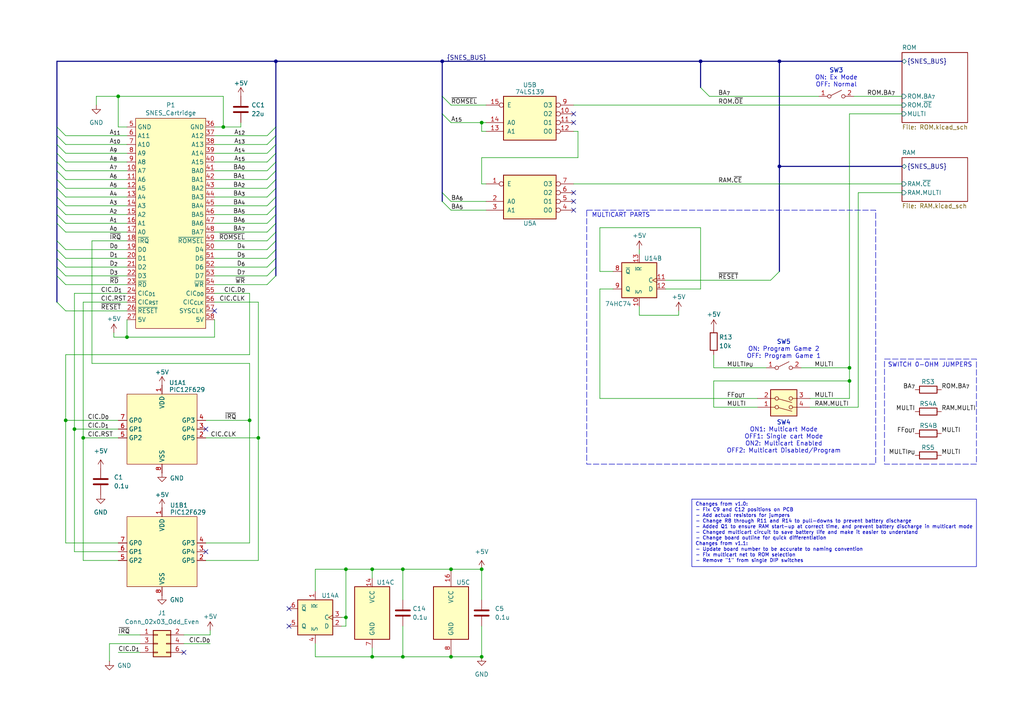
<source format=kicad_sch>
(kicad_sch
	(version 20231120)
	(generator "eeschema")
	(generator_version "8.0")
	(uuid "de4cb380-1bb2-43d1-a24a-6fca2623d1f9")
	(paper "A4")
	(title_block
		(title "SNES Advanced Flash Cartridge (LoROM)")
		(date "2024-10-09")
		(rev "1.1")
		(company "https://github.com/MouseBiteLabs")
	)
	(lib_symbols
		(symbol "74xx:74HC74"
			(pin_names
				(offset 1.016)
			)
			(exclude_from_sim no)
			(in_bom yes)
			(on_board yes)
			(property "Reference" "U"
				(at -7.62 8.89 0)
				(effects
					(font
						(size 1.27 1.27)
					)
				)
			)
			(property "Value" "74HC74"
				(at -7.62 -8.89 0)
				(effects
					(font
						(size 1.27 1.27)
					)
				)
			)
			(property "Footprint" ""
				(at 0 0 0)
				(effects
					(font
						(size 1.27 1.27)
					)
					(hide yes)
				)
			)
			(property "Datasheet" "74xx/74hc_hct74.pdf"
				(at 0 0 0)
				(effects
					(font
						(size 1.27 1.27)
					)
					(hide yes)
				)
			)
			(property "Description" "Dual D Flip-flop, Set & Reset"
				(at 0 0 0)
				(effects
					(font
						(size 1.27 1.27)
					)
					(hide yes)
				)
			)
			(property "ki_locked" ""
				(at 0 0 0)
				(effects
					(font
						(size 1.27 1.27)
					)
				)
			)
			(property "ki_keywords" "TTL DFF"
				(at 0 0 0)
				(effects
					(font
						(size 1.27 1.27)
					)
					(hide yes)
				)
			)
			(property "ki_fp_filters" "DIP*W7.62mm*"
				(at 0 0 0)
				(effects
					(font
						(size 1.27 1.27)
					)
					(hide yes)
				)
			)
			(symbol "74HC74_1_0"
				(pin input line
					(at 0 -7.62 90)
					(length 2.54)
					(name "~{R}"
						(effects
							(font
								(size 1.27 1.27)
							)
						)
					)
					(number "1"
						(effects
							(font
								(size 1.27 1.27)
							)
						)
					)
				)
				(pin input line
					(at -7.62 2.54 0)
					(length 2.54)
					(name "D"
						(effects
							(font
								(size 1.27 1.27)
							)
						)
					)
					(number "2"
						(effects
							(font
								(size 1.27 1.27)
							)
						)
					)
				)
				(pin input clock
					(at -7.62 0 0)
					(length 2.54)
					(name "C"
						(effects
							(font
								(size 1.27 1.27)
							)
						)
					)
					(number "3"
						(effects
							(font
								(size 1.27 1.27)
							)
						)
					)
				)
				(pin input line
					(at 0 7.62 270)
					(length 2.54)
					(name "~{S}"
						(effects
							(font
								(size 1.27 1.27)
							)
						)
					)
					(number "4"
						(effects
							(font
								(size 1.27 1.27)
							)
						)
					)
				)
				(pin output line
					(at 7.62 2.54 180)
					(length 2.54)
					(name "Q"
						(effects
							(font
								(size 1.27 1.27)
							)
						)
					)
					(number "5"
						(effects
							(font
								(size 1.27 1.27)
							)
						)
					)
				)
				(pin output line
					(at 7.62 -2.54 180)
					(length 2.54)
					(name "~{Q}"
						(effects
							(font
								(size 1.27 1.27)
							)
						)
					)
					(number "6"
						(effects
							(font
								(size 1.27 1.27)
							)
						)
					)
				)
			)
			(symbol "74HC74_1_1"
				(rectangle
					(start -5.08 5.08)
					(end 5.08 -5.08)
					(stroke
						(width 0.254)
						(type default)
					)
					(fill
						(type background)
					)
				)
			)
			(symbol "74HC74_2_0"
				(pin input line
					(at 0 7.62 270)
					(length 2.54)
					(name "~{S}"
						(effects
							(font
								(size 1.27 1.27)
							)
						)
					)
					(number "10"
						(effects
							(font
								(size 1.27 1.27)
							)
						)
					)
				)
				(pin input clock
					(at -7.62 0 0)
					(length 2.54)
					(name "C"
						(effects
							(font
								(size 1.27 1.27)
							)
						)
					)
					(number "11"
						(effects
							(font
								(size 1.27 1.27)
							)
						)
					)
				)
				(pin input line
					(at -7.62 2.54 0)
					(length 2.54)
					(name "D"
						(effects
							(font
								(size 1.27 1.27)
							)
						)
					)
					(number "12"
						(effects
							(font
								(size 1.27 1.27)
							)
						)
					)
				)
				(pin input line
					(at 0 -7.62 90)
					(length 2.54)
					(name "~{R}"
						(effects
							(font
								(size 1.27 1.27)
							)
						)
					)
					(number "13"
						(effects
							(font
								(size 1.27 1.27)
							)
						)
					)
				)
				(pin output line
					(at 7.62 -2.54 180)
					(length 2.54)
					(name "~{Q}"
						(effects
							(font
								(size 1.27 1.27)
							)
						)
					)
					(number "8"
						(effects
							(font
								(size 1.27 1.27)
							)
						)
					)
				)
				(pin output line
					(at 7.62 2.54 180)
					(length 2.54)
					(name "Q"
						(effects
							(font
								(size 1.27 1.27)
							)
						)
					)
					(number "9"
						(effects
							(font
								(size 1.27 1.27)
							)
						)
					)
				)
			)
			(symbol "74HC74_2_1"
				(rectangle
					(start -5.08 5.08)
					(end 5.08 -5.08)
					(stroke
						(width 0.254)
						(type default)
					)
					(fill
						(type background)
					)
				)
			)
			(symbol "74HC74_3_0"
				(pin power_in line
					(at 0 10.16 270)
					(length 2.54)
					(name "VCC"
						(effects
							(font
								(size 1.27 1.27)
							)
						)
					)
					(number "14"
						(effects
							(font
								(size 1.27 1.27)
							)
						)
					)
				)
				(pin power_in line
					(at 0 -10.16 90)
					(length 2.54)
					(name "GND"
						(effects
							(font
								(size 1.27 1.27)
							)
						)
					)
					(number "7"
						(effects
							(font
								(size 1.27 1.27)
							)
						)
					)
				)
			)
			(symbol "74HC74_3_1"
				(rectangle
					(start -5.08 7.62)
					(end 5.08 -7.62)
					(stroke
						(width 0.254)
						(type default)
					)
					(fill
						(type background)
					)
				)
			)
		)
		(symbol "Bucketmouse:74LS139"
			(pin_names
				(offset 1.016)
			)
			(exclude_from_sim no)
			(in_bom yes)
			(on_board yes)
			(property "Reference" "U"
				(at -7.62 8.89 0)
				(effects
					(font
						(size 1.27 1.27)
					)
				)
			)
			(property "Value" "74LS139"
				(at -7.62 -8.89 0)
				(effects
					(font
						(size 1.27 1.27)
					)
				)
			)
			(property "Footprint" ""
				(at 0 0 0)
				(effects
					(font
						(size 1.27 1.27)
					)
					(hide yes)
				)
			)
			(property "Datasheet" "http://www.ti.com/lit/ds/symlink/sn74ls139a.pdf"
				(at 0 0 0)
				(effects
					(font
						(size 1.27 1.27)
					)
					(hide yes)
				)
			)
			(property "Description" "Dual Decoder 1 of 4, Active low outputs"
				(at 0 0 0)
				(effects
					(font
						(size 1.27 1.27)
					)
					(hide yes)
				)
			)
			(property "ki_locked" ""
				(at 0 0 0)
				(effects
					(font
						(size 1.27 1.27)
					)
				)
			)
			(property "ki_keywords" "TTL DECOD4"
				(at 0 0 0)
				(effects
					(font
						(size 1.27 1.27)
					)
					(hide yes)
				)
			)
			(property "ki_fp_filters" "DIP?16*"
				(at 0 0 0)
				(effects
					(font
						(size 1.27 1.27)
					)
					(hide yes)
				)
			)
			(symbol "74LS139_1_0"
				(pin input inverted
					(at -12.7 -5.08 0)
					(length 5.08)
					(name "E"
						(effects
							(font
								(size 1.27 1.27)
							)
						)
					)
					(number "1"
						(effects
							(font
								(size 1.27 1.27)
							)
						)
					)
				)
				(pin input line
					(at -12.7 0 0)
					(length 5.08)
					(name "A0"
						(effects
							(font
								(size 1.27 1.27)
							)
						)
					)
					(number "2"
						(effects
							(font
								(size 1.27 1.27)
							)
						)
					)
				)
				(pin input line
					(at -12.7 2.54 0)
					(length 5.08)
					(name "A1"
						(effects
							(font
								(size 1.27 1.27)
							)
						)
					)
					(number "3"
						(effects
							(font
								(size 1.27 1.27)
							)
						)
					)
				)
				(pin output inverted
					(at 12.7 2.54 180)
					(length 5.08)
					(name "O0"
						(effects
							(font
								(size 1.27 1.27)
							)
						)
					)
					(number "4"
						(effects
							(font
								(size 1.27 1.27)
							)
						)
					)
				)
				(pin output inverted
					(at 12.7 0 180)
					(length 5.08)
					(name "O1"
						(effects
							(font
								(size 1.27 1.27)
							)
						)
					)
					(number "5"
						(effects
							(font
								(size 1.27 1.27)
							)
						)
					)
				)
				(pin output inverted
					(at 12.7 -2.54 180)
					(length 5.08)
					(name "O2"
						(effects
							(font
								(size 1.27 1.27)
							)
						)
					)
					(number "6"
						(effects
							(font
								(size 1.27 1.27)
							)
						)
					)
				)
				(pin output inverted
					(at 12.7 -5.08 180)
					(length 5.08)
					(name "O3"
						(effects
							(font
								(size 1.27 1.27)
							)
						)
					)
					(number "7"
						(effects
							(font
								(size 1.27 1.27)
							)
						)
					)
				)
			)
			(symbol "74LS139_1_1"
				(rectangle
					(start -7.62 5.08)
					(end 7.62 -7.62)
					(stroke
						(width 0.254)
						(type default)
					)
					(fill
						(type background)
					)
				)
			)
			(symbol "74LS139_2_0"
				(pin output inverted
					(at 12.7 -2.54 180)
					(length 5.08)
					(name "O2"
						(effects
							(font
								(size 1.27 1.27)
							)
						)
					)
					(number "10"
						(effects
							(font
								(size 1.27 1.27)
							)
						)
					)
				)
				(pin output inverted
					(at 12.7 0 180)
					(length 5.08)
					(name "O1"
						(effects
							(font
								(size 1.27 1.27)
							)
						)
					)
					(number "11"
						(effects
							(font
								(size 1.27 1.27)
							)
						)
					)
				)
				(pin output inverted
					(at 12.7 2.54 180)
					(length 5.08)
					(name "O0"
						(effects
							(font
								(size 1.27 1.27)
							)
						)
					)
					(number "12"
						(effects
							(font
								(size 1.27 1.27)
							)
						)
					)
				)
				(pin input line
					(at -12.7 2.54 0)
					(length 5.08)
					(name "A1"
						(effects
							(font
								(size 1.27 1.27)
							)
						)
					)
					(number "13"
						(effects
							(font
								(size 1.27 1.27)
							)
						)
					)
				)
				(pin input line
					(at -12.7 0 0)
					(length 5.08)
					(name "A0"
						(effects
							(font
								(size 1.27 1.27)
							)
						)
					)
					(number "14"
						(effects
							(font
								(size 1.27 1.27)
							)
						)
					)
				)
				(pin input inverted
					(at -12.7 -5.08 0)
					(length 5.08)
					(name "E"
						(effects
							(font
								(size 1.27 1.27)
							)
						)
					)
					(number "15"
						(effects
							(font
								(size 1.27 1.27)
							)
						)
					)
				)
				(pin output inverted
					(at 12.7 -5.08 180)
					(length 5.08)
					(name "O3"
						(effects
							(font
								(size 1.27 1.27)
							)
						)
					)
					(number "9"
						(effects
							(font
								(size 1.27 1.27)
							)
						)
					)
				)
			)
			(symbol "74LS139_2_1"
				(rectangle
					(start -7.62 5.08)
					(end 7.62 -7.62)
					(stroke
						(width 0.254)
						(type default)
					)
					(fill
						(type background)
					)
				)
			)
			(symbol "74LS139_3_0"
				(pin power_in line
					(at 0 12.7 270)
					(length 5.08)
					(name "VCC"
						(effects
							(font
								(size 1.27 1.27)
							)
						)
					)
					(number "16"
						(effects
							(font
								(size 1.27 1.27)
							)
						)
					)
				)
				(pin power_in line
					(at 0 -12.7 90)
					(length 5.08)
					(name "GND"
						(effects
							(font
								(size 1.27 1.27)
							)
						)
					)
					(number "8"
						(effects
							(font
								(size 1.27 1.27)
							)
						)
					)
				)
			)
			(symbol "74LS139_3_1"
				(rectangle
					(start -5.08 7.62)
					(end 5.08 -7.62)
					(stroke
						(width 0.254)
						(type default)
					)
					(fill
						(type background)
					)
				)
			)
		)
		(symbol "Bucketmouse:PIC12F629"
			(exclude_from_sim no)
			(in_bom yes)
			(on_board yes)
			(property "Reference" "U"
				(at 1.27 13.97 0)
				(effects
					(font
						(size 1.27 1.27)
					)
					(justify left)
				)
			)
			(property "Value" "PIC12F629"
				(at 1.27 11.43 0)
				(effects
					(font
						(size 1.27 1.27)
					)
					(justify left)
				)
			)
			(property "Footprint" ""
				(at 1.27 -12.065 0)
				(effects
					(font
						(size 1.27 1.27)
						(italic yes)
					)
					(justify left)
					(hide yes)
				)
			)
			(property "Datasheet" ""
				(at 1.27 -14.605 0)
				(effects
					(font
						(size 1.27 1.27)
					)
					(justify left)
					(hide yes)
				)
			)
			(property "Description" ""
				(at 1.016 -27.686 0)
				(effects
					(font
						(size 1.27 1.27)
					)
					(hide yes)
				)
			)
			(property "ki_keywords" "FLASH-Based 8-Bit CMOS Microcontroller"
				(at 0 0 0)
				(effects
					(font
						(size 1.27 1.27)
					)
					(hide yes)
				)
			)
			(property "ki_fp_filters" "DIP*W7.62mm*"
				(at 0 0 0)
				(effects
					(font
						(size 1.27 1.27)
					)
					(hide yes)
				)
			)
			(symbol "PIC12F629_1_1"
				(rectangle
					(start -10.16 10.16)
					(end 10.16 -10.16)
					(stroke
						(width 0)
						(type default)
					)
					(fill
						(type background)
					)
				)
				(pin power_in line
					(at 0 12.7 270)
					(length 2.54)
					(name "VDD"
						(effects
							(font
								(size 1.27 1.27)
							)
						)
					)
					(number "1"
						(effects
							(font
								(size 1.27 1.27)
							)
						)
					)
				)
				(pin bidirectional line
					(at 12.7 -2.54 180)
					(length 2.54)
					(name "GP5"
						(effects
							(font
								(size 1.27 1.27)
							)
						)
					)
					(number "2"
						(effects
							(font
								(size 1.27 1.27)
							)
						)
					)
				)
				(pin bidirectional line
					(at 12.7 0 180)
					(length 2.54)
					(name "GP4"
						(effects
							(font
								(size 1.27 1.27)
							)
						)
					)
					(number "3"
						(effects
							(font
								(size 1.27 1.27)
							)
						)
					)
				)
				(pin input line
					(at 12.7 2.54 180)
					(length 2.54)
					(name "GP3"
						(effects
							(font
								(size 1.27 1.27)
							)
						)
					)
					(number "4"
						(effects
							(font
								(size 1.27 1.27)
							)
						)
					)
				)
				(pin bidirectional line
					(at -12.7 -2.54 0)
					(length 2.54)
					(name "GP2"
						(effects
							(font
								(size 1.27 1.27)
							)
						)
					)
					(number "5"
						(effects
							(font
								(size 1.27 1.27)
							)
						)
					)
				)
				(pin bidirectional line
					(at -12.7 0 0)
					(length 2.54)
					(name "GP1"
						(effects
							(font
								(size 1.27 1.27)
							)
						)
					)
					(number "6"
						(effects
							(font
								(size 1.27 1.27)
							)
						)
					)
				)
				(pin bidirectional line
					(at -12.7 2.54 0)
					(length 2.54)
					(name "GP0"
						(effects
							(font
								(size 1.27 1.27)
							)
						)
					)
					(number "7"
						(effects
							(font
								(size 1.27 1.27)
							)
						)
					)
				)
				(pin power_in line
					(at 0 -12.7 90)
					(length 2.54)
					(name "VSS"
						(effects
							(font
								(size 1.27 1.27)
							)
						)
					)
					(number "8"
						(effects
							(font
								(size 1.27 1.27)
							)
						)
					)
				)
			)
		)
		(symbol "Bucketmouse:SNES_Cart_Edge_Standard"
			(exclude_from_sim no)
			(in_bom yes)
			(on_board yes)
			(property "Reference" "U"
				(at 0 34.29 0)
				(effects
					(font
						(size 1.27 1.27)
					)
				)
			)
			(property "Value" "SNES_Cartridge"
				(at 0 32.004 0)
				(effects
					(font
						(size 1.27 1.27)
					)
				)
			)
			(property "Footprint" ""
				(at 0 -7.62 0)
				(effects
					(font
						(size 1.27 1.27)
					)
					(hide yes)
				)
			)
			(property "Datasheet" ""
				(at 0 -7.62 0)
				(effects
					(font
						(size 1.27 1.27)
					)
					(hide yes)
				)
			)
			(property "Description" ""
				(at 0 -7.62 0)
				(effects
					(font
						(size 1.27 1.27)
					)
					(hide yes)
				)
			)
			(symbol "SNES_Cart_Edge_Standard_1_1"
				(polyline
					(pts
						(xy -10.16 30.48) (xy 10.16 30.48) (xy 10.16 -30.48) (xy -10.16 -30.48) (xy -10.16 30.48) (xy -10.16 30.48)
					)
					(stroke
						(width 0)
						(type default)
					)
					(fill
						(type background)
					)
				)
				(pin output line
					(at -12.7 15.24 0)
					(length 2.54)
					(name "A7"
						(effects
							(font
								(size 1.27 1.27)
							)
						)
					)
					(number "10"
						(effects
							(font
								(size 1.27 1.27)
							)
						)
					)
				)
				(pin output line
					(at -12.7 12.7 0)
					(length 2.54)
					(name "A6"
						(effects
							(font
								(size 1.27 1.27)
							)
						)
					)
					(number "11"
						(effects
							(font
								(size 1.27 1.27)
							)
						)
					)
				)
				(pin output line
					(at -12.7 10.16 0)
					(length 2.54)
					(name "A5"
						(effects
							(font
								(size 1.27 1.27)
							)
						)
					)
					(number "12"
						(effects
							(font
								(size 1.27 1.27)
							)
						)
					)
				)
				(pin output line
					(at -12.7 7.62 0)
					(length 2.54)
					(name "A4"
						(effects
							(font
								(size 1.27 1.27)
							)
						)
					)
					(number "13"
						(effects
							(font
								(size 1.27 1.27)
							)
						)
					)
				)
				(pin output line
					(at -12.7 5.08 0)
					(length 2.54)
					(name "A3"
						(effects
							(font
								(size 1.27 1.27)
							)
						)
					)
					(number "14"
						(effects
							(font
								(size 1.27 1.27)
							)
						)
					)
				)
				(pin output line
					(at -12.7 2.54 0)
					(length 2.54)
					(name "A2"
						(effects
							(font
								(size 1.27 1.27)
							)
						)
					)
					(number "15"
						(effects
							(font
								(size 1.27 1.27)
							)
						)
					)
				)
				(pin output line
					(at -12.7 0 0)
					(length 2.54)
					(name "A1"
						(effects
							(font
								(size 1.27 1.27)
							)
						)
					)
					(number "16"
						(effects
							(font
								(size 1.27 1.27)
							)
						)
					)
				)
				(pin output line
					(at -12.7 -2.54 0)
					(length 2.54)
					(name "A0"
						(effects
							(font
								(size 1.27 1.27)
							)
						)
					)
					(number "17"
						(effects
							(font
								(size 1.27 1.27)
							)
						)
					)
				)
				(pin passive line
					(at -12.7 -5.08 0)
					(length 2.54)
					(name "~{IRQ}"
						(effects
							(font
								(size 1.27 1.27)
							)
						)
					)
					(number "18"
						(effects
							(font
								(size 1.27 1.27)
							)
						)
					)
				)
				(pin bidirectional line
					(at -12.7 -7.62 0)
					(length 2.54)
					(name "D0"
						(effects
							(font
								(size 1.27 1.27)
							)
						)
					)
					(number "19"
						(effects
							(font
								(size 1.27 1.27)
							)
						)
					)
				)
				(pin bidirectional line
					(at -12.7 -10.16 0)
					(length 2.54)
					(name "D1"
						(effects
							(font
								(size 1.27 1.27)
							)
						)
					)
					(number "20"
						(effects
							(font
								(size 1.27 1.27)
							)
						)
					)
				)
				(pin bidirectional line
					(at -12.7 -12.7 0)
					(length 2.54)
					(name "D2"
						(effects
							(font
								(size 1.27 1.27)
							)
						)
					)
					(number "21"
						(effects
							(font
								(size 1.27 1.27)
							)
						)
					)
				)
				(pin bidirectional line
					(at -12.7 -15.24 0)
					(length 2.54)
					(name "D3"
						(effects
							(font
								(size 1.27 1.27)
							)
						)
					)
					(number "22"
						(effects
							(font
								(size 1.27 1.27)
							)
						)
					)
				)
				(pin output line
					(at -12.7 -17.78 0)
					(length 2.54)
					(name "~{RD}"
						(effects
							(font
								(size 1.27 1.27)
							)
						)
					)
					(number "23"
						(effects
							(font
								(size 1.27 1.27)
							)
						)
					)
				)
				(pin bidirectional line
					(at -12.7 -20.32 0)
					(length 2.54)
					(name "CIC_{D1}"
						(effects
							(font
								(size 1.27 1.27)
							)
						)
					)
					(number "24"
						(effects
							(font
								(size 1.27 1.27)
							)
						)
					)
				)
				(pin output line
					(at -12.7 -22.86 0)
					(length 2.54)
					(name "CIC_{RST}"
						(effects
							(font
								(size 1.27 1.27)
							)
						)
					)
					(number "25"
						(effects
							(font
								(size 1.27 1.27)
							)
						)
					)
				)
				(pin output line
					(at -12.7 -25.4 0)
					(length 2.54)
					(name "~{RESET}"
						(effects
							(font
								(size 1.27 1.27)
							)
						)
					)
					(number "26"
						(effects
							(font
								(size 1.27 1.27)
							)
						)
					)
				)
				(pin power_out line
					(at -12.7 -27.94 0)
					(length 2.54)
					(name "5V"
						(effects
							(font
								(size 1.27 1.27)
							)
						)
					)
					(number "27"
						(effects
							(font
								(size 1.27 1.27)
							)
						)
					)
				)
				(pin power_out line
					(at 12.7 27.94 180)
					(length 2.54)
					(name "GND"
						(effects
							(font
								(size 1.27 1.27)
							)
						)
					)
					(number "36"
						(effects
							(font
								(size 1.27 1.27)
							)
						)
					)
				)
				(pin output line
					(at 12.7 25.4 180)
					(length 2.54)
					(name "A12"
						(effects
							(font
								(size 1.27 1.27)
							)
						)
					)
					(number "37"
						(effects
							(font
								(size 1.27 1.27)
							)
						)
					)
				)
				(pin output line
					(at 12.7 22.86 180)
					(length 2.54)
					(name "A13"
						(effects
							(font
								(size 1.27 1.27)
							)
						)
					)
					(number "38"
						(effects
							(font
								(size 1.27 1.27)
							)
						)
					)
				)
				(pin output line
					(at 12.7 20.32 180)
					(length 2.54)
					(name "A14"
						(effects
							(font
								(size 1.27 1.27)
							)
						)
					)
					(number "39"
						(effects
							(font
								(size 1.27 1.27)
							)
						)
					)
				)
				(pin output line
					(at 12.7 17.78 180)
					(length 2.54)
					(name "A15"
						(effects
							(font
								(size 1.27 1.27)
							)
						)
					)
					(number "40"
						(effects
							(font
								(size 1.27 1.27)
							)
						)
					)
				)
				(pin output line
					(at 12.7 15.24 180)
					(length 2.54)
					(name "BA0"
						(effects
							(font
								(size 1.27 1.27)
							)
						)
					)
					(number "41"
						(effects
							(font
								(size 1.27 1.27)
							)
						)
					)
				)
				(pin output line
					(at 12.7 12.7 180)
					(length 2.54)
					(name "BA1"
						(effects
							(font
								(size 1.27 1.27)
							)
						)
					)
					(number "42"
						(effects
							(font
								(size 1.27 1.27)
							)
						)
					)
				)
				(pin output line
					(at 12.7 10.16 180)
					(length 2.54)
					(name "BA2"
						(effects
							(font
								(size 1.27 1.27)
							)
						)
					)
					(number "43"
						(effects
							(font
								(size 1.27 1.27)
							)
						)
					)
				)
				(pin output line
					(at 12.7 7.62 180)
					(length 2.54)
					(name "BA3"
						(effects
							(font
								(size 1.27 1.27)
							)
						)
					)
					(number "44"
						(effects
							(font
								(size 1.27 1.27)
							)
						)
					)
				)
				(pin output line
					(at 12.7 5.08 180)
					(length 2.54)
					(name "BA4"
						(effects
							(font
								(size 1.27 1.27)
							)
						)
					)
					(number "45"
						(effects
							(font
								(size 1.27 1.27)
							)
						)
					)
				)
				(pin output line
					(at 12.7 2.54 180)
					(length 2.54)
					(name "BA5"
						(effects
							(font
								(size 1.27 1.27)
							)
						)
					)
					(number "46"
						(effects
							(font
								(size 1.27 1.27)
							)
						)
					)
				)
				(pin output line
					(at 12.7 0 180)
					(length 2.54)
					(name "BA6"
						(effects
							(font
								(size 1.27 1.27)
							)
						)
					)
					(number "47"
						(effects
							(font
								(size 1.27 1.27)
							)
						)
					)
				)
				(pin output line
					(at 12.7 -2.54 180)
					(length 2.54)
					(name "BA7"
						(effects
							(font
								(size 1.27 1.27)
							)
						)
					)
					(number "48"
						(effects
							(font
								(size 1.27 1.27)
							)
						)
					)
				)
				(pin output line
					(at 12.7 -5.08 180)
					(length 2.54)
					(name "~{ROMSEL}"
						(effects
							(font
								(size 1.27 1.27)
							)
						)
					)
					(number "49"
						(effects
							(font
								(size 1.27 1.27)
							)
						)
					)
				)
				(pin power_out line
					(at -12.7 27.94 0)
					(length 2.54)
					(name "GND"
						(effects
							(font
								(size 1.27 1.27)
							)
						)
					)
					(number "5"
						(effects
							(font
								(size 1.27 1.27)
							)
						)
					)
				)
				(pin bidirectional line
					(at 12.7 -7.62 180)
					(length 2.54)
					(name "D4"
						(effects
							(font
								(size 1.27 1.27)
							)
						)
					)
					(number "50"
						(effects
							(font
								(size 1.27 1.27)
							)
						)
					)
				)
				(pin bidirectional line
					(at 12.7 -10.16 180)
					(length 2.54)
					(name "D5"
						(effects
							(font
								(size 1.27 1.27)
							)
						)
					)
					(number "51"
						(effects
							(font
								(size 1.27 1.27)
							)
						)
					)
				)
				(pin bidirectional line
					(at 12.7 -12.7 180)
					(length 2.54)
					(name "D6"
						(effects
							(font
								(size 1.27 1.27)
							)
						)
					)
					(number "52"
						(effects
							(font
								(size 1.27 1.27)
							)
						)
					)
				)
				(pin bidirectional line
					(at 12.7 -15.24 180)
					(length 2.54)
					(name "D7"
						(effects
							(font
								(size 1.27 1.27)
							)
						)
					)
					(number "53"
						(effects
							(font
								(size 1.27 1.27)
							)
						)
					)
				)
				(pin output line
					(at 12.7 -17.78 180)
					(length 2.54)
					(name "~{WR}"
						(effects
							(font
								(size 1.27 1.27)
							)
						)
					)
					(number "54"
						(effects
							(font
								(size 1.27 1.27)
							)
						)
					)
				)
				(pin bidirectional line
					(at 12.7 -20.32 180)
					(length 2.54)
					(name "CIC_{D0}"
						(effects
							(font
								(size 1.27 1.27)
							)
						)
					)
					(number "55"
						(effects
							(font
								(size 1.27 1.27)
							)
						)
					)
				)
				(pin output line
					(at 12.7 -22.86 180)
					(length 2.54)
					(name "CIC_{CLK}"
						(effects
							(font
								(size 1.27 1.27)
							)
						)
					)
					(number "56"
						(effects
							(font
								(size 1.27 1.27)
							)
						)
					)
				)
				(pin passive line
					(at 12.7 -25.4 180)
					(length 2.54)
					(name "SYSCLK"
						(effects
							(font
								(size 1.27 1.27)
							)
						)
					)
					(number "57"
						(effects
							(font
								(size 1.27 1.27)
							)
						)
					)
				)
				(pin power_out line
					(at 12.7 -27.94 180)
					(length 2.54)
					(name "5V"
						(effects
							(font
								(size 1.27 1.27)
							)
						)
					)
					(number "58"
						(effects
							(font
								(size 1.27 1.27)
							)
						)
					)
				)
				(pin output line
					(at -12.7 25.4 0)
					(length 2.54)
					(name "A11"
						(effects
							(font
								(size 1.27 1.27)
							)
						)
					)
					(number "6"
						(effects
							(font
								(size 1.27 1.27)
							)
						)
					)
				)
				(pin output line
					(at -12.7 22.86 0)
					(length 2.54)
					(name "A10"
						(effects
							(font
								(size 1.27 1.27)
							)
						)
					)
					(number "7"
						(effects
							(font
								(size 1.27 1.27)
							)
						)
					)
				)
				(pin output line
					(at -12.7 20.32 0)
					(length 2.54)
					(name "A9"
						(effects
							(font
								(size 1.27 1.27)
							)
						)
					)
					(number "8"
						(effects
							(font
								(size 1.27 1.27)
							)
						)
					)
				)
				(pin output line
					(at -12.7 17.78 0)
					(length 2.54)
					(name "A8"
						(effects
							(font
								(size 1.27 1.27)
							)
						)
					)
					(number "9"
						(effects
							(font
								(size 1.27 1.27)
							)
						)
					)
				)
			)
		)
		(symbol "Connector_Generic:Conn_02x03_Odd_Even"
			(pin_names
				(offset 1.016) hide)
			(exclude_from_sim no)
			(in_bom yes)
			(on_board yes)
			(property "Reference" "J"
				(at 1.27 5.08 0)
				(effects
					(font
						(size 1.27 1.27)
					)
				)
			)
			(property "Value" "Conn_02x03_Odd_Even"
				(at 1.27 -5.08 0)
				(effects
					(font
						(size 1.27 1.27)
					)
				)
			)
			(property "Footprint" ""
				(at 0 0 0)
				(effects
					(font
						(size 1.27 1.27)
					)
					(hide yes)
				)
			)
			(property "Datasheet" "~"
				(at 0 0 0)
				(effects
					(font
						(size 1.27 1.27)
					)
					(hide yes)
				)
			)
			(property "Description" "Generic connector, double row, 02x03, odd/even pin numbering scheme (row 1 odd numbers, row 2 even numbers), script generated (kicad-library-utils/schlib/autogen/connector/)"
				(at 0 0 0)
				(effects
					(font
						(size 1.27 1.27)
					)
					(hide yes)
				)
			)
			(property "ki_keywords" "connector"
				(at 0 0 0)
				(effects
					(font
						(size 1.27 1.27)
					)
					(hide yes)
				)
			)
			(property "ki_fp_filters" "Connector*:*_2x??_*"
				(at 0 0 0)
				(effects
					(font
						(size 1.27 1.27)
					)
					(hide yes)
				)
			)
			(symbol "Conn_02x03_Odd_Even_1_1"
				(rectangle
					(start -1.27 -2.413)
					(end 0 -2.667)
					(stroke
						(width 0.1524)
						(type default)
					)
					(fill
						(type none)
					)
				)
				(rectangle
					(start -1.27 0.127)
					(end 0 -0.127)
					(stroke
						(width 0.1524)
						(type default)
					)
					(fill
						(type none)
					)
				)
				(rectangle
					(start -1.27 2.667)
					(end 0 2.413)
					(stroke
						(width 0.1524)
						(type default)
					)
					(fill
						(type none)
					)
				)
				(rectangle
					(start -1.27 3.81)
					(end 3.81 -3.81)
					(stroke
						(width 0.254)
						(type default)
					)
					(fill
						(type background)
					)
				)
				(rectangle
					(start 3.81 -2.413)
					(end 2.54 -2.667)
					(stroke
						(width 0.1524)
						(type default)
					)
					(fill
						(type none)
					)
				)
				(rectangle
					(start 3.81 0.127)
					(end 2.54 -0.127)
					(stroke
						(width 0.1524)
						(type default)
					)
					(fill
						(type none)
					)
				)
				(rectangle
					(start 3.81 2.667)
					(end 2.54 2.413)
					(stroke
						(width 0.1524)
						(type default)
					)
					(fill
						(type none)
					)
				)
				(pin passive line
					(at -5.08 2.54 0)
					(length 3.81)
					(name "Pin_1"
						(effects
							(font
								(size 1.27 1.27)
							)
						)
					)
					(number "1"
						(effects
							(font
								(size 1.27 1.27)
							)
						)
					)
				)
				(pin passive line
					(at 7.62 2.54 180)
					(length 3.81)
					(name "Pin_2"
						(effects
							(font
								(size 1.27 1.27)
							)
						)
					)
					(number "2"
						(effects
							(font
								(size 1.27 1.27)
							)
						)
					)
				)
				(pin passive line
					(at -5.08 0 0)
					(length 3.81)
					(name "Pin_3"
						(effects
							(font
								(size 1.27 1.27)
							)
						)
					)
					(number "3"
						(effects
							(font
								(size 1.27 1.27)
							)
						)
					)
				)
				(pin passive line
					(at 7.62 0 180)
					(length 3.81)
					(name "Pin_4"
						(effects
							(font
								(size 1.27 1.27)
							)
						)
					)
					(number "4"
						(effects
							(font
								(size 1.27 1.27)
							)
						)
					)
				)
				(pin passive line
					(at -5.08 -2.54 0)
					(length 3.81)
					(name "Pin_5"
						(effects
							(font
								(size 1.27 1.27)
							)
						)
					)
					(number "5"
						(effects
							(font
								(size 1.27 1.27)
							)
						)
					)
				)
				(pin passive line
					(at 7.62 -2.54 180)
					(length 3.81)
					(name "Pin_6"
						(effects
							(font
								(size 1.27 1.27)
							)
						)
					)
					(number "6"
						(effects
							(font
								(size 1.27 1.27)
							)
						)
					)
				)
			)
		)
		(symbol "Device:C"
			(pin_numbers hide)
			(pin_names
				(offset 0.254)
			)
			(exclude_from_sim no)
			(in_bom yes)
			(on_board yes)
			(property "Reference" "C"
				(at 0.635 2.54 0)
				(effects
					(font
						(size 1.27 1.27)
					)
					(justify left)
				)
			)
			(property "Value" "C"
				(at 0.635 -2.54 0)
				(effects
					(font
						(size 1.27 1.27)
					)
					(justify left)
				)
			)
			(property "Footprint" ""
				(at 0.9652 -3.81 0)
				(effects
					(font
						(size 1.27 1.27)
					)
					(hide yes)
				)
			)
			(property "Datasheet" "~"
				(at 0 0 0)
				(effects
					(font
						(size 1.27 1.27)
					)
					(hide yes)
				)
			)
			(property "Description" "Unpolarized capacitor"
				(at 0 0 0)
				(effects
					(font
						(size 1.27 1.27)
					)
					(hide yes)
				)
			)
			(property "ki_keywords" "cap capacitor"
				(at 0 0 0)
				(effects
					(font
						(size 1.27 1.27)
					)
					(hide yes)
				)
			)
			(property "ki_fp_filters" "C_*"
				(at 0 0 0)
				(effects
					(font
						(size 1.27 1.27)
					)
					(hide yes)
				)
			)
			(symbol "C_0_1"
				(polyline
					(pts
						(xy -2.032 -0.762) (xy 2.032 -0.762)
					)
					(stroke
						(width 0.508)
						(type default)
					)
					(fill
						(type none)
					)
				)
				(polyline
					(pts
						(xy -2.032 0.762) (xy 2.032 0.762)
					)
					(stroke
						(width 0.508)
						(type default)
					)
					(fill
						(type none)
					)
				)
			)
			(symbol "C_1_1"
				(pin passive line
					(at 0 3.81 270)
					(length 2.794)
					(name "~"
						(effects
							(font
								(size 1.27 1.27)
							)
						)
					)
					(number "1"
						(effects
							(font
								(size 1.27 1.27)
							)
						)
					)
				)
				(pin passive line
					(at 0 -3.81 90)
					(length 2.794)
					(name "~"
						(effects
							(font
								(size 1.27 1.27)
							)
						)
					)
					(number "2"
						(effects
							(font
								(size 1.27 1.27)
							)
						)
					)
				)
			)
		)
		(symbol "Device:R"
			(pin_numbers hide)
			(pin_names
				(offset 0)
			)
			(exclude_from_sim no)
			(in_bom yes)
			(on_board yes)
			(property "Reference" "R"
				(at 2.032 0 90)
				(effects
					(font
						(size 1.27 1.27)
					)
				)
			)
			(property "Value" "R"
				(at 0 0 90)
				(effects
					(font
						(size 1.27 1.27)
					)
				)
			)
			(property "Footprint" ""
				(at -1.778 0 90)
				(effects
					(font
						(size 1.27 1.27)
					)
					(hide yes)
				)
			)
			(property "Datasheet" "~"
				(at 0 0 0)
				(effects
					(font
						(size 1.27 1.27)
					)
					(hide yes)
				)
			)
			(property "Description" "Resistor"
				(at 0 0 0)
				(effects
					(font
						(size 1.27 1.27)
					)
					(hide yes)
				)
			)
			(property "ki_keywords" "R res resistor"
				(at 0 0 0)
				(effects
					(font
						(size 1.27 1.27)
					)
					(hide yes)
				)
			)
			(property "ki_fp_filters" "R_*"
				(at 0 0 0)
				(effects
					(font
						(size 1.27 1.27)
					)
					(hide yes)
				)
			)
			(symbol "R_0_1"
				(rectangle
					(start -1.016 -2.54)
					(end 1.016 2.54)
					(stroke
						(width 0.254)
						(type default)
					)
					(fill
						(type none)
					)
				)
			)
			(symbol "R_1_1"
				(pin passive line
					(at 0 3.81 270)
					(length 1.27)
					(name "~"
						(effects
							(font
								(size 1.27 1.27)
							)
						)
					)
					(number "1"
						(effects
							(font
								(size 1.27 1.27)
							)
						)
					)
				)
				(pin passive line
					(at 0 -3.81 90)
					(length 1.27)
					(name "~"
						(effects
							(font
								(size 1.27 1.27)
							)
						)
					)
					(number "2"
						(effects
							(font
								(size 1.27 1.27)
							)
						)
					)
				)
			)
		)
		(symbol "Switch:SW_DIP_x02"
			(pin_names
				(offset 0) hide)
			(exclude_from_sim no)
			(in_bom yes)
			(on_board yes)
			(property "Reference" "SW"
				(at 0 6.35 0)
				(effects
					(font
						(size 1.27 1.27)
					)
				)
			)
			(property "Value" "SW_DIP_x02"
				(at 0 -3.81 0)
				(effects
					(font
						(size 1.27 1.27)
					)
				)
			)
			(property "Footprint" ""
				(at 0 0 0)
				(effects
					(font
						(size 1.27 1.27)
					)
					(hide yes)
				)
			)
			(property "Datasheet" "~"
				(at 0 0 0)
				(effects
					(font
						(size 1.27 1.27)
					)
					(hide yes)
				)
			)
			(property "Description" "2x DIP Switch, Single Pole Single Throw (SPST) switch, small symbol"
				(at 0 0 0)
				(effects
					(font
						(size 1.27 1.27)
					)
					(hide yes)
				)
			)
			(property "ki_keywords" "dip switch"
				(at 0 0 0)
				(effects
					(font
						(size 1.27 1.27)
					)
					(hide yes)
				)
			)
			(property "ki_fp_filters" "SW?DIP?x2*"
				(at 0 0 0)
				(effects
					(font
						(size 1.27 1.27)
					)
					(hide yes)
				)
			)
			(symbol "SW_DIP_x02_0_0"
				(circle
					(center -2.032 0)
					(radius 0.508)
					(stroke
						(width 0)
						(type default)
					)
					(fill
						(type none)
					)
				)
				(circle
					(center -2.032 2.54)
					(radius 0.508)
					(stroke
						(width 0)
						(type default)
					)
					(fill
						(type none)
					)
				)
				(polyline
					(pts
						(xy -1.524 0.127) (xy 2.3622 1.1684)
					)
					(stroke
						(width 0)
						(type default)
					)
					(fill
						(type none)
					)
				)
				(polyline
					(pts
						(xy -1.524 2.667) (xy 2.3622 3.7084)
					)
					(stroke
						(width 0)
						(type default)
					)
					(fill
						(type none)
					)
				)
				(circle
					(center 2.032 0)
					(radius 0.508)
					(stroke
						(width 0)
						(type default)
					)
					(fill
						(type none)
					)
				)
				(circle
					(center 2.032 2.54)
					(radius 0.508)
					(stroke
						(width 0)
						(type default)
					)
					(fill
						(type none)
					)
				)
			)
			(symbol "SW_DIP_x02_0_1"
				(rectangle
					(start -3.81 5.08)
					(end 3.81 -2.54)
					(stroke
						(width 0.254)
						(type default)
					)
					(fill
						(type background)
					)
				)
			)
			(symbol "SW_DIP_x02_1_1"
				(pin passive line
					(at -7.62 2.54 0)
					(length 5.08)
					(name "~"
						(effects
							(font
								(size 1.27 1.27)
							)
						)
					)
					(number "1"
						(effects
							(font
								(size 1.27 1.27)
							)
						)
					)
				)
				(pin passive line
					(at -7.62 0 0)
					(length 5.08)
					(name "~"
						(effects
							(font
								(size 1.27 1.27)
							)
						)
					)
					(number "2"
						(effects
							(font
								(size 1.27 1.27)
							)
						)
					)
				)
				(pin passive line
					(at 7.62 0 180)
					(length 5.08)
					(name "~"
						(effects
							(font
								(size 1.27 1.27)
							)
						)
					)
					(number "3"
						(effects
							(font
								(size 1.27 1.27)
							)
						)
					)
				)
				(pin passive line
					(at 7.62 2.54 180)
					(length 5.08)
					(name "~"
						(effects
							(font
								(size 1.27 1.27)
							)
						)
					)
					(number "4"
						(effects
							(font
								(size 1.27 1.27)
							)
						)
					)
				)
			)
		)
		(symbol "Switch:SW_SPST"
			(pin_names
				(offset 0) hide)
			(exclude_from_sim no)
			(in_bom yes)
			(on_board yes)
			(property "Reference" "SW"
				(at 0 3.175 0)
				(effects
					(font
						(size 1.27 1.27)
					)
				)
			)
			(property "Value" "SW_SPST"
				(at 0 -2.54 0)
				(effects
					(font
						(size 1.27 1.27)
					)
				)
			)
			(property "Footprint" ""
				(at 0 0 0)
				(effects
					(font
						(size 1.27 1.27)
					)
					(hide yes)
				)
			)
			(property "Datasheet" "~"
				(at 0 0 0)
				(effects
					(font
						(size 1.27 1.27)
					)
					(hide yes)
				)
			)
			(property "Description" "Single Pole Single Throw (SPST) switch"
				(at 0 0 0)
				(effects
					(font
						(size 1.27 1.27)
					)
					(hide yes)
				)
			)
			(property "ki_keywords" "switch lever"
				(at 0 0 0)
				(effects
					(font
						(size 1.27 1.27)
					)
					(hide yes)
				)
			)
			(symbol "SW_SPST_0_0"
				(circle
					(center -2.032 0)
					(radius 0.508)
					(stroke
						(width 0)
						(type default)
					)
					(fill
						(type none)
					)
				)
				(polyline
					(pts
						(xy -1.524 0.254) (xy 1.524 1.778)
					)
					(stroke
						(width 0)
						(type default)
					)
					(fill
						(type none)
					)
				)
				(circle
					(center 2.032 0)
					(radius 0.508)
					(stroke
						(width 0)
						(type default)
					)
					(fill
						(type none)
					)
				)
			)
			(symbol "SW_SPST_1_1"
				(pin passive line
					(at -5.08 0 0)
					(length 2.54)
					(name "A"
						(effects
							(font
								(size 1.27 1.27)
							)
						)
					)
					(number "1"
						(effects
							(font
								(size 1.27 1.27)
							)
						)
					)
				)
				(pin passive line
					(at 5.08 0 180)
					(length 2.54)
					(name "B"
						(effects
							(font
								(size 1.27 1.27)
							)
						)
					)
					(number "2"
						(effects
							(font
								(size 1.27 1.27)
							)
						)
					)
				)
			)
		)
		(symbol "power:+5V"
			(power)
			(pin_numbers hide)
			(pin_names
				(offset 0) hide)
			(exclude_from_sim no)
			(in_bom yes)
			(on_board yes)
			(property "Reference" "#PWR"
				(at 0 -3.81 0)
				(effects
					(font
						(size 1.27 1.27)
					)
					(hide yes)
				)
			)
			(property "Value" "+5V"
				(at 0 3.556 0)
				(effects
					(font
						(size 1.27 1.27)
					)
				)
			)
			(property "Footprint" ""
				(at 0 0 0)
				(effects
					(font
						(size 1.27 1.27)
					)
					(hide yes)
				)
			)
			(property "Datasheet" ""
				(at 0 0 0)
				(effects
					(font
						(size 1.27 1.27)
					)
					(hide yes)
				)
			)
			(property "Description" "Power symbol creates a global label with name \"+5V\""
				(at 0 0 0)
				(effects
					(font
						(size 1.27 1.27)
					)
					(hide yes)
				)
			)
			(property "ki_keywords" "global power"
				(at 0 0 0)
				(effects
					(font
						(size 1.27 1.27)
					)
					(hide yes)
				)
			)
			(symbol "+5V_0_1"
				(polyline
					(pts
						(xy -0.762 1.27) (xy 0 2.54)
					)
					(stroke
						(width 0)
						(type default)
					)
					(fill
						(type none)
					)
				)
				(polyline
					(pts
						(xy 0 0) (xy 0 2.54)
					)
					(stroke
						(width 0)
						(type default)
					)
					(fill
						(type none)
					)
				)
				(polyline
					(pts
						(xy 0 2.54) (xy 0.762 1.27)
					)
					(stroke
						(width 0)
						(type default)
					)
					(fill
						(type none)
					)
				)
			)
			(symbol "+5V_1_1"
				(pin power_in line
					(at 0 0 90)
					(length 0)
					(name "~"
						(effects
							(font
								(size 1.27 1.27)
							)
						)
					)
					(number "1"
						(effects
							(font
								(size 1.27 1.27)
							)
						)
					)
				)
			)
		)
		(symbol "power:GND"
			(power)
			(pin_numbers hide)
			(pin_names
				(offset 0) hide)
			(exclude_from_sim no)
			(in_bom yes)
			(on_board yes)
			(property "Reference" "#PWR"
				(at 0 -6.35 0)
				(effects
					(font
						(size 1.27 1.27)
					)
					(hide yes)
				)
			)
			(property "Value" "GND"
				(at 0 -3.81 0)
				(effects
					(font
						(size 1.27 1.27)
					)
				)
			)
			(property "Footprint" ""
				(at 0 0 0)
				(effects
					(font
						(size 1.27 1.27)
					)
					(hide yes)
				)
			)
			(property "Datasheet" ""
				(at 0 0 0)
				(effects
					(font
						(size 1.27 1.27)
					)
					(hide yes)
				)
			)
			(property "Description" "Power symbol creates a global label with name \"GND\" , ground"
				(at 0 0 0)
				(effects
					(font
						(size 1.27 1.27)
					)
					(hide yes)
				)
			)
			(property "ki_keywords" "global power"
				(at 0 0 0)
				(effects
					(font
						(size 1.27 1.27)
					)
					(hide yes)
				)
			)
			(symbol "GND_0_1"
				(polyline
					(pts
						(xy 0 0) (xy 0 -1.27) (xy 1.27 -1.27) (xy 0 -2.54) (xy -1.27 -1.27) (xy 0 -1.27)
					)
					(stroke
						(width 0)
						(type default)
					)
					(fill
						(type none)
					)
				)
			)
			(symbol "GND_1_1"
				(pin power_in line
					(at 0 0 270)
					(length 0)
					(name "~"
						(effects
							(font
								(size 1.27 1.27)
							)
						)
					)
					(number "1"
						(effects
							(font
								(size 1.27 1.27)
							)
						)
					)
				)
			)
		)
	)
	(bus_alias "SNES_BUS"
		(members "A_{0}" "A_{1}" "A_{2}" "A_{3}" "A_{4}" "A_{5}" "A_{6}" "A_{7}"
			"A_{8}" "A_{9}" "A_{10}" "A_{11}" "A_{12}" "A_{13}" "A_{14}" "D_{0}" "D_{1}"
			"D_{2}" "D_{3}" "D_{4}" "D_{5}" "D_{6}" "D_{7}" "~{RESET}" "~{WR}" "~{RD}"
			"A_{15}" "BA_{0}" "BA_{1}" "BA_{2}" "BA_{3}" "BA_{4}" "BA_{5}" "BA_{6}"
			"~{ROMSEL}" "BA_{7}"
		)
	)
	(junction
		(at 116.84 190.5)
		(diameter 0)
		(color 0 0 0 0)
		(uuid "015350ac-f166-48d4-bcf4-b7d00a9107be")
	)
	(junction
		(at 72.39 121.92)
		(diameter 0)
		(color 0 0 0 0)
		(uuid "18877e09-97c9-4c9f-bc19-f4db1e3d6abd")
	)
	(junction
		(at 36.83 97.79)
		(diameter 0)
		(color 0 0 0 0)
		(uuid "20bbac4c-1b73-41a7-8caf-b7f745c7a812")
	)
	(junction
		(at 130.81 190.5)
		(diameter 0)
		(color 0 0 0 0)
		(uuid "297a1978-876c-4844-8213-0934a513bb14")
	)
	(junction
		(at 74.93 127)
		(diameter 0)
		(color 0 0 0 0)
		(uuid "2b8e149a-4c9b-4843-a746-04f7cc28938e")
	)
	(junction
		(at 100.33 179.07)
		(diameter 0)
		(color 0 0 0 0)
		(uuid "32920721-b8e5-4422-abdd-5db721bc386d")
	)
	(junction
		(at 21.59 124.46)
		(diameter 0)
		(color 0 0 0 0)
		(uuid "39f112ca-9fc9-4d38-b277-454150e26e2f")
	)
	(junction
		(at 139.7 165.1)
		(diameter 0)
		(color 0 0 0 0)
		(uuid "427bacd2-2628-4be6-8f75-ad20f41b5c32")
	)
	(junction
		(at 19.05 121.92)
		(diameter 0)
		(color 0 0 0 0)
		(uuid "60a820d4-abc1-4723-9f77-571457b80b27")
	)
	(junction
		(at 226.06 48.26)
		(diameter 0)
		(color 0 0 0 0)
		(uuid "63ffc1be-103c-46bb-bacd-55dd770e1295")
	)
	(junction
		(at 24.13 127)
		(diameter 0)
		(color 0 0 0 0)
		(uuid "681189ed-8b0c-4579-b301-bbe19c08803f")
	)
	(junction
		(at 226.06 17.78)
		(diameter 0)
		(color 0 0 0 0)
		(uuid "75d08140-181f-4b06-a927-f2455446ba64")
	)
	(junction
		(at 100.33 165.1)
		(diameter 0)
		(color 0 0 0 0)
		(uuid "764016a4-1196-4b2e-81c9-b86649d23287")
	)
	(junction
		(at 139.7 190.5)
		(diameter 0)
		(color 0 0 0 0)
		(uuid "78354c46-b690-4df3-b963-b1184652236d")
	)
	(junction
		(at 80.01 17.78)
		(diameter 0)
		(color 0 0 0 0)
		(uuid "7f7f40b0-4750-4c4f-9931-e342952bd13a")
	)
	(junction
		(at 128.27 17.78)
		(diameter 0)
		(color 0 0 0 0)
		(uuid "8a1ce0a8-c2b7-4b25-ab66-02f6dc9074c4")
	)
	(junction
		(at 139.7 35.56)
		(diameter 0)
		(color 0 0 0 0)
		(uuid "a463685a-7d3d-4f5e-acfa-070665c876c8")
	)
	(junction
		(at 203.2 17.78)
		(diameter 0)
		(color 0 0 0 0)
		(uuid "a46924fc-ab37-4c2e-b55a-80ac391b6e40")
	)
	(junction
		(at 64.77 36.83)
		(diameter 0)
		(color 0 0 0 0)
		(uuid "b373d1b5-bb5a-4b7f-bf22-170dce9979e6")
	)
	(junction
		(at 246.38 106.68)
		(diameter 0)
		(color 0 0 0 0)
		(uuid "b829a1e2-c525-402a-9f21-4244b20bfbf0")
	)
	(junction
		(at 246.38 110.49)
		(diameter 0)
		(color 0 0 0 0)
		(uuid "d0ed7192-ce0f-406b-93e1-162489f47340")
	)
	(junction
		(at 34.29 27.94)
		(diameter 0)
		(color 0 0 0 0)
		(uuid "dbf51805-eb5f-4341-9676-e55fa241caf2")
	)
	(junction
		(at 130.81 165.1)
		(diameter 0)
		(color 0 0 0 0)
		(uuid "e29df028-8d59-48b6-a1bb-5e134c097c2a")
	)
	(junction
		(at 116.84 165.1)
		(diameter 0)
		(color 0 0 0 0)
		(uuid "e5e6fef8-b153-4c3c-a51b-3e7cfb91349b")
	)
	(junction
		(at 107.95 165.1)
		(diameter 0)
		(color 0 0 0 0)
		(uuid "eb5b9131-3a92-4ae0-b02a-bfffcf823196")
	)
	(junction
		(at 107.95 190.5)
		(diameter 0)
		(color 0 0 0 0)
		(uuid "f090b388-4768-42bd-b825-390d4820b50c")
	)
	(no_connect
		(at 62.23 90.17)
		(uuid "1fe89d9a-ea70-4b50-964c-1a548d0359ca")
	)
	(no_connect
		(at 166.37 33.02)
		(uuid "29987609-6ed1-43e6-99c8-edd60c38e668")
	)
	(no_connect
		(at 53.34 189.23)
		(uuid "31c1d7b3-7002-489e-a4fe-77b2785d795b")
	)
	(no_connect
		(at 166.37 35.56)
		(uuid "3bca88e3-b9f6-4377-9680-60e357579edc")
	)
	(no_connect
		(at 166.37 60.96)
		(uuid "43a656ae-addb-47a6-b593-307b455b61a1")
	)
	(no_connect
		(at 166.37 55.88)
		(uuid "43e64c02-4ff8-4fb9-b2b0-927e5ad682ef")
	)
	(no_connect
		(at 59.69 160.02)
		(uuid "992995d2-b58a-4e29-b15a-249425239b03")
	)
	(no_connect
		(at 83.82 181.61)
		(uuid "a026657e-f44b-4aef-950b-2b2a31f096e0")
	)
	(no_connect
		(at 59.69 124.46)
		(uuid "c5e17f2b-2a15-4a90-8f91-39952633090a")
	)
	(no_connect
		(at 83.82 176.53)
		(uuid "cf48e3a1-6102-4e54-97e8-53fe920c9e4d")
	)
	(no_connect
		(at 166.37 58.42)
		(uuid "e135518f-4697-41e7-9184-7d65c9a13761")
	)
	(bus_entry
		(at 128.27 58.42)
		(size 2.54 2.54)
		(stroke
			(width 0)
			(type default)
		)
		(uuid "1827218b-6d2e-4d88-a675-95eb3d0273df")
	)
	(bus_entry
		(at 77.47 62.23)
		(size 2.54 -2.54)
		(stroke
			(width 0)
			(type default)
		)
		(uuid "193b32ef-feee-4ca7-b62a-6c69d2402426")
	)
	(bus_entry
		(at 19.05 80.01)
		(size -2.54 -2.54)
		(stroke
			(width 0)
			(type default)
		)
		(uuid "19519d50-6223-45dd-a06b-1c6ae6d88cfb")
	)
	(bus_entry
		(at 77.47 39.37)
		(size 2.54 -2.54)
		(stroke
			(width 0)
			(type default)
		)
		(uuid "1d26bd50-29c5-4345-8d35-d57a2ddc9e89")
	)
	(bus_entry
		(at 77.47 41.91)
		(size 2.54 -2.54)
		(stroke
			(width 0)
			(type default)
		)
		(uuid "243d92d8-bf09-496d-bf6f-0561d75c4e5a")
	)
	(bus_entry
		(at 19.05 77.47)
		(size -2.54 -2.54)
		(stroke
			(width 0)
			(type default)
		)
		(uuid "279c9511-3c38-46c7-96f1-865242af4626")
	)
	(bus_entry
		(at 226.06 78.74)
		(size -2.54 2.54)
		(stroke
			(width 0)
			(type default)
		)
		(uuid "2eca8e49-28d2-4877-abd8-80ac998512f2")
	)
	(bus_entry
		(at 77.47 54.61)
		(size 2.54 -2.54)
		(stroke
			(width 0)
			(type default)
		)
		(uuid "3d904149-9f56-4c2a-add9-f049796c30c1")
	)
	(bus_entry
		(at 19.05 57.15)
		(size -2.54 -2.54)
		(stroke
			(width 0)
			(type default)
		)
		(uuid "3f2d039d-e64b-4309-ba83-54e40d6406e2")
	)
	(bus_entry
		(at 19.05 52.07)
		(size -2.54 -2.54)
		(stroke
			(width 0)
			(type default)
		)
		(uuid "412956f2-7a12-4534-8afa-23fe27085734")
	)
	(bus_entry
		(at 77.47 59.69)
		(size 2.54 -2.54)
		(stroke
			(width 0)
			(type default)
		)
		(uuid "4aba32d9-af79-4ad1-9df1-1b68449dde0a")
	)
	(bus_entry
		(at 77.47 46.99)
		(size 2.54 -2.54)
		(stroke
			(width 0)
			(type default)
		)
		(uuid "4b44bf58-d421-4598-bd61-11f35a12c1ec")
	)
	(bus_entry
		(at 19.05 59.69)
		(size -2.54 -2.54)
		(stroke
			(width 0)
			(type default)
		)
		(uuid "581e0709-85e4-4c36-a31e-048ad5e687ec")
	)
	(bus_entry
		(at 128.27 55.88)
		(size 2.54 2.54)
		(stroke
			(width 0)
			(type default)
		)
		(uuid "58c04690-0aa1-4ab5-892d-a8145f677755")
	)
	(bus_entry
		(at 16.51 36.83)
		(size 2.54 2.54)
		(stroke
			(width 0)
			(type default)
		)
		(uuid "58e499f5-6d0c-4ad9-9edd-a443c93899db")
	)
	(bus_entry
		(at 77.47 77.47)
		(size 2.54 -2.54)
		(stroke
			(width 0)
			(type default)
		)
		(uuid "591f193d-3306-4689-9d13-baa614b6470e")
	)
	(bus_entry
		(at 203.2 25.4)
		(size 2.54 2.54)
		(stroke
			(width 0)
			(type default)
		)
		(uuid "653a446a-b0b7-4aa8-b970-ccf5bfbdc503")
	)
	(bus_entry
		(at 19.05 54.61)
		(size -2.54 -2.54)
		(stroke
			(width 0)
			(type default)
		)
		(uuid "6d339388-0635-4799-a0f0-eee7658be645")
	)
	(bus_entry
		(at 19.05 62.23)
		(size -2.54 -2.54)
		(stroke
			(width 0)
			(type default)
		)
		(uuid "8bfc1582-6ff6-49c3-a353-784352461d40")
	)
	(bus_entry
		(at 19.05 49.53)
		(size -2.54 -2.54)
		(stroke
			(width 0)
			(type default)
		)
		(uuid "8ddba43d-a719-464b-99f5-8ce55f4ecef8")
	)
	(bus_entry
		(at 19.05 72.39)
		(size -2.54 -2.54)
		(stroke
			(width 0)
			(type default)
		)
		(uuid "91c46867-cdcb-4cda-a27f-004a1b86dcf0")
	)
	(bus_entry
		(at 80.01 67.31)
		(size -2.54 2.54)
		(stroke
			(width 0)
			(type default)
		)
		(uuid "97e88d31-90dc-4495-9606-67bf30c395e5")
	)
	(bus_entry
		(at 77.47 64.77)
		(size 2.54 -2.54)
		(stroke
			(width 0)
			(type default)
		)
		(uuid "982007cf-5a70-4c4c-b0a5-83bc8aac65fe")
	)
	(bus_entry
		(at 19.05 41.91)
		(size -2.54 -2.54)
		(stroke
			(width 0)
			(type default)
		)
		(uuid "9b977687-fd38-4001-998a-6955ee46da39")
	)
	(bus_entry
		(at 77.47 52.07)
		(size 2.54 -2.54)
		(stroke
			(width 0)
			(type default)
		)
		(uuid "9c324730-ad0f-4ce3-8b74-2a1a48cff8a8")
	)
	(bus_entry
		(at 77.47 57.15)
		(size 2.54 -2.54)
		(stroke
			(width 0)
			(type default)
		)
		(uuid "a1be9bb8-25d1-45c1-b9c9-826314936a9a")
	)
	(bus_entry
		(at 80.01 64.77)
		(size -2.54 2.54)
		(stroke
			(width 0)
			(type default)
		)
		(uuid "aa2e1255-7325-4e50-8d67-1e4eea4b2565")
	)
	(bus_entry
		(at 77.47 49.53)
		(size 2.54 -2.54)
		(stroke
			(width 0)
			(type default)
		)
		(uuid "af3c7ce5-70be-45a0-8630-ae6078a0afa2")
	)
	(bus_entry
		(at 77.47 44.45)
		(size 2.54 -2.54)
		(stroke
			(width 0)
			(type default)
		)
		(uuid "bc82640f-1104-495c-a009-f554819fcad9")
	)
	(bus_entry
		(at 19.05 44.45)
		(size -2.54 -2.54)
		(stroke
			(width 0)
			(type default)
		)
		(uuid "bc9a3dc8-de3e-4fca-b7e6-542ae30617e9")
	)
	(bus_entry
		(at 77.47 80.01)
		(size 2.54 -2.54)
		(stroke
			(width 0)
			(type default)
		)
		(uuid "beb97e4c-1d4b-40be-bf5c-ef2762318601")
	)
	(bus_entry
		(at 77.47 82.55)
		(size 2.54 -2.54)
		(stroke
			(width 0)
			(type default)
		)
		(uuid "bf3136e3-e803-4447-9fe0-ecae2e8d58de")
	)
	(bus_entry
		(at 128.27 27.94)
		(size 2.54 2.54)
		(stroke
			(width 0)
			(type default)
		)
		(uuid "c78c770b-1b37-4250-bdba-ea67f86b386c")
	)
	(bus_entry
		(at 77.47 72.39)
		(size 2.54 -2.54)
		(stroke
			(width 0)
			(type default)
		)
		(uuid "cafd5f8d-9376-4688-9328-11ecea5fb12c")
	)
	(bus_entry
		(at 19.05 82.55)
		(size -2.54 -2.54)
		(stroke
			(width 0)
			(type default)
		)
		(uuid "d0ffdbed-ed8c-4b0d-805e-2c65c0037cc3")
	)
	(bus_entry
		(at 77.47 74.93)
		(size 2.54 -2.54)
		(stroke
			(width 0)
			(type default)
		)
		(uuid "d12d7274-93b2-4012-a61b-afc8330f9b20")
	)
	(bus_entry
		(at 19.05 46.99)
		(size -2.54 -2.54)
		(stroke
			(width 0)
			(type default)
		)
		(uuid "e37af5b6-24b0-4fb5-a324-71affb9025b7")
	)
	(bus_entry
		(at 128.27 33.02)
		(size 2.54 2.54)
		(stroke
			(width 0)
			(type default)
		)
		(uuid "e6cd197b-f109-4141-b51a-bf751b110efa")
	)
	(bus_entry
		(at 19.05 67.31)
		(size -2.54 -2.54)
		(stroke
			(width 0)
			(type default)
		)
		(uuid "f1ba5c51-879c-4c62-b031-ad59775022fa")
	)
	(bus_entry
		(at 19.05 74.93)
		(size -2.54 -2.54)
		(stroke
			(width 0)
			(type default)
		)
		(uuid "f2228dc4-4c0a-4b2f-b13a-bd26e0959b68")
	)
	(bus_entry
		(at 19.05 90.17)
		(size -2.54 -2.54)
		(stroke
			(width 0)
			(type default)
		)
		(uuid "f669165f-f7cb-4f7c-9ade-c87d7fe65211")
	)
	(bus_entry
		(at 19.05 64.77)
		(size -2.54 -2.54)
		(stroke
			(width 0)
			(type default)
		)
		(uuid "fe262f00-a393-402e-af79-aa16e75383b2")
	)
	(bus
		(pts
			(xy 128.27 33.02) (xy 128.27 55.88)
		)
		(stroke
			(width 0)
			(type default)
		)
		(uuid "00136680-c8db-4513-8049-90e91601a894")
	)
	(wire
		(pts
			(xy 139.7 190.5) (xy 130.81 190.5)
		)
		(stroke
			(width 0)
			(type default)
		)
		(uuid "00b60a08-83d7-4bd6-a038-fc4b74306441")
	)
	(wire
		(pts
			(xy 36.83 97.79) (xy 62.23 97.79)
		)
		(stroke
			(width 0)
			(type default)
		)
		(uuid "0161f803-7124-4471-ad32-df666fed05d8")
	)
	(bus
		(pts
			(xy 80.01 67.31) (xy 80.01 69.85)
		)
		(stroke
			(width 0)
			(type default)
		)
		(uuid "01d34d5d-3a72-4fea-8753-3a229b2ab676")
	)
	(wire
		(pts
			(xy 248.92 118.11) (xy 234.95 118.11)
		)
		(stroke
			(width 0)
			(type default)
		)
		(uuid "01e8e30f-3439-4752-8b2a-767eb66dacd2")
	)
	(wire
		(pts
			(xy 173.99 115.57) (xy 219.71 115.57)
		)
		(stroke
			(width 0)
			(type default)
		)
		(uuid "021bdc9f-d2a9-4957-b4fc-8f9bf55eaf9f")
	)
	(wire
		(pts
			(xy 130.81 60.96) (xy 140.97 60.96)
		)
		(stroke
			(width 0)
			(type default)
		)
		(uuid "03f27158-9074-4169-8617-be19b1ca9893")
	)
	(wire
		(pts
			(xy 74.93 127) (xy 74.93 162.56)
		)
		(stroke
			(width 0)
			(type default)
		)
		(uuid "055c578c-193a-4f45-bd9f-ae4d7794fa44")
	)
	(wire
		(pts
			(xy 173.99 78.74) (xy 177.8 78.74)
		)
		(stroke
			(width 0)
			(type default)
		)
		(uuid "06f5cd11-219d-4401-8af8-2cb3cfeb5fb2")
	)
	(bus
		(pts
			(xy 16.51 59.69) (xy 16.51 62.23)
		)
		(stroke
			(width 0)
			(type default)
		)
		(uuid "09e5c820-9246-462e-81ef-a38df0afe373")
	)
	(wire
		(pts
			(xy 21.59 85.09) (xy 36.83 85.09)
		)
		(stroke
			(width 0)
			(type default)
		)
		(uuid "0c4fdc8f-cfcb-4d1e-ac4e-781d8126fa29")
	)
	(bus
		(pts
			(xy 226.06 17.78) (xy 261.62 17.78)
		)
		(stroke
			(width 0)
			(type default)
		)
		(uuid "0c5bae43-6401-443e-bc20-d647c42bfbf3")
	)
	(wire
		(pts
			(xy 207.01 106.68) (xy 222.25 106.68)
		)
		(stroke
			(width 0)
			(type default)
		)
		(uuid "0ca139ca-f746-415c-a0ae-ee8bfa1a98cc")
	)
	(wire
		(pts
			(xy 36.83 36.83) (xy 34.29 36.83)
		)
		(stroke
			(width 0)
			(type default)
		)
		(uuid "0cc42ce1-b5c8-4601-a2e2-02aff0951c3b")
	)
	(bus
		(pts
			(xy 80.01 44.45) (xy 80.01 46.99)
		)
		(stroke
			(width 0)
			(type default)
		)
		(uuid "0d412434-be5a-48bb-be27-f4010983eeb7")
	)
	(wire
		(pts
			(xy 140.97 38.1) (xy 139.7 38.1)
		)
		(stroke
			(width 0)
			(type default)
		)
		(uuid "11752f55-d946-4c70-8f53-ff3f1aa84074")
	)
	(wire
		(pts
			(xy 19.05 57.15) (xy 36.83 57.15)
		)
		(stroke
			(width 0)
			(type default)
		)
		(uuid "138b5e38-3e11-4a18-9aa3-331f303d3a6e")
	)
	(wire
		(pts
			(xy 21.59 85.09) (xy 21.59 124.46)
		)
		(stroke
			(width 0)
			(type default)
		)
		(uuid "150e8e11-bf98-44ea-b79e-fbeb43d0f402")
	)
	(wire
		(pts
			(xy 100.33 165.1) (xy 107.95 165.1)
		)
		(stroke
			(width 0)
			(type default)
		)
		(uuid "1698e6aa-f851-4b5b-9087-f00f215a8474")
	)
	(wire
		(pts
			(xy 203.2 83.82) (xy 203.2 66.04)
		)
		(stroke
			(width 0)
			(type default)
		)
		(uuid "16a27721-a2c6-47d9-9448-05011477cba1")
	)
	(wire
		(pts
			(xy 185.42 88.9) (xy 185.42 91.44)
		)
		(stroke
			(width 0)
			(type default)
		)
		(uuid "17218625-81f4-4d41-9e28-404847a56890")
	)
	(bus
		(pts
			(xy 16.51 36.83) (xy 16.51 39.37)
		)
		(stroke
			(width 0)
			(type default)
		)
		(uuid "17e6b872-a400-4af8-a33d-63059b40aa28")
	)
	(wire
		(pts
			(xy 62.23 97.79) (xy 62.23 92.71)
		)
		(stroke
			(width 0)
			(type default)
		)
		(uuid "19c9ad06-e3c3-408f-81f9-2f9a3fd69d65")
	)
	(bus
		(pts
			(xy 16.51 69.85) (xy 16.51 72.39)
		)
		(stroke
			(width 0)
			(type default)
		)
		(uuid "1aa1b3f7-9a6a-4bd1-8ac8-0dd641848ef6")
	)
	(bus
		(pts
			(xy 16.51 46.99) (xy 16.51 49.53)
		)
		(stroke
			(width 0)
			(type default)
		)
		(uuid "1b1c0c55-f067-428e-aad6-aa4f60600d2c")
	)
	(wire
		(pts
			(xy 139.7 45.72) (xy 139.7 53.34)
		)
		(stroke
			(width 0)
			(type default)
		)
		(uuid "1c5af5f4-e416-4821-9523-7cecad7afd46")
	)
	(bus
		(pts
			(xy 16.51 54.61) (xy 16.51 57.15)
		)
		(stroke
			(width 0)
			(type default)
		)
		(uuid "1e47152d-4eb4-48be-af72-a850dfc17631")
	)
	(bus
		(pts
			(xy 16.51 62.23) (xy 16.51 64.77)
		)
		(stroke
			(width 0)
			(type default)
		)
		(uuid "2102d7e5-6ace-427b-b66c-12ac21cb9466")
	)
	(wire
		(pts
			(xy 246.38 110.49) (xy 207.01 110.49)
		)
		(stroke
			(width 0)
			(type default)
		)
		(uuid "212fe4bd-8c04-48eb-a0ce-9f0868079e0d")
	)
	(wire
		(pts
			(xy 203.2 66.04) (xy 173.99 66.04)
		)
		(stroke
			(width 0)
			(type default)
		)
		(uuid "21ca46b4-a1f5-4e49-bc94-4d4d96984310")
	)
	(wire
		(pts
			(xy 62.23 74.93) (xy 77.47 74.93)
		)
		(stroke
			(width 0)
			(type default)
		)
		(uuid "22bfae25-3301-4c76-ba2d-8fd067324b54")
	)
	(bus
		(pts
			(xy 128.27 27.94) (xy 128.27 33.02)
		)
		(stroke
			(width 0)
			(type default)
		)
		(uuid "22dacfeb-0867-4121-8b65-a4712bd2bbc6")
	)
	(bus
		(pts
			(xy 226.06 48.26) (xy 226.06 78.74)
		)
		(stroke
			(width 0)
			(type default)
		)
		(uuid "2550af72-6814-4c83-aaa9-79b504160be2")
	)
	(wire
		(pts
			(xy 130.81 165.1) (xy 139.7 165.1)
		)
		(stroke
			(width 0)
			(type default)
		)
		(uuid "25af3b78-c9a8-44a8-9062-920b94e56ba3")
	)
	(wire
		(pts
			(xy 19.05 67.31) (xy 36.83 67.31)
		)
		(stroke
			(width 0)
			(type default)
		)
		(uuid "25ff60a3-d607-41b1-8a3b-7f54d5f4d220")
	)
	(wire
		(pts
			(xy 116.84 181.61) (xy 116.84 190.5)
		)
		(stroke
			(width 0)
			(type default)
		)
		(uuid "2662e446-ffb9-4491-ae76-07fd4b04fe6c")
	)
	(wire
		(pts
			(xy 26.67 105.41) (xy 26.67 69.85)
		)
		(stroke
			(width 0)
			(type default)
		)
		(uuid "272941fe-7318-433e-86a0-e1da023f241c")
	)
	(wire
		(pts
			(xy 74.93 87.63) (xy 74.93 127)
		)
		(stroke
			(width 0)
			(type default)
		)
		(uuid "27e2516b-7db0-4b94-92bb-1222d6cf2543")
	)
	(wire
		(pts
			(xy 26.67 69.85) (xy 36.83 69.85)
		)
		(stroke
			(width 0)
			(type default)
		)
		(uuid "2a82e554-0153-406a-b27b-9086eaca2ea0")
	)
	(bus
		(pts
			(xy 80.01 77.47) (xy 80.01 74.93)
		)
		(stroke
			(width 0)
			(type default)
		)
		(uuid "2d65a76b-9c9c-4913-a287-32464e7d0cb5")
	)
	(wire
		(pts
			(xy 40.64 186.69) (xy 31.75 186.69)
		)
		(stroke
			(width 0)
			(type default)
		)
		(uuid "320a8704-e98b-4bb1-b673-c363c42084d2")
	)
	(wire
		(pts
			(xy 64.77 27.94) (xy 34.29 27.94)
		)
		(stroke
			(width 0)
			(type default)
		)
		(uuid "324e1fec-8a10-4968-9713-1431f1f35d66")
	)
	(bus
		(pts
			(xy 80.01 64.77) (xy 80.01 67.31)
		)
		(stroke
			(width 0)
			(type default)
		)
		(uuid "32b76b0f-ff52-48bf-8699-fe57ef6f2517")
	)
	(wire
		(pts
			(xy 19.05 44.45) (xy 36.83 44.45)
		)
		(stroke
			(width 0)
			(type default)
		)
		(uuid "355b3917-326f-4b20-b8a6-ca8ed7c32052")
	)
	(wire
		(pts
			(xy 107.95 187.96) (xy 107.95 190.5)
		)
		(stroke
			(width 0)
			(type default)
		)
		(uuid "35e5a28c-2199-42cd-a589-8054c3a056c1")
	)
	(wire
		(pts
			(xy 72.39 157.48) (xy 59.69 157.48)
		)
		(stroke
			(width 0)
			(type default)
		)
		(uuid "360e938e-5fdf-4185-8d11-91bfc9dc32cb")
	)
	(wire
		(pts
			(xy 116.84 165.1) (xy 130.81 165.1)
		)
		(stroke
			(width 0)
			(type default)
		)
		(uuid "37436b09-2bbe-4c78-83fb-a47c5bb79ac0")
	)
	(wire
		(pts
			(xy 21.59 124.46) (xy 34.29 124.46)
		)
		(stroke
			(width 0)
			(type default)
		)
		(uuid "37aa3daa-7029-4ee9-b93b-10fcc87bf061")
	)
	(bus
		(pts
			(xy 80.01 39.37) (xy 80.01 41.91)
		)
		(stroke
			(width 0)
			(type default)
		)
		(uuid "38b3d824-b1d1-4ab5-9439-387317155f93")
	)
	(wire
		(pts
			(xy 173.99 83.82) (xy 177.8 83.82)
		)
		(stroke
			(width 0)
			(type default)
		)
		(uuid "3acbf88f-0199-46c1-ad81-b5ba0604e604")
	)
	(wire
		(pts
			(xy 34.29 160.02) (xy 21.59 160.02)
		)
		(stroke
			(width 0)
			(type default)
		)
		(uuid "3c0660fa-0a94-4bf0-b9d3-2a7468bc6abb")
	)
	(wire
		(pts
			(xy 205.74 27.94) (xy 237.49 27.94)
		)
		(stroke
			(width 0)
			(type default)
		)
		(uuid "3c53d6ea-d831-4139-a77d-35f2597cc4f1")
	)
	(wire
		(pts
			(xy 69.85 36.83) (xy 69.85 35.56)
		)
		(stroke
			(width 0)
			(type default)
		)
		(uuid "3ceb5b07-df9b-47bb-afb4-7df5b7d62905")
	)
	(bus
		(pts
			(xy 16.51 39.37) (xy 16.51 41.91)
		)
		(stroke
			(width 0)
			(type default)
		)
		(uuid "3ffbdc76-fb17-47b7-aea7-a18195a35f4a")
	)
	(wire
		(pts
			(xy 173.99 83.82) (xy 173.99 115.57)
		)
		(stroke
			(width 0)
			(type default)
		)
		(uuid "4320b4f8-ccee-4213-af16-7125f98bbe4b")
	)
	(wire
		(pts
			(xy 62.23 59.69) (xy 77.47 59.69)
		)
		(stroke
			(width 0)
			(type default)
		)
		(uuid "432e127c-a9b3-49b2-8ecd-3bb2d8a62a23")
	)
	(wire
		(pts
			(xy 193.04 81.28) (xy 223.52 81.28)
		)
		(stroke
			(width 0)
			(type default)
		)
		(uuid "46071e89-4447-495e-86bd-ae4c20607bf6")
	)
	(wire
		(pts
			(xy 34.29 184.15) (xy 40.64 184.15)
		)
		(stroke
			(width 0)
			(type default)
		)
		(uuid "46903047-589e-4616-974d-6f916351754d")
	)
	(wire
		(pts
			(xy 34.29 27.94) (xy 34.29 36.83)
		)
		(stroke
			(width 0)
			(type default)
		)
		(uuid "47e8ab25-288f-41a0-aa3b-40f854ccc60b")
	)
	(wire
		(pts
			(xy 62.23 36.83) (xy 64.77 36.83)
		)
		(stroke
			(width 0)
			(type default)
		)
		(uuid "47e8d865-345f-4362-9089-22e4c0ed87bf")
	)
	(wire
		(pts
			(xy 19.05 39.37) (xy 36.83 39.37)
		)
		(stroke
			(width 0)
			(type default)
		)
		(uuid "47f73c61-efd8-46f5-be64-77124e889f6e")
	)
	(bus
		(pts
			(xy 16.51 17.78) (xy 80.01 17.78)
		)
		(stroke
			(width 0)
			(type default)
		)
		(uuid "496228b3-6611-4d50-b46c-71fc4bfefbd0")
	)
	(wire
		(pts
			(xy 207.01 110.49) (xy 207.01 118.11)
		)
		(stroke
			(width 0)
			(type default)
		)
		(uuid "4bfdb0e6-15bb-45ff-9aa1-8c0580966a0c")
	)
	(wire
		(pts
			(xy 19.05 90.17) (xy 36.83 90.17)
		)
		(stroke
			(width 0)
			(type default)
		)
		(uuid "4d1b5692-bd44-4984-8908-7e10c7cc79b9")
	)
	(bus
		(pts
			(xy 80.01 72.39) (xy 80.01 69.85)
		)
		(stroke
			(width 0)
			(type default)
		)
		(uuid "4d9f2ac5-170c-410f-94a9-0de08832b8c2")
	)
	(wire
		(pts
			(xy 33.02 97.79) (xy 33.02 96.52)
		)
		(stroke
			(width 0)
			(type default)
		)
		(uuid "50f8d474-3f03-4688-af75-57c3dd9287ec")
	)
	(wire
		(pts
			(xy 62.23 62.23) (xy 77.47 62.23)
		)
		(stroke
			(width 0)
			(type default)
		)
		(uuid "5237e0c4-cbd1-4c74-8693-2c8a25efe7e2")
	)
	(wire
		(pts
			(xy 246.38 33.02) (xy 261.62 33.02)
		)
		(stroke
			(width 0)
			(type default)
		)
		(uuid "53a05b07-a556-412e-abd6-bbfdea5d0500")
	)
	(wire
		(pts
			(xy 261.62 55.88) (xy 248.92 55.88)
		)
		(stroke
			(width 0)
			(type default)
		)
		(uuid "55cbb3b1-9ffe-4939-bd3e-ec3a03b807fc")
	)
	(wire
		(pts
			(xy 62.23 49.53) (xy 77.47 49.53)
		)
		(stroke
			(width 0)
			(type default)
		)
		(uuid "567e77c4-3450-4bb4-91a1-2e9061353607")
	)
	(wire
		(pts
			(xy 19.05 74.93) (xy 36.83 74.93)
		)
		(stroke
			(width 0)
			(type default)
		)
		(uuid "589d856c-6d1d-4d51-9901-e295903d610f")
	)
	(wire
		(pts
			(xy 139.7 38.1) (xy 139.7 35.56)
		)
		(stroke
			(width 0)
			(type default)
		)
		(uuid "58b52b38-c816-4970-8aa5-1cfb91bed3f8")
	)
	(bus
		(pts
			(xy 226.06 48.26) (xy 261.62 48.26)
		)
		(stroke
			(width 0)
			(type default)
		)
		(uuid "59ef39e0-0082-4d6d-8451-8449b5f5d9b7")
	)
	(wire
		(pts
			(xy 62.23 44.45) (xy 77.47 44.45)
		)
		(stroke
			(width 0)
			(type default)
		)
		(uuid "5afa1467-711e-4cec-b278-0823fb36fbd5")
	)
	(wire
		(pts
			(xy 62.23 41.91) (xy 77.47 41.91)
		)
		(stroke
			(width 0)
			(type default)
		)
		(uuid "5cb61594-8a4a-494e-83a1-03cc2b4d07e0")
	)
	(wire
		(pts
			(xy 64.77 36.83) (xy 69.85 36.83)
		)
		(stroke
			(width 0)
			(type default)
		)
		(uuid "5ea7b058-5e0e-41b9-a837-94f3c64b345e")
	)
	(bus
		(pts
			(xy 80.01 17.78) (xy 128.27 17.78)
		)
		(stroke
			(width 0)
			(type default)
		)
		(uuid "5fb0ea0a-6444-46f5-886d-61f119a04836")
	)
	(wire
		(pts
			(xy 19.05 121.92) (xy 34.29 121.92)
		)
		(stroke
			(width 0)
			(type default)
		)
		(uuid "62db4982-6d6f-4487-b4d2-a22a854fe8af")
	)
	(bus
		(pts
			(xy 80.01 77.47) (xy 80.01 80.01)
		)
		(stroke
			(width 0)
			(type default)
		)
		(uuid "64539ce1-5182-4d2a-aab0-9ed113519d77")
	)
	(wire
		(pts
			(xy 62.23 72.39) (xy 77.47 72.39)
		)
		(stroke
			(width 0)
			(type default)
		)
		(uuid "651fdc8f-06df-4bb2-b1b0-7cf8e1b45381")
	)
	(wire
		(pts
			(xy 91.44 165.1) (xy 91.44 171.45)
		)
		(stroke
			(width 0)
			(type default)
		)
		(uuid "65bd5b1b-49aa-430f-a0e6-b32d6ec50689")
	)
	(bus
		(pts
			(xy 80.01 17.78) (xy 80.01 36.83)
		)
		(stroke
			(width 0)
			(type default)
		)
		(uuid "65e7cfe7-8001-42f5-bee5-a8a6f62530ba")
	)
	(wire
		(pts
			(xy 185.42 73.66) (xy 185.42 72.39)
		)
		(stroke
			(width 0)
			(type default)
		)
		(uuid "675e6efd-535c-4a9e-a006-7dba9d523495")
	)
	(bus
		(pts
			(xy 203.2 17.78) (xy 203.2 25.4)
		)
		(stroke
			(width 0)
			(type default)
		)
		(uuid "68e05344-0280-4df6-8ea1-1429b2d6c19f")
	)
	(bus
		(pts
			(xy 80.01 62.23) (xy 80.01 64.77)
		)
		(stroke
			(width 0)
			(type default)
		)
		(uuid "6a0b3321-3b17-4b46-b4d0-227b36b84afe")
	)
	(wire
		(pts
			(xy 53.34 184.15) (xy 60.96 184.15)
		)
		(stroke
			(width 0)
			(type default)
		)
		(uuid "6a2a27b4-7d38-4d1f-a6d4-5387f2a1c058")
	)
	(wire
		(pts
			(xy 207.01 106.68) (xy 207.01 102.87)
		)
		(stroke
			(width 0)
			(type default)
		)
		(uuid "6a682ad0-214f-4cd2-90f7-961d5b738182")
	)
	(wire
		(pts
			(xy 19.05 46.99) (xy 36.83 46.99)
		)
		(stroke
			(width 0)
			(type default)
		)
		(uuid "6b2ad424-177a-493c-a9df-bac62407d105")
	)
	(bus
		(pts
			(xy 80.01 46.99) (xy 80.01 49.53)
		)
		(stroke
			(width 0)
			(type default)
		)
		(uuid "6c99fe27-89d9-41d4-a324-207e1d9ab0ad")
	)
	(bus
		(pts
			(xy 226.06 17.78) (xy 226.06 48.26)
		)
		(stroke
			(width 0)
			(type default)
		)
		(uuid "6d4eb9ce-55d7-412e-a4f1-b6527ad79f90")
	)
	(wire
		(pts
			(xy 19.05 59.69) (xy 36.83 59.69)
		)
		(stroke
			(width 0)
			(type default)
		)
		(uuid "6db0b3e3-659e-4cdc-966e-d8dc57a27caf")
	)
	(bus
		(pts
			(xy 80.01 41.91) (xy 80.01 44.45)
		)
		(stroke
			(width 0)
			(type default)
		)
		(uuid "6e6430ce-5485-46f4-b056-410bf8dfe08c")
	)
	(wire
		(pts
			(xy 116.84 165.1) (xy 116.84 173.99)
		)
		(stroke
			(width 0)
			(type default)
		)
		(uuid "6f48537e-f7c4-4e1a-969f-22cf57432064")
	)
	(wire
		(pts
			(xy 139.7 35.56) (xy 140.97 35.56)
		)
		(stroke
			(width 0)
			(type default)
		)
		(uuid "70e5b109-75fb-4e45-8ea4-42c2e487ae25")
	)
	(wire
		(pts
			(xy 24.13 127) (xy 24.13 162.56)
		)
		(stroke
			(width 0)
			(type default)
		)
		(uuid "7452fc17-7967-4063-88a9-b7e017e10171")
	)
	(wire
		(pts
			(xy 107.95 165.1) (xy 116.84 165.1)
		)
		(stroke
			(width 0)
			(type default)
		)
		(uuid "75a1b834-1066-4f87-800e-89d820d04eb9")
	)
	(wire
		(pts
			(xy 19.05 62.23) (xy 36.83 62.23)
		)
		(stroke
			(width 0)
			(type default)
		)
		(uuid "77a63335-7cdf-4de7-9b43-7b2b74c43948")
	)
	(wire
		(pts
			(xy 166.37 53.34) (xy 261.62 53.34)
		)
		(stroke
			(width 0)
			(type default)
		)
		(uuid "7ae78e23-aef0-48db-9da0-7f964d0442ae")
	)
	(wire
		(pts
			(xy 36.83 97.79) (xy 36.83 92.71)
		)
		(stroke
			(width 0)
			(type default)
		)
		(uuid "7b1d007c-c3d9-470b-89ea-c618c2ad8dc0")
	)
	(bus
		(pts
			(xy 128.27 17.78) (xy 128.27 27.94)
		)
		(stroke
			(width 0)
			(type default)
		)
		(uuid "7d623856-253c-4261-9a15-d1fff80d0128")
	)
	(wire
		(pts
			(xy 24.13 87.63) (xy 24.13 127)
		)
		(stroke
			(width 0)
			(type default)
		)
		(uuid "7dccc8e4-2e3a-4ab2-a1e9-9b4d00ef7c29")
	)
	(wire
		(pts
			(xy 24.13 162.56) (xy 34.29 162.56)
		)
		(stroke
			(width 0)
			(type default)
		)
		(uuid "7fe78467-12c0-4662-886b-5110964a487e")
	)
	(wire
		(pts
			(xy 19.05 52.07) (xy 36.83 52.07)
		)
		(stroke
			(width 0)
			(type default)
		)
		(uuid "81a00fd9-ce73-4dd0-bea9-8b3cab0e08dd")
	)
	(wire
		(pts
			(xy 91.44 165.1) (xy 100.33 165.1)
		)
		(stroke
			(width 0)
			(type default)
		)
		(uuid "82396148-b5fd-4e6a-ac9a-d48fa938a6cf")
	)
	(wire
		(pts
			(xy 130.81 58.42) (xy 140.97 58.42)
		)
		(stroke
			(width 0)
			(type default)
		)
		(uuid "827aa689-becf-4214-a7a0-476182f4ea99")
	)
	(wire
		(pts
			(xy 59.69 121.92) (xy 72.39 121.92)
		)
		(stroke
			(width 0)
			(type default)
		)
		(uuid "82b2ee0b-f8f9-4b7a-8a52-b86488d631c4")
	)
	(bus
		(pts
			(xy 16.51 52.07) (xy 16.51 54.61)
		)
		(stroke
			(width 0)
			(type default)
		)
		(uuid "848ead0c-5297-4d1d-a62c-6d8a2932cbf0")
	)
	(bus
		(pts
			(xy 16.51 72.39) (xy 16.51 74.93)
		)
		(stroke
			(width 0)
			(type default)
		)
		(uuid "8718c54e-fff5-4763-bed2-0abc76fdb783")
	)
	(wire
		(pts
			(xy 130.81 30.48) (xy 140.97 30.48)
		)
		(stroke
			(width 0)
			(type default)
		)
		(uuid "87d78b50-a020-4f0f-9267-31c6e3848b34")
	)
	(wire
		(pts
			(xy 53.34 186.69) (xy 60.96 186.69)
		)
		(stroke
			(width 0)
			(type default)
		)
		(uuid "8921746f-eef0-45a9-8c48-616bd49582d5")
	)
	(wire
		(pts
			(xy 74.93 162.56) (xy 59.69 162.56)
		)
		(stroke
			(width 0)
			(type default)
		)
		(uuid "8b48334e-ef5a-4a67-85ac-2a71e579ac1e")
	)
	(bus
		(pts
			(xy 128.27 55.88) (xy 128.27 58.42)
		)
		(stroke
			(width 0)
			(type default)
		)
		(uuid "8e6d25f9-2895-4f97-8920-a4f04b3bda00")
	)
	(wire
		(pts
			(xy 62.23 67.31) (xy 77.47 67.31)
		)
		(stroke
			(width 0)
			(type default)
		)
		(uuid "8ea5c1da-48f3-4730-b9fb-cd0739aaef8a")
	)
	(wire
		(pts
			(xy 60.96 184.15) (xy 60.96 182.88)
		)
		(stroke
			(width 0)
			(type default)
		)
		(uuid "8f4c5b0c-49e9-4aee-ab56-8b3153257df0")
	)
	(wire
		(pts
			(xy 91.44 186.69) (xy 91.44 190.5)
		)
		(stroke
			(width 0)
			(type default)
		)
		(uuid "906013b6-427d-461a-8d85-d285290eab9a")
	)
	(wire
		(pts
			(xy 64.77 27.94) (xy 64.77 36.83)
		)
		(stroke
			(width 0)
			(type default)
		)
		(uuid "922678da-9405-4972-a4e0-37e84ae4db38")
	)
	(wire
		(pts
			(xy 139.7 53.34) (xy 140.97 53.34)
		)
		(stroke
			(width 0)
			(type default)
		)
		(uuid "946ba939-bf18-4498-9220-b45bfd7f15a7")
	)
	(wire
		(pts
			(xy 19.05 64.77) (xy 36.83 64.77)
		)
		(stroke
			(width 0)
			(type default)
		)
		(uuid "9593a72e-1c6d-460a-aafb-77548e33f9f9")
	)
	(wire
		(pts
			(xy 19.05 49.53) (xy 36.83 49.53)
		)
		(stroke
			(width 0)
			(type default)
		)
		(uuid "961c9636-7587-4d9a-b593-968f34bd478f")
	)
	(bus
		(pts
			(xy 80.01 54.61) (xy 80.01 57.15)
		)
		(stroke
			(width 0)
			(type default)
		)
		(uuid "9670ce92-1ef9-4d74-a5cb-dbb576fc623e")
	)
	(wire
		(pts
			(xy 62.23 64.77) (xy 77.47 64.77)
		)
		(stroke
			(width 0)
			(type default)
		)
		(uuid "978ac045-2292-4867-bff9-9c7c097f674b")
	)
	(wire
		(pts
			(xy 62.23 57.15) (xy 77.47 57.15)
		)
		(stroke
			(width 0)
			(type default)
		)
		(uuid "984fa84a-5c91-4408-b32a-a56f6976a670")
	)
	(bus
		(pts
			(xy 16.51 77.47) (xy 16.51 80.01)
		)
		(stroke
			(width 0)
			(type default)
		)
		(uuid "98bdf42d-9147-4c5a-b84e-8982d6f08b30")
	)
	(wire
		(pts
			(xy 166.37 38.1) (xy 167.64 38.1)
		)
		(stroke
			(width 0)
			(type default)
		)
		(uuid "9a6743cf-4d41-4060-96dd-b98bb3c32191")
	)
	(wire
		(pts
			(xy 72.39 121.92) (xy 72.39 105.41)
		)
		(stroke
			(width 0)
			(type default)
		)
		(uuid "9a9b5caf-ea9d-4756-8207-c23578665cf4")
	)
	(wire
		(pts
			(xy 166.37 30.48) (xy 261.62 30.48)
		)
		(stroke
			(width 0)
			(type default)
		)
		(uuid "9cbfc834-d11a-4a75-abfa-f0a5d67dd018")
	)
	(wire
		(pts
			(xy 19.05 121.92) (xy 19.05 157.48)
		)
		(stroke
			(width 0)
			(type default)
		)
		(uuid "9d1a5125-75e8-4476-a2a9-3f24c3cea3ec")
	)
	(wire
		(pts
			(xy 19.05 54.61) (xy 36.83 54.61)
		)
		(stroke
			(width 0)
			(type default)
		)
		(uuid "9d269e2a-2656-47a8-b9c7-ce3096a704c6")
	)
	(bus
		(pts
			(xy 80.01 74.93) (xy 80.01 72.39)
		)
		(stroke
			(width 0)
			(type default)
		)
		(uuid "9eec9b38-9054-412a-91cd-a2662e325a77")
	)
	(wire
		(pts
			(xy 116.84 190.5) (xy 130.81 190.5)
		)
		(stroke
			(width 0)
			(type default)
		)
		(uuid "9fad2f6b-8cb2-4119-a606-fef3b1dc76ca")
	)
	(wire
		(pts
			(xy 62.23 46.99) (xy 77.47 46.99)
		)
		(stroke
			(width 0)
			(type default)
		)
		(uuid "a1456997-4d5e-4ecf-9e97-41010040f510")
	)
	(wire
		(pts
			(xy 19.05 72.39) (xy 36.83 72.39)
		)
		(stroke
			(width 0)
			(type default)
		)
		(uuid "a26c2c84-febe-410b-9c31-41640a476d98")
	)
	(wire
		(pts
			(xy 21.59 160.02) (xy 21.59 124.46)
		)
		(stroke
			(width 0)
			(type default)
		)
		(uuid "a3185b4c-fc67-4505-aba6-4d22664ac522")
	)
	(wire
		(pts
			(xy 72.39 105.41) (xy 26.67 105.41)
		)
		(stroke
			(width 0)
			(type default)
		)
		(uuid "a68af4a7-58ee-4f94-8b6a-b7aba28e5870")
	)
	(wire
		(pts
			(xy 246.38 106.68) (xy 246.38 110.49)
		)
		(stroke
			(width 0)
			(type default)
		)
		(uuid "a6d30847-a1ed-4fff-853a-c0b3a03df656")
	)
	(wire
		(pts
			(xy 246.38 115.57) (xy 246.38 110.49)
		)
		(stroke
			(width 0)
			(type default)
		)
		(uuid "a85648b6-add4-47ae-831e-846e48086d1d")
	)
	(wire
		(pts
			(xy 62.23 54.61) (xy 77.47 54.61)
		)
		(stroke
			(width 0)
			(type default)
		)
		(uuid "a97a5489-2da8-4ccd-b9a8-3d8d85d6416a")
	)
	(wire
		(pts
			(xy 72.39 85.09) (xy 72.39 102.87)
		)
		(stroke
			(width 0)
			(type default)
		)
		(uuid "a98e7f6d-e538-4ba6-93dd-25a926925a6e")
	)
	(wire
		(pts
			(xy 27.94 27.94) (xy 27.94 30.48)
		)
		(stroke
			(width 0)
			(type default)
		)
		(uuid "ae7cbdd9-bded-48e9-896e-b40d945da63c")
	)
	(wire
		(pts
			(xy 62.23 69.85) (xy 77.47 69.85)
		)
		(stroke
			(width 0)
			(type default)
		)
		(uuid "af185869-4f6b-4613-ac6a-4435b1180dfd")
	)
	(wire
		(pts
			(xy 100.33 165.1) (xy 100.33 179.07)
		)
		(stroke
			(width 0)
			(type default)
		)
		(uuid "b16d893c-d229-411e-a19e-87b3d7ab900f")
	)
	(wire
		(pts
			(xy 207.01 118.11) (xy 219.71 118.11)
		)
		(stroke
			(width 0)
			(type default)
		)
		(uuid "b99a0da4-06bc-4a72-a731-b13bb2ceceb0")
	)
	(wire
		(pts
			(xy 247.65 27.94) (xy 261.62 27.94)
		)
		(stroke
			(width 0)
			(type default)
		)
		(uuid "ba5c1b1c-1618-4d86-816a-5666b165bb6e")
	)
	(wire
		(pts
			(xy 33.02 97.79) (xy 36.83 97.79)
		)
		(stroke
			(width 0)
			(type default)
		)
		(uuid "bb1439b6-cc70-4a8f-aa3c-e79938034362")
	)
	(wire
		(pts
			(xy 19.05 82.55) (xy 36.83 82.55)
		)
		(stroke
			(width 0)
			(type default)
		)
		(uuid "bc1ac699-3551-4a52-93a9-f6f229a9a28d")
	)
	(bus
		(pts
			(xy 80.01 49.53) (xy 80.01 52.07)
		)
		(stroke
			(width 0)
			(type default)
		)
		(uuid "bc75f6c3-3928-444a-8a1e-689e3814a782")
	)
	(wire
		(pts
			(xy 193.04 83.82) (xy 203.2 83.82)
		)
		(stroke
			(width 0)
			(type default)
		)
		(uuid "bcaec16f-1e1c-4904-adf9-9f116b3c3b13")
	)
	(wire
		(pts
			(xy 34.29 27.94) (xy 27.94 27.94)
		)
		(stroke
			(width 0)
			(type default)
		)
		(uuid "bf9e01cc-5910-4d29-a897-64518de9686f")
	)
	(bus
		(pts
			(xy 80.01 36.83) (xy 80.01 39.37)
		)
		(stroke
			(width 0)
			(type default)
		)
		(uuid "c06f0158-3485-481f-a7e0-501069d27183")
	)
	(wire
		(pts
			(xy 167.64 38.1) (xy 167.64 45.72)
		)
		(stroke
			(width 0)
			(type default)
		)
		(uuid "c0957bf7-2c6e-400f-a8bf-b83b1076df04")
	)
	(bus
		(pts
			(xy 16.51 74.93) (xy 16.51 77.47)
		)
		(stroke
			(width 0)
			(type default)
		)
		(uuid "c0c4ab67-db9a-48f9-aaee-81bf616bde2e")
	)
	(wire
		(pts
			(xy 34.29 189.23) (xy 40.64 189.23)
		)
		(stroke
			(width 0)
			(type default)
		)
		(uuid "c46dbc03-41e8-42fc-9071-0c01e62fc58e")
	)
	(wire
		(pts
			(xy 91.44 190.5) (xy 107.95 190.5)
		)
		(stroke
			(width 0)
			(type default)
		)
		(uuid "c57e02da-979a-45b6-b002-506f08a4a7b7")
	)
	(wire
		(pts
			(xy 19.05 41.91) (xy 36.83 41.91)
		)
		(stroke
			(width 0)
			(type default)
		)
		(uuid "c629449a-4f30-4943-b5bb-650002789c47")
	)
	(bus
		(pts
			(xy 128.27 17.78) (xy 203.2 17.78)
		)
		(stroke
			(width 0)
			(type default)
		)
		(uuid "c6887781-1e92-44e2-b077-51e577c36f43")
	)
	(wire
		(pts
			(xy 24.13 127) (xy 34.29 127)
		)
		(stroke
			(width 0)
			(type default)
		)
		(uuid "c8236a87-aaf2-49d4-9771-64934ca94a0d")
	)
	(bus
		(pts
			(xy 16.51 17.78) (xy 16.51 36.83)
		)
		(stroke
			(width 0)
			(type default)
		)
		(uuid "c8ede91d-81b5-4094-8d6c-c2b448f8a96b")
	)
	(wire
		(pts
			(xy 100.33 179.07) (xy 99.06 179.07)
		)
		(stroke
			(width 0)
			(type default)
		)
		(uuid "c9f264c0-0c05-40c5-bd62-a0f1a68b527f")
	)
	(wire
		(pts
			(xy 31.75 186.69) (xy 31.75 191.77)
		)
		(stroke
			(width 0)
			(type default)
		)
		(uuid "ca6e836f-2722-4b88-a25d-f97db3039d40")
	)
	(wire
		(pts
			(xy 100.33 181.61) (xy 99.06 181.61)
		)
		(stroke
			(width 0)
			(type default)
		)
		(uuid "cb63ea7e-3035-4316-aa81-01417d480634")
	)
	(wire
		(pts
			(xy 116.84 190.5) (xy 107.95 190.5)
		)
		(stroke
			(width 0)
			(type default)
		)
		(uuid "cdd4c7f9-90ff-4549-9026-567a500c0024")
	)
	(wire
		(pts
			(xy 19.05 80.01) (xy 36.83 80.01)
		)
		(stroke
			(width 0)
			(type default)
		)
		(uuid "cf95b825-c9df-42c5-b741-8b609e1ab23a")
	)
	(wire
		(pts
			(xy 72.39 121.92) (xy 72.39 157.48)
		)
		(stroke
			(width 0)
			(type default)
		)
		(uuid "cfbc7d42-844d-4788-8e82-307f67505ae3")
	)
	(bus
		(pts
			(xy 80.01 59.69) (xy 80.01 62.23)
		)
		(stroke
			(width 0)
			(type default)
		)
		(uuid "d0c0ad40-c2a6-4aa5-a5df-88df9a55b204")
	)
	(wire
		(pts
			(xy 234.95 115.57) (xy 246.38 115.57)
		)
		(stroke
			(width 0)
			(type default)
		)
		(uuid "d2a4f86f-efa8-45a1-b3ae-3129f0695504")
	)
	(bus
		(pts
			(xy 16.51 41.91) (xy 16.51 44.45)
		)
		(stroke
			(width 0)
			(type default)
		)
		(uuid "d4f852e5-803e-4d69-bdcc-de998d70f902")
	)
	(wire
		(pts
			(xy 246.38 33.02) (xy 246.38 106.68)
		)
		(stroke
			(width 0)
			(type default)
		)
		(uuid "d55b0275-1fa5-45e2-b149-566033910265")
	)
	(wire
		(pts
			(xy 232.41 106.68) (xy 246.38 106.68)
		)
		(stroke
			(width 0)
			(type default)
		)
		(uuid "d604c9c3-3866-4cc6-b0d1-e0c8d6e4fd2d")
	)
	(wire
		(pts
			(xy 62.23 87.63) (xy 74.93 87.63)
		)
		(stroke
			(width 0)
			(type default)
		)
		(uuid "d7802604-7c3f-41ee-8688-2d429bd5b185")
	)
	(wire
		(pts
			(xy 173.99 66.04) (xy 173.99 78.74)
		)
		(stroke
			(width 0)
			(type default)
		)
		(uuid "d7e5bbf5-b218-4c15-8a9d-74628436bbe5")
	)
	(wire
		(pts
			(xy 185.42 91.44) (xy 196.85 91.44)
		)
		(stroke
			(width 0)
			(type default)
		)
		(uuid "d8ae5072-6823-4499-9c1e-4c936219ba93")
	)
	(bus
		(pts
			(xy 16.51 44.45) (xy 16.51 46.99)
		)
		(stroke
			(width 0)
			(type default)
		)
		(uuid "dcafac99-7845-4aa0-9a04-f470112627ce")
	)
	(bus
		(pts
			(xy 80.01 57.15) (xy 80.01 59.69)
		)
		(stroke
			(width 0)
			(type default)
		)
		(uuid "e1ee3528-76af-4f7b-b52c-6e5ec1070293")
	)
	(wire
		(pts
			(xy 19.05 102.87) (xy 72.39 102.87)
		)
		(stroke
			(width 0)
			(type default)
		)
		(uuid "e3902953-597c-4bf8-b94c-78fd314a57fc")
	)
	(wire
		(pts
			(xy 19.05 121.92) (xy 19.05 102.87)
		)
		(stroke
			(width 0)
			(type default)
		)
		(uuid "e5598a2f-5f6e-493b-9f8d-31704af57a35")
	)
	(bus
		(pts
			(xy 16.51 64.77) (xy 16.51 69.85)
		)
		(stroke
			(width 0)
			(type default)
		)
		(uuid "e59c8c2c-6fca-4347-a300-8cacb8bfe663")
	)
	(wire
		(pts
			(xy 62.23 80.01) (xy 77.47 80.01)
		)
		(stroke
			(width 0)
			(type default)
		)
		(uuid "e97e9e45-ce5c-4f0d-8e52-4ed86afbd16d")
	)
	(wire
		(pts
			(xy 62.23 39.37) (xy 77.47 39.37)
		)
		(stroke
			(width 0)
			(type default)
		)
		(uuid "ed4eb9fd-6162-47d1-adee-185da57237bc")
	)
	(wire
		(pts
			(xy 19.05 157.48) (xy 34.29 157.48)
		)
		(stroke
			(width 0)
			(type default)
		)
		(uuid "ed51c678-0767-4702-b79c-77e8c6c96ad9")
	)
	(wire
		(pts
			(xy 24.13 87.63) (xy 36.83 87.63)
		)
		(stroke
			(width 0)
			(type default)
		)
		(uuid "ef1fd0ea-97fc-4914-a02d-316d74374051")
	)
	(wire
		(pts
			(xy 59.69 127) (xy 74.93 127)
		)
		(stroke
			(width 0)
			(type default)
		)
		(uuid "f03e5270-04b4-4a70-8dbf-eb2bbe78148d")
	)
	(wire
		(pts
			(xy 196.85 91.44) (xy 196.85 90.17)
		)
		(stroke
			(width 0)
			(type default)
		)
		(uuid "f15d06f0-5beb-4368-a69b-3ccd65ae1ca5")
	)
	(wire
		(pts
			(xy 167.64 45.72) (xy 139.7 45.72)
		)
		(stroke
			(width 0)
			(type default)
		)
		(uuid "f217cdd4-865f-4863-ad9e-80e4347bc24e")
	)
	(bus
		(pts
			(xy 16.51 49.53) (xy 16.51 52.07)
		)
		(stroke
			(width 0)
			(type default)
		)
		(uuid "f226e1a8-c916-4551-baad-9dcb8855465a")
	)
	(bus
		(pts
			(xy 80.01 52.07) (xy 80.01 54.61)
		)
		(stroke
			(width 0)
			(type default)
		)
		(uuid "f3081f72-a8d4-4bbc-af3c-d974c7a3fb88")
	)
	(wire
		(pts
			(xy 19.05 77.47) (xy 36.83 77.47)
		)
		(stroke
			(width 0)
			(type default)
		)
		(uuid "f320fe3d-1fa8-4f01-bcfc-fa421bde950f")
	)
	(bus
		(pts
			(xy 16.51 80.01) (xy 16.51 87.63)
		)
		(stroke
			(width 0)
			(type default)
		)
		(uuid "f3ddf7ed-6b92-4a31-b18c-8b209ec4b583")
	)
	(wire
		(pts
			(xy 139.7 181.61) (xy 139.7 190.5)
		)
		(stroke
			(width 0)
			(type default)
		)
		(uuid "f3f3bc8d-f731-474f-a0e7-8f96113160c4")
	)
	(wire
		(pts
			(xy 248.92 55.88) (xy 248.92 118.11)
		)
		(stroke
			(width 0)
			(type default)
		)
		(uuid "f4b31d65-0752-4130-86c3-3f89bd6ea8c1")
	)
	(wire
		(pts
			(xy 62.23 52.07) (xy 77.47 52.07)
		)
		(stroke
			(width 0)
			(type default)
		)
		(uuid "f64ffaac-d275-42af-8c2f-ecba7bb99c28")
	)
	(wire
		(pts
			(xy 107.95 165.1) (xy 107.95 167.64)
		)
		(stroke
			(width 0)
			(type default)
		)
		(uuid "f6b290da-c648-44f3-bb94-0bfbe42b6293")
	)
	(wire
		(pts
			(xy 62.23 82.55) (xy 77.47 82.55)
		)
		(stroke
			(width 0)
			(type default)
		)
		(uuid "f6b57481-6ae3-416e-aa61-1fb5099f8437")
	)
	(bus
		(pts
			(xy 203.2 17.78) (xy 226.06 17.78)
		)
		(stroke
			(width 0)
			(type default)
		)
		(uuid "f80cff8e-60cb-4071-a487-5f629e4c30a4")
	)
	(wire
		(pts
			(xy 62.23 77.47) (xy 77.47 77.47)
		)
		(stroke
			(width 0)
			(type default)
		)
		(uuid "f898d2e7-8da6-4b4d-b44e-8e1bab047bc7")
	)
	(bus
		(pts
			(xy 16.51 57.15) (xy 16.51 59.69)
		)
		(stroke
			(width 0)
			(type default)
		)
		(uuid "f91f772e-385c-472a-a311-4237322fbdbb")
	)
	(wire
		(pts
			(xy 62.23 85.09) (xy 72.39 85.09)
		)
		(stroke
			(width 0)
			(type default)
		)
		(uuid "fa62dd33-b22a-4ae0-9908-54689c562028")
	)
	(wire
		(pts
			(xy 100.33 179.07) (xy 100.33 181.61)
		)
		(stroke
			(width 0)
			(type default)
		)
		(uuid "fae998fd-b0c8-47f3-9cc8-221879478f26")
	)
	(wire
		(pts
			(xy 139.7 165.1) (xy 139.7 173.99)
		)
		(stroke
			(width 0)
			(type default)
		)
		(uuid "fdb70d21-263c-4868-bd20-2870f0b2bb0f")
	)
	(wire
		(pts
			(xy 130.81 35.56) (xy 139.7 35.56)
		)
		(stroke
			(width 0)
			(type default)
		)
		(uuid "ff531899-d442-4aea-9581-69798e727261")
	)
	(rectangle
		(start 256.54 104.14)
		(end 283.21 134.62)
		(stroke
			(width 0)
			(type dash)
		)
		(fill
			(type none)
		)
		(uuid 292f4709-f9a2-4a9d-ad31-9efbbe715518)
	)
	(rectangle
		(start 200.66 144.78)
		(end 283.21 164.338)
		(stroke
			(width 0)
			(type default)
		)
		(fill
			(type none)
		)
		(uuid 39b3c7bf-8930-40dc-ad34-4ae0f4921fa8)
	)
	(rectangle
		(start 170.18 60.96)
		(end 254 134.62)
		(stroke
			(width 0)
			(type dash)
		)
		(fill
			(type none)
		)
		(uuid 55024b1c-53e3-4186-877c-705b12cc467a)
	)
	(text "Changes from v1.0:\n- Fix C9 and C12 positions on PCB\n- Add actual resistors for jumpers\n- Change R8 through R11 and R14 to pull-downs to prevent battery discharge\n- Added Q1 to ensure RAM start-up at correct time, and prevent battery discharge in multicart mode\n- Changed multicart circuit to save battery life and make it easier to understand\n- Change board outline for quick differentiation\nChanges from v1.1:\n- Update board number to be accurate to naming convention\n- Fix multicart net to ROM selection\n- Remove \"1\" from single DIP switches"
		(exclude_from_sim no)
		(at 201.676 163.322 0)
		(effects
			(font
				(size 1.016 1.016)
			)
			(justify left bottom)
		)
		(uuid "2a21dec1-83f7-41a1-84f7-bc040b15af75")
	)
	(text "SW3\nON: Ex Mode\nOFF: Normal"
		(exclude_from_sim no)
		(at 242.57 22.606 0)
		(effects
			(font
				(size 1.27 1.27)
			)
		)
		(uuid "45af6459-eda3-4024-bf01-a572295a44c3")
	)
	(text "SWITCH 0-OHM JUMPERS"
		(exclude_from_sim no)
		(at 269.748 105.918 0)
		(effects
			(font
				(size 1.27 1.27)
			)
		)
		(uuid "4b666ec8-c1c8-4523-b285-3c6097ca6ea4")
	)
	(text "SW4\nON1: Multicart Mode\nOFF1: Single cart Mode\nON2: Multicart Enabled\nOFF2: Multicart Disabled/Program"
		(exclude_from_sim no)
		(at 227.33 126.746 0)
		(effects
			(font
				(size 1.27 1.27)
			)
		)
		(uuid "527e92a4-68ac-4dc4-807a-2631e10c5380")
	)
	(text "SW5\nON: Program Game 2\nOFF: Program Game 1"
		(exclude_from_sim no)
		(at 227.33 101.346 0)
		(effects
			(font
				(size 1.27 1.27)
			)
		)
		(uuid "973754aa-1573-4112-b1c2-7b8674553e14")
	)
	(text "MULTICART PARTS"
		(exclude_from_sim no)
		(at 180.086 62.484 0)
		(effects
			(font
				(size 1.27 1.27)
			)
		)
		(uuid "bf6c7b23-b6af-46bb-8b17-94e30cc9753d")
	)
	(label "BA_{1}"
		(at 71.12 52.07 180)
		(fields_autoplaced yes)
		(effects
			(font
				(size 1.27 1.27)
			)
			(justify right bottom)
		)
		(uuid "043798a5-941e-43a6-a51e-f583d8ebe574")
	)
	(label "MULTI"
		(at 210.82 118.11 0)
		(fields_autoplaced yes)
		(effects
			(font
				(size 1.27 1.27)
			)
			(justify left bottom)
		)
		(uuid "0882fadf-51d0-45f5-b81f-56cacc81cd3a")
	)
	(label "MULTI_{PU}"
		(at 210.82 106.68 0)
		(fields_autoplaced yes)
		(effects
			(font
				(size 1.27 1.27)
			)
			(justify left bottom)
		)
		(uuid "0ae5a247-eb45-4922-a975-4734a3bd22fe")
	)
	(label "RAM.MULTI"
		(at 236.22 118.11 0)
		(fields_autoplaced yes)
		(effects
			(font
				(size 1.27 1.27)
			)
			(justify left bottom)
		)
		(uuid "16695d77-7863-4ada-af38-0b84f1bd0781")
	)
	(label "BA_{6}"
		(at 71.12 64.77 180)
		(fields_autoplaced yes)
		(effects
			(font
				(size 1.27 1.27)
			)
			(justify right bottom)
		)
		(uuid "170e500e-28df-4285-a951-14dcea186031")
	)
	(label "BA_{5}"
		(at 130.81 60.96 0)
		(fields_autoplaced yes)
		(effects
			(font
				(size 1.27 1.27)
			)
			(justify left bottom)
		)
		(uuid "1926dd7b-b1c2-4584-b771-fe93af3bd205")
	)
	(label "BA_{7}"
		(at 71.12 67.31 180)
		(fields_autoplaced yes)
		(effects
			(font
				(size 1.27 1.27)
			)
			(justify right bottom)
		)
		(uuid "1e0aad73-9ef1-44fe-b4df-bfc691d93e89")
	)
	(label "CIC.D_{0}"
		(at 25.4 121.92 0)
		(fields_autoplaced yes)
		(effects
			(font
				(size 1.27 1.27)
			)
			(justify left bottom)
		)
		(uuid "26be2d7c-9a13-4c6a-858b-1eb2061b3550")
	)
	(label "MULTI"
		(at 265.43 119.38 180)
		(fields_autoplaced yes)
		(effects
			(font
				(size 1.27 1.27)
			)
			(justify right bottom)
		)
		(uuid "3134c150-db09-4ed7-a5c8-21df9383c875")
	)
	(label "A_{4}"
		(at 31.75 57.15 0)
		(fields_autoplaced yes)
		(effects
			(font
				(size 1.27 1.27)
			)
			(justify left bottom)
		)
		(uuid "3135d358-54d9-479c-b4f6-f9836f5b9ff0")
	)
	(label "MULTI"
		(at 236.22 115.57 0)
		(fields_autoplaced yes)
		(effects
			(font
				(size 1.27 1.27)
			)
			(justify left bottom)
		)
		(uuid "3354c7bf-5694-405c-85fd-b609dbcc152f")
	)
	(label "CIC.D_{0}"
		(at 71.12 85.09 180)
		(fields_autoplaced yes)
		(effects
			(font
				(size 1.27 1.27)
			)
			(justify right bottom)
		)
		(uuid "352cbdfa-cfd8-448e-94ec-925eea27da58")
	)
	(label "A_{15}"
		(at 130.81 35.56 0)
		(fields_autoplaced yes)
		(effects
			(font
				(size 1.27 1.27)
			)
			(justify left bottom)
		)
		(uuid "3550af7f-01d9-4f16-8c97-5f1ffc95ba1e")
	)
	(label "CIC.D_{1}"
		(at 25.4 124.46 0)
		(fields_autoplaced yes)
		(effects
			(font
				(size 1.27 1.27)
			)
			(justify left bottom)
		)
		(uuid "35847501-297a-491d-805e-bc9ed7375ac1")
	)
	(label "A_{5}"
		(at 31.75 54.61 0)
		(fields_autoplaced yes)
		(effects
			(font
				(size 1.27 1.27)
			)
			(justify left bottom)
		)
		(uuid "3706e39d-f57d-4517-a4a8-2852c34b6137")
	)
	(label "~{IRQ}"
		(at 31.75 69.85 0)
		(fields_autoplaced yes)
		(effects
			(font
				(size 1.27 1.27)
			)
			(justify left bottom)
		)
		(uuid "3d983e43-6683-422a-bffe-a67e906fbd6b")
	)
	(label "A_{14}"
		(at 71.12 44.45 180)
		(fields_autoplaced yes)
		(effects
			(font
				(size 1.27 1.27)
			)
			(justify right bottom)
		)
		(uuid "3fde5c71-bde8-43df-bf57-fedf94d4421a")
	)
	(label "BA_{3}"
		(at 71.12 57.15 180)
		(fields_autoplaced yes)
		(effects
			(font
				(size 1.27 1.27)
			)
			(justify right bottom)
		)
		(uuid "42926540-3228-4f76-9722-f3061eaa6d52")
	)
	(label "CIC.CLK"
		(at 68.58 127 180)
		(fields_autoplaced yes)
		(effects
			(font
				(size 1.27 1.27)
			)
			(justify right bottom)
		)
		(uuid "48d02ee8-4383-4f8b-856f-e928ab053a14")
	)
	(label "A_{0}"
		(at 31.75 67.31 0)
		(fields_autoplaced yes)
		(effects
			(font
				(size 1.27 1.27)
			)
			(justify left bottom)
		)
		(uuid "4e692482-f879-4a06-9e40-fa689477d20c")
	)
	(label "D_{4}"
		(at 71.12 72.39 180)
		(fields_autoplaced yes)
		(effects
			(font
				(size 1.27 1.27)
			)
			(justify right bottom)
		)
		(uuid "51aa5e52-d0fa-4051-919f-c5edfd76a86c")
	)
	(label "MULTI"
		(at 273.05 125.73 0)
		(fields_autoplaced yes)
		(effects
			(font
				(size 1.27 1.27)
			)
			(justify left bottom)
		)
		(uuid "53a762c2-7313-435a-8567-6f90bad24289")
	)
	(label "FF_{OUT}"
		(at 265.43 125.73 180)
		(fields_autoplaced yes)
		(effects
			(font
				(size 1.27 1.27)
			)
			(justify right bottom)
		)
		(uuid "597d916d-870b-43ae-a5f3-e65e87be45d3")
	)
	(label "ROM.~{OE}"
		(at 208.28 30.48 0)
		(fields_autoplaced yes)
		(effects
			(font
				(size 1.27 1.27)
			)
			(justify left bottom)
		)
		(uuid "5d980607-ed48-4e2b-b658-7dbe78a89b62")
	)
	(label "ROM.BA_{7}"
		(at 251.46 27.94 0)
		(fields_autoplaced yes)
		(effects
			(font
				(size 1.27 1.27)
			)
			(justify left bottom)
		)
		(uuid "60896c15-054b-4856-8b3a-241890ec8920")
	)
	(label "A_{3}"
		(at 31.75 59.69 0)
		(fields_autoplaced yes)
		(effects
			(font
				(size 1.27 1.27)
			)
			(justify left bottom)
		)
		(uuid "6a0737b8-4df3-45b2-ab10-e52cb473019d")
	)
	(label "{SNES_BUS}"
		(at 129.54 17.78 0)
		(fields_autoplaced yes)
		(effects
			(font
				(size 1.27 1.27)
			)
			(justify left bottom)
		)
		(uuid "6a592ff6-654f-4fea-b28c-13ea0e6afc8b")
	)
	(label "~{ROMSEL}"
		(at 71.12 69.85 180)
		(fields_autoplaced yes)
		(effects
			(font
				(size 1.27 1.27)
			)
			(justify right bottom)
		)
		(uuid "6bd1ad2a-d755-4448-b7b3-3bac6d6c8531")
	)
	(label "D_{6}"
		(at 71.12 77.47 180)
		(fields_autoplaced yes)
		(effects
			(font
				(size 1.27 1.27)
			)
			(justify right bottom)
		)
		(uuid "6ece81c9-5b39-457e-9bcd-d0ea0e9fe68a")
	)
	(label "D_{5}"
		(at 71.12 74.93 180)
		(fields_autoplaced yes)
		(effects
			(font
				(size 1.27 1.27)
			)
			(justify right bottom)
		)
		(uuid "73336b73-2746-4bde-b954-09784990d7e0")
	)
	(label "CIC.CLK"
		(at 71.12 87.63 180)
		(fields_autoplaced yes)
		(effects
			(font
				(size 1.27 1.27)
			)
			(justify right bottom)
		)
		(uuid "73c64a17-4423-41f0-a725-d6a259a34bcf")
	)
	(label "CIC.D_{1}"
		(at 34.29 189.23 0)
		(fields_autoplaced yes)
		(effects
			(font
				(size 1.27 1.27)
			)
			(justify left bottom)
		)
		(uuid "73e04fab-930c-4d6d-9724-efab1ff101d1")
	)
	(label "MULTI_{PU}"
		(at 265.43 132.08 180)
		(fields_autoplaced yes)
		(effects
			(font
				(size 1.27 1.27)
			)
			(justify right bottom)
		)
		(uuid "7a12071f-501d-4d46-adb8-42925c275e62")
	)
	(label "~{IRQ}"
		(at 68.58 121.92 180)
		(fields_autoplaced yes)
		(effects
			(font
				(size 1.27 1.27)
			)
			(justify right bottom)
		)
		(uuid "7dc54f65-1a43-415b-9f43-2b9d18b56c79")
	)
	(label "~{RD}"
		(at 31.75 82.55 0)
		(fields_autoplaced yes)
		(effects
			(font
				(size 1.27 1.27)
			)
			(justify left bottom)
		)
		(uuid "7e2eb2a8-4dcf-461e-8345-ed59734973a2")
	)
	(label "A_{11}"
		(at 31.75 39.37 0)
		(fields_autoplaced yes)
		(effects
			(font
				(size 1.27 1.27)
			)
			(justify left bottom)
		)
		(uuid "80b61ceb-5820-479f-8543-1dc48f41ba1c")
	)
	(label "ROM.BA_{7}"
		(at 273.05 113.03 0)
		(fields_autoplaced yes)
		(effects
			(font
				(size 1.27 1.27)
			)
			(justify left bottom)
		)
		(uuid "8c66f2e0-607e-4306-90d1-b67c1f7748d9")
	)
	(label "BA_{5}"
		(at 71.12 62.23 180)
		(fields_autoplaced yes)
		(effects
			(font
				(size 1.27 1.27)
			)
			(justify right bottom)
		)
		(uuid "8ca42c74-7390-4409-856a-b09acc91f0f3")
	)
	(label "MULTI"
		(at 236.22 106.68 0)
		(fields_autoplaced yes)
		(effects
			(font
				(size 1.27 1.27)
			)
			(justify left bottom)
		)
		(uuid "8ceb8aaa-4f3c-4c4a-a0a9-16c28df653d8")
	)
	(label "~{RESET}"
		(at 208.28 81.28 0)
		(fields_autoplaced yes)
		(effects
			(font
				(size 1.27 1.27)
			)
			(justify left bottom)
		)
		(uuid "9123961d-f9d4-40b1-ac8c-cd9f3faad4ae")
	)
	(label "BA_{6}"
		(at 130.81 58.42 0)
		(fields_autoplaced yes)
		(effects
			(font
				(size 1.27 1.27)
			)
			(justify left bottom)
		)
		(uuid "91a2552a-adad-4028-b8c6-8c31422d266e")
	)
	(label "~{WR}"
		(at 71.12 82.55 180)
		(fields_autoplaced yes)
		(effects
			(font
				(size 1.27 1.27)
			)
			(justify right bottom)
		)
		(uuid "92d4e7e6-acb5-4d36-a83c-3e5bc4328d94")
	)
	(label "A_{10}"
		(at 31.75 41.91 0)
		(fields_autoplaced yes)
		(effects
			(font
				(size 1.27 1.27)
			)
			(justify left bottom)
		)
		(uuid "9cbcacbb-c253-484f-a371-8ee548dc3cf5")
	)
	(label "A_{8}"
		(at 31.75 46.99 0)
		(fields_autoplaced yes)
		(effects
			(font
				(size 1.27 1.27)
			)
			(justify left bottom)
		)
		(uuid "9fe1371e-5cb2-4386-89a4-f78a00cbbd16")
	)
	(label "CIC.D_{1}"
		(at 29.21 85.09 0)
		(fields_autoplaced yes)
		(effects
			(font
				(size 1.27 1.27)
			)
			(justify left bottom)
		)
		(uuid "a3f12fb1-55ec-4dc9-91c7-aaf4e84ac33e")
	)
	(label "D_{3}"
		(at 31.75 80.01 0)
		(fields_autoplaced yes)
		(effects
			(font
				(size 1.27 1.27)
			)
			(justify left bottom)
		)
		(uuid "ab0a8ada-f3af-4447-ae8e-737ac954bd78")
	)
	(label "A_{15}"
		(at 71.12 46.99 180)
		(fields_autoplaced yes)
		(effects
			(font
				(size 1.27 1.27)
			)
			(justify right bottom)
		)
		(uuid "ab4c12c0-ee7e-4d5d-ba9b-09c04192b24a")
	)
	(label "RAM.MULTI"
		(at 273.05 119.38 0)
		(fields_autoplaced yes)
		(effects
			(font
				(size 1.27 1.27)
			)
			(justify left bottom)
		)
		(uuid "ae7dd37c-2a3b-44b3-8f65-153da91a82f3")
	)
	(label "RAM.~{CE}"
		(at 208.28 53.34 0)
		(fields_autoplaced yes)
		(effects
			(font
				(size 1.27 1.27)
			)
			(justify left bottom)
		)
		(uuid "af3a98ff-b319-4c58-9fb7-e747edd098b3")
	)
	(label "MULTI"
		(at 273.05 132.08 0)
		(fields_autoplaced yes)
		(effects
			(font
				(size 1.27 1.27)
			)
			(justify left bottom)
		)
		(uuid "b05d6b65-f5d6-48e3-8048-3cc839ace70d")
	)
	(label "CIC.RST"
		(at 29.21 87.63 0)
		(fields_autoplaced yes)
		(effects
			(font
				(size 1.27 1.27)
			)
			(justify left bottom)
		)
		(uuid "b65c9e56-e934-45ab-aca6-e0268251171e")
	)
	(label "A_{6}"
		(at 31.75 52.07 0)
		(fields_autoplaced yes)
		(effects
			(font
				(size 1.27 1.27)
			)
			(justify left bottom)
		)
		(uuid "c98aaaa3-ca67-4738-bc6f-4a8d61c91d26")
	)
	(label "BA_{7}"
		(at 208.28 27.94 0)
		(fields_autoplaced yes)
		(effects
			(font
				(size 1.27 1.27)
			)
			(justify left bottom)
		)
		(uuid "c99b8f12-050a-4b88-8414-6e1306f098b6")
	)
	(label "D_{2}"
		(at 31.75 77.47 0)
		(fields_autoplaced yes)
		(effects
			(font
				(size 1.27 1.27)
			)
			(justify left bottom)
		)
		(uuid "cc9a2f03-6a00-4490-9940-1e7b1b0bbb1b")
	)
	(label "CIC.D_{0}"
		(at 60.96 186.69 180)
		(fields_autoplaced yes)
		(effects
			(font
				(size 1.27 1.27)
			)
			(justify right bottom)
		)
		(uuid "cf911fb6-7ed1-47df-b5a0-395d342c7643")
	)
	(label "D_{1}"
		(at 31.75 74.93 0)
		(fields_autoplaced yes)
		(effects
			(font
				(size 1.27 1.27)
			)
			(justify left bottom)
		)
		(uuid "d4948104-7f90-43f6-9973-35a3f3ee0a0d")
	)
	(label "A_{7}"
		(at 31.75 49.53 0)
		(fields_autoplaced yes)
		(effects
			(font
				(size 1.27 1.27)
			)
			(justify left bottom)
		)
		(uuid "d897189c-6b1b-4da9-8a07-f17b10e87449")
	)
	(label "BA_{0}"
		(at 71.12 49.53 180)
		(fields_autoplaced yes)
		(effects
			(font
				(size 1.27 1.27)
			)
			(justify right bottom)
		)
		(uuid "dc0193fb-e5c4-4f00-868c-3840836d82b3")
	)
	(label "A_{13}"
		(at 71.12 41.91 180)
		(fields_autoplaced yes)
		(effects
			(font
				(size 1.27 1.27)
			)
			(justify right bottom)
		)
		(uuid "dc35123a-46d0-4b6f-b461-1fc7c14e421a")
	)
	(label "BA_{4}"
		(at 71.12 59.69 180)
		(fields_autoplaced yes)
		(effects
			(font
				(size 1.27 1.27)
			)
			(justify right bottom)
		)
		(uuid "dc8b51eb-1f25-4ba7-afe8-27a4a8d0e3fb")
	)
	(label "~{ROMSEL}"
		(at 130.81 30.48 0)
		(fields_autoplaced yes)
		(effects
			(font
				(size 1.27 1.27)
			)
			(justify left bottom)
		)
		(uuid "dccd1f5a-0899-4590-98d6-3bcfc959f59e")
	)
	(label "A_{2}"
		(at 31.75 62.23 0)
		(fields_autoplaced yes)
		(effects
			(font
				(size 1.27 1.27)
			)
			(justify left bottom)
		)
		(uuid "e2512757-47c3-4d6b-aa95-683585bcc2a0")
	)
	(label "BA_{2}"
		(at 71.12 54.61 180)
		(fields_autoplaced yes)
		(effects
			(font
				(size 1.27 1.27)
			)
			(justify right bottom)
		)
		(uuid "e4b9b65a-4d74-4c65-b400-5def81f3f6ce")
	)
	(label "BA_{7}"
		(at 265.43 113.03 180)
		(fields_autoplaced yes)
		(effects
			(font
				(size 1.27 1.27)
			)
			(justify right bottom)
		)
		(uuid "eb2824bf-4b41-49f8-88c5-d855ea2106b6")
	)
	(label "A_{1}"
		(at 31.75 64.77 0)
		(fields_autoplaced yes)
		(effects
			(font
				(size 1.27 1.27)
			)
			(justify left bottom)
		)
		(uuid "eb7e3add-c17c-4bde-9bd2-2f6bcf6d3a50")
	)
	(label "~{IRQ}"
		(at 34.29 184.15 0)
		(fields_autoplaced yes)
		(effects
			(font
				(size 1.27 1.27)
			)
			(justify left bottom)
		)
		(uuid "ed129b99-0adb-460d-8ce3-4a8b01a3817b")
	)
	(label "A_{12}"
		(at 71.12 39.37 180)
		(fields_autoplaced yes)
		(effects
			(font
				(size 1.27 1.27)
			)
			(justify right bottom)
		)
		(uuid "ef3b74c7-5128-4b01-bfa0-918e9ce56fb1")
	)
	(label "A_{9}"
		(at 31.75 44.45 0)
		(fields_autoplaced yes)
		(effects
			(font
				(size 1.27 1.27)
			)
			(justify left bottom)
		)
		(uuid "f01bec19-cf33-4d3f-8c14-25534484ec34")
	)
	(label "FF_{OUT}"
		(at 210.82 115.57 0)
		(fields_autoplaced yes)
		(effects
			(font
				(size 1.27 1.27)
			)
			(justify left bottom)
		)
		(uuid "f4980a02-3216-4983-b932-d7d337a6019a")
	)
	(label "D_{7}"
		(at 71.12 80.01 180)
		(fields_autoplaced yes)
		(effects
			(font
				(size 1.27 1.27)
			)
			(justify right bottom)
		)
		(uuid "f9977d05-345d-4351-81f1-3a7576eaeffc")
	)
	(label "D_{0}"
		(at 31.75 72.39 0)
		(fields_autoplaced yes)
		(effects
			(font
				(size 1.27 1.27)
			)
			(justify left bottom)
		)
		(uuid "fda08323-a4c9-4941-821f-b4767b20217b")
	)
	(label "CIC.RST"
		(at 25.4 127 0)
		(fields_autoplaced yes)
		(effects
			(font
				(size 1.27 1.27)
			)
			(justify left bottom)
		)
		(uuid "fe9464fe-e064-4257-912b-df890d0a34ba")
	)
	(label "~{RESET}"
		(at 29.21 90.17 0)
		(fields_autoplaced yes)
		(effects
			(font
				(size 1.27 1.27)
			)
			(justify left bottom)
		)
		(uuid "ff44e289-f6bf-4872-99b9-945d4b524890")
	)
	(symbol
		(lib_id "power:+5V")
		(at 139.7 165.1 0)
		(unit 1)
		(exclude_from_sim no)
		(in_bom yes)
		(on_board yes)
		(dnp no)
		(fields_autoplaced yes)
		(uuid "05241953-133d-4c95-87f8-b9e733a897fc")
		(property "Reference" "#PWR023"
			(at 139.7 168.91 0)
			(effects
				(font
					(size 1.27 1.27)
				)
				(hide yes)
			)
		)
		(property "Value" "+5V"
			(at 139.7 160.02 0)
			(effects
				(font
					(size 1.27 1.27)
				)
			)
		)
		(property "Footprint" ""
			(at 139.7 165.1 0)
			(effects
				(font
					(size 1.27 1.27)
				)
				(hide yes)
			)
		)
		(property "Datasheet" ""
			(at 139.7 165.1 0)
			(effects
				(font
					(size 1.27 1.27)
				)
				(hide yes)
			)
		)
		(property "Description" "Power symbol creates a global label with name \"+5V\""
			(at 139.7 165.1 0)
			(effects
				(font
					(size 1.27 1.27)
				)
				(hide yes)
			)
		)
		(pin "1"
			(uuid "da686b9f-32fc-42f5-999e-1b89bd078442")
		)
		(instances
			(project "SNES_LoROM_Flash_1-2"
				(path "/de4cb380-1bb2-43d1-a24a-6fca2623d1f9"
					(reference "#PWR023")
					(unit 1)
				)
			)
		)
	)
	(symbol
		(lib_id "power:GND")
		(at 139.7 190.5 0)
		(unit 1)
		(exclude_from_sim no)
		(in_bom yes)
		(on_board yes)
		(dnp no)
		(fields_autoplaced yes)
		(uuid "058fb14d-72bc-42a1-98cd-9687c38a3cdd")
		(property "Reference" "#PWR068"
			(at 139.7 196.85 0)
			(effects
				(font
					(size 1.27 1.27)
				)
				(hide yes)
			)
		)
		(property "Value" "GND"
			(at 139.7 195.58 0)
			(effects
				(font
					(size 1.27 1.27)
				)
			)
		)
		(property "Footprint" ""
			(at 139.7 190.5 0)
			(effects
				(font
					(size 1.27 1.27)
				)
				(hide yes)
			)
		)
		(property "Datasheet" ""
			(at 139.7 190.5 0)
			(effects
				(font
					(size 1.27 1.27)
				)
				(hide yes)
			)
		)
		(property "Description" "Power symbol creates a global label with name \"GND\" , ground"
			(at 139.7 190.5 0)
			(effects
				(font
					(size 1.27 1.27)
				)
				(hide yes)
			)
		)
		(pin "1"
			(uuid "4bcaa248-aeed-40ef-a98a-10d26c738ba5")
		)
		(instances
			(project "SNES_LoROM_Flash_1-2"
				(path "/de4cb380-1bb2-43d1-a24a-6fca2623d1f9"
					(reference "#PWR068")
					(unit 1)
				)
			)
		)
	)
	(symbol
		(lib_id "Device:R")
		(at 269.24 119.38 90)
		(mirror x)
		(unit 1)
		(exclude_from_sim no)
		(in_bom yes)
		(on_board yes)
		(dnp no)
		(uuid "0cf5461a-c013-4d3e-afad-63a2dad27f66")
		(property "Reference" "RS4A"
			(at 266.7 117.094 90)
			(effects
				(font
					(size 1.27 1.27)
				)
				(justify right)
			)
		)
		(property "Value" "0"
			(at 270.51 117.856 0)
			(effects
				(font
					(size 1.27 1.27)
				)
				(justify right)
				(hide yes)
			)
		)
		(property "Footprint" "Bucketmouse:R_0603_1608Metric_NoSilk"
			(at 269.24 117.602 90)
			(effects
				(font
					(size 1.27 1.27)
				)
				(hide yes)
			)
		)
		(property "Datasheet" "~"
			(at 269.24 119.38 0)
			(effects
				(font
					(size 1.27 1.27)
				)
				(hide yes)
			)
		)
		(property "Description" "Resistor"
			(at 269.24 119.38 0)
			(effects
				(font
					(size 1.27 1.27)
				)
				(hide yes)
			)
		)
		(pin "1"
			(uuid "d5e3349a-1d7f-4927-b5e2-55e0284d3ff3")
		)
		(pin "2"
			(uuid "ef051ea3-997f-40c8-a022-3e16da9f62e7")
		)
		(instances
			(project "SNES_LoROM_Flash_1-2"
				(path "/de4cb380-1bb2-43d1-a24a-6fca2623d1f9"
					(reference "RS4A")
					(unit 1)
				)
			)
		)
	)
	(symbol
		(lib_id "Bucketmouse:SNES_Cart_Edge_Standard")
		(at 49.53 64.77 0)
		(unit 1)
		(exclude_from_sim no)
		(in_bom yes)
		(on_board yes)
		(dnp no)
		(uuid "0fd91f48-d564-453c-800d-fba14e13799f")
		(property "Reference" "P1"
			(at 49.53 30.48 0)
			(effects
				(font
					(size 1.27 1.27)
				)
			)
		)
		(property "Value" "SNES_Cartridge"
			(at 49.53 32.766 0)
			(effects
				(font
					(size 1.27 1.27)
				)
			)
		)
		(property "Footprint" "Bucketmouse:Cart_Edge_SNES_Standard"
			(at 49.53 72.39 0)
			(effects
				(font
					(size 1.27 1.27)
				)
				(hide yes)
			)
		)
		(property "Datasheet" ""
			(at 49.53 72.39 0)
			(effects
				(font
					(size 1.27 1.27)
				)
				(hide yes)
			)
		)
		(property "Description" ""
			(at 49.53 72.39 0)
			(effects
				(font
					(size 1.27 1.27)
				)
				(hide yes)
			)
		)
		(pin "37"
			(uuid "fb4ee1a9-1780-4f49-a423-c86a45573997")
		)
		(pin "39"
			(uuid "87538eca-0077-4cf8-8d95-fce8c6cc6ab0")
		)
		(pin "8"
			(uuid "a4a92b96-82f6-4fec-8c17-a9acdb23eda9")
		)
		(pin "43"
			(uuid "04b96c3c-8e97-4fea-ab1a-72adb9bdbaa8")
		)
		(pin "13"
			(uuid "923268e3-f910-45ce-9c08-81ad015d23b3")
		)
		(pin "40"
			(uuid "02faf4ac-318d-47f1-8e9e-8fc18ee0c5c1")
		)
		(pin "25"
			(uuid "35e49cf5-2d66-4b2a-a871-3986101d197a")
		)
		(pin "50"
			(uuid "11d05b31-cd69-4ca8-ae15-8b575b5459f2")
		)
		(pin "9"
			(uuid "73e1c9bd-87a1-458e-859f-b28af0b87810")
		)
		(pin "53"
			(uuid "51bde79d-8e52-48ab-97ee-75f586462310")
		)
		(pin "5"
			(uuid "7bc3ec31-6791-489c-820e-ab9d78ca7e2d")
		)
		(pin "57"
			(uuid "bcfac1d9-33ee-46a7-b496-6a02c023eb6f")
		)
		(pin "23"
			(uuid "27565f0b-af41-4ccf-8587-d4cdd970f744")
		)
		(pin "17"
			(uuid "d0e8d77a-9cb3-449b-b3aa-55f1139afd76")
		)
		(pin "21"
			(uuid "cee4b02e-bd6f-4518-b65b-eb2d20932aa4")
		)
		(pin "27"
			(uuid "584c7d08-69d4-4dde-8b06-9773502c038b")
		)
		(pin "20"
			(uuid "6831058c-fd0f-4042-83d7-7ce50795416c")
		)
		(pin "36"
			(uuid "a3b29449-6122-499d-9d24-50f9c1715a57")
		)
		(pin "41"
			(uuid "00db82d0-596d-4e39-b2a2-886f0d83e17f")
		)
		(pin "44"
			(uuid "bf3fe264-5208-4f2f-942e-a8e1c88cf9f0")
		)
		(pin "18"
			(uuid "03bab9a2-3105-4838-93b9-754b5db30ba3")
		)
		(pin "46"
			(uuid "a8382493-1302-446b-8f57-403554adbe2d")
		)
		(pin "54"
			(uuid "8c872ce6-1060-4def-b914-68a82c7f3819")
		)
		(pin "58"
			(uuid "ba44f582-bbc3-44ea-a36a-5446306f6899")
		)
		(pin "16"
			(uuid "321d7049-c936-4bd6-b71c-990f9e3b922e")
		)
		(pin "26"
			(uuid "7815620f-05ea-4a5e-9040-3ba2a96be1e4")
		)
		(pin "12"
			(uuid "140c32bf-6c35-4798-9752-e14834c86359")
		)
		(pin "14"
			(uuid "35cfff09-235b-4fd5-8e5b-7cb808e2f48d")
		)
		(pin "22"
			(uuid "bce21c46-82a6-43bf-a1f6-2fab6ffb3932")
		)
		(pin "7"
			(uuid "fb28e789-523a-426f-b7c0-16136cd8e360")
		)
		(pin "10"
			(uuid "c8b6958e-1a6c-4cc5-b7bd-81a6acbfe196")
		)
		(pin "24"
			(uuid "debb7c9f-55a7-45a8-b0a5-66cdcc2a1dfc")
		)
		(pin "48"
			(uuid "5614b2ff-dbdd-40e2-9c2d-fc768e3ae22d")
		)
		(pin "56"
			(uuid "1eea2ffc-6f71-4f64-880e-cc5ae7d2d1ab")
		)
		(pin "19"
			(uuid "243bfdec-2420-4bca-8f07-42b385b3911d")
		)
		(pin "42"
			(uuid "229aaa3b-4b51-416a-bcb7-5c1773fe78f2")
		)
		(pin "47"
			(uuid "7279620d-2072-4f61-b375-eb2e8cc23b33")
		)
		(pin "49"
			(uuid "ecce61d5-f41b-4b36-b0e4-4970ce44aa66")
		)
		(pin "11"
			(uuid "f783339e-6639-41e5-8272-a461fe7d0bae")
		)
		(pin "38"
			(uuid "1f405c8f-d042-4628-bf59-e70a60778dfa")
		)
		(pin "55"
			(uuid "661e133c-2408-4421-84ec-067f09f70a44")
		)
		(pin "15"
			(uuid "4cbfd25a-253d-4b68-9829-caf3e91b17be")
		)
		(pin "45"
			(uuid "6e2fe5c9-dd65-4115-ba52-8ea98c9781a3")
		)
		(pin "6"
			(uuid "f6fb157b-020b-472f-95c2-a9bf278f726d")
		)
		(pin "52"
			(uuid "6a63a559-6c0a-441c-b497-f8d6575052af")
		)
		(pin "51"
			(uuid "d51df08d-db8e-4356-ab94-211d426f6a0f")
		)
		(instances
			(project "SNES_LoROM_Flash_1-2"
				(path "/de4cb380-1bb2-43d1-a24a-6fca2623d1f9"
					(reference "P1")
					(unit 1)
				)
			)
		)
	)
	(symbol
		(lib_id "Device:R")
		(at 269.24 125.73 90)
		(mirror x)
		(unit 1)
		(exclude_from_sim no)
		(in_bom yes)
		(on_board yes)
		(dnp no)
		(uuid "11eff700-27f1-4c7a-9989-78586e75a345")
		(property "Reference" "RS4B"
			(at 266.7 123.444 90)
			(effects
				(font
					(size 1.27 1.27)
				)
				(justify right)
			)
		)
		(property "Value" "0"
			(at 270.51 124.206 0)
			(effects
				(font
					(size 1.27 1.27)
				)
				(justify right)
				(hide yes)
			)
		)
		(property "Footprint" "Bucketmouse:R_0603_1608Metric_NoSilk"
			(at 269.24 123.952 90)
			(effects
				(font
					(size 1.27 1.27)
				)
				(hide yes)
			)
		)
		(property "Datasheet" "~"
			(at 269.24 125.73 0)
			(effects
				(font
					(size 1.27 1.27)
				)
				(hide yes)
			)
		)
		(property "Description" "Resistor"
			(at 269.24 125.73 0)
			(effects
				(font
					(size 1.27 1.27)
				)
				(hide yes)
			)
		)
		(pin "1"
			(uuid "6e3e8c31-0375-43c5-a918-e80fc8b3878f")
		)
		(pin "2"
			(uuid "2273c34f-c94b-4962-a89e-a665158b73c2")
		)
		(instances
			(project "SNES_LoROM_Flash_1-2"
				(path "/de4cb380-1bb2-43d1-a24a-6fca2623d1f9"
					(reference "RS4B")
					(unit 1)
				)
			)
		)
	)
	(symbol
		(lib_id "Switch:SW_DIP_x02")
		(at 227.33 115.57 0)
		(mirror x)
		(unit 1)
		(exclude_from_sim no)
		(in_bom yes)
		(on_board yes)
		(dnp no)
		(uuid "1b44e171-77aa-4c43-bd1d-a29c1f3d80c0")
		(property "Reference" "SW4"
			(at 227.33 122.428 0)
			(effects
				(font
					(size 1.27 1.27)
				)
			)
		)
		(property "Value" "SW_DIP_x02"
			(at 227.33 123.19 0)
			(effects
				(font
					(size 1.27 1.27)
				)
				(hide yes)
			)
		)
		(property "Footprint" "Bucketmouse:SPSTx2_SMT_0603"
			(at 227.33 115.57 0)
			(effects
				(font
					(size 1.27 1.27)
				)
				(hide yes)
			)
		)
		(property "Datasheet" "~"
			(at 227.33 115.57 0)
			(effects
				(font
					(size 1.27 1.27)
				)
				(hide yes)
			)
		)
		(property "Description" "2x DIP Switch, Single Pole Single Throw (SPST) switch, small symbol"
			(at 227.33 115.57 0)
			(effects
				(font
					(size 1.27 1.27)
				)
				(hide yes)
			)
		)
		(pin "3"
			(uuid "c2be2c88-cdc0-4b08-b43c-94f28ba800d2")
		)
		(pin "4"
			(uuid "c747120e-562a-4727-b2f6-7429356ebb12")
		)
		(pin "1"
			(uuid "cfd84244-e711-4926-93fe-a860c9d43bf8")
		)
		(pin "2"
			(uuid "7199b11c-e760-4934-977f-3736c0124473")
		)
		(instances
			(project "SNES_LoROM_Flash_1-2"
				(path "/de4cb380-1bb2-43d1-a24a-6fca2623d1f9"
					(reference "SW4")
					(unit 1)
				)
			)
		)
	)
	(symbol
		(lib_id "Bucketmouse:PIC12F629")
		(at 46.99 124.46 0)
		(unit 1)
		(exclude_from_sim no)
		(in_bom yes)
		(on_board yes)
		(dnp no)
		(uuid "1b85be67-ef34-4c21-80ce-6a4f0bbdb438")
		(property "Reference" "U1A1"
			(at 49.022 110.998 0)
			(effects
				(font
					(size 1.27 1.27)
				)
				(justify left)
			)
		)
		(property "Value" "PIC12F629"
			(at 49.022 113.03 0)
			(effects
				(font
					(size 1.27 1.27)
				)
				(justify left)
			)
		)
		(property "Footprint" "Bucketmouse:SOIC-8W_5.3x5.3mm_P1.27mm"
			(at 48.26 136.525 0)
			(effects
				(font
					(size 1.27 1.27)
					(italic yes)
				)
				(justify left)
				(hide yes)
			)
		)
		(property "Datasheet" "https://ww1.microchip.com/downloads/en/DeviceDoc/41190G.pdf"
			(at 48.26 139.065 0)
			(effects
				(font
					(size 1.27 1.27)
				)
				(justify left)
				(hide yes)
			)
		)
		(property "Description" "1024W Flash, 64B SRAM, 128B EEPROM, PDIP-8"
			(at 48.006 152.146 0)
			(effects
				(font
					(size 1.27 1.27)
				)
				(hide yes)
			)
		)
		(pin "2"
			(uuid "820d36a8-8d07-458f-ae05-0c377cfc4268")
		)
		(pin "8"
			(uuid "f290fb9b-dd2f-449b-b6af-cec7fdd1fc0a")
		)
		(pin "3"
			(uuid "68309f99-9f6f-44b1-ba55-cc758acd4300")
		)
		(pin "1"
			(uuid "f5d9b0b9-f44e-4681-a502-fa2151a49231")
		)
		(pin "7"
			(uuid "b58022be-956c-427d-87eb-57d7f9aeaa03")
		)
		(pin "6"
			(uuid "f7030019-5e79-48c4-ac8c-27116563a918")
		)
		(pin "4"
			(uuid "0f5bb5cd-cb87-44f2-9c93-524bf71a5da6")
		)
		(pin "5"
			(uuid "a134f557-e283-4e32-8a9d-0a98b09e7839")
		)
		(instances
			(project "SNES_LoROM_Flash_1-2"
				(path "/de4cb380-1bb2-43d1-a24a-6fca2623d1f9"
					(reference "U1A1")
					(unit 1)
				)
			)
		)
	)
	(symbol
		(lib_id "power:+5V")
		(at 207.01 95.25 0)
		(mirror y)
		(unit 1)
		(exclude_from_sim no)
		(in_bom yes)
		(on_board yes)
		(dnp no)
		(uuid "1cc8166d-b88e-4872-a8e4-ae1ff78ac939")
		(property "Reference" "#PWR067"
			(at 207.01 99.06 0)
			(effects
				(font
					(size 1.27 1.27)
				)
				(hide yes)
			)
		)
		(property "Value" "+5V"
			(at 207.01 91.186 0)
			(effects
				(font
					(size 1.27 1.27)
				)
			)
		)
		(property "Footprint" ""
			(at 207.01 95.25 0)
			(effects
				(font
					(size 1.27 1.27)
				)
				(hide yes)
			)
		)
		(property "Datasheet" ""
			(at 207.01 95.25 0)
			(effects
				(font
					(size 1.27 1.27)
				)
				(hide yes)
			)
		)
		(property "Description" "Power symbol creates a global label with name \"+5V\""
			(at 207.01 95.25 0)
			(effects
				(font
					(size 1.27 1.27)
				)
				(hide yes)
			)
		)
		(pin "1"
			(uuid "408323e6-0d15-40b5-a4b6-ab92813e8cb7")
		)
		(instances
			(project "SNES_LoROM_Flash_1-2"
				(path "/de4cb380-1bb2-43d1-a24a-6fca2623d1f9"
					(reference "#PWR067")
					(unit 1)
				)
			)
		)
	)
	(symbol
		(lib_id "Device:C")
		(at 116.84 177.8 0)
		(unit 1)
		(exclude_from_sim no)
		(in_bom yes)
		(on_board yes)
		(dnp no)
		(uuid "1ea92ddc-36b2-4439-9d0a-ea63ca9cf416")
		(property "Reference" "C14"
			(at 119.634 176.53 0)
			(effects
				(font
					(size 1.27 1.27)
				)
				(justify left)
			)
		)
		(property "Value" "0.1u"
			(at 119.634 179.07 0)
			(effects
				(font
					(size 1.27 1.27)
				)
				(justify left)
			)
		)
		(property "Footprint" "Bucketmouse:C_0603_1608Metric_Boxed"
			(at 117.8052 181.61 0)
			(effects
				(font
					(size 1.27 1.27)
				)
				(hide yes)
			)
		)
		(property "Datasheet" "~"
			(at 116.84 177.8 0)
			(effects
				(font
					(size 1.27 1.27)
				)
				(hide yes)
			)
		)
		(property "Description" "Unpolarized capacitor"
			(at 116.84 177.8 0)
			(effects
				(font
					(size 1.27 1.27)
				)
				(hide yes)
			)
		)
		(pin "2"
			(uuid "6eaf4a54-2d66-461b-9ba6-a0a1650dfc75")
		)
		(pin "1"
			(uuid "f3221d13-9b09-4e47-8865-2d85ad84f290")
		)
		(instances
			(project "SNES_LoROM_Flash_1-2"
				(path "/de4cb380-1bb2-43d1-a24a-6fca2623d1f9"
					(reference "C14")
					(unit 1)
				)
			)
		)
	)
	(symbol
		(lib_id "74xx:74HC74")
		(at 91.44 179.07 180)
		(unit 1)
		(exclude_from_sim no)
		(in_bom yes)
		(on_board yes)
		(dnp no)
		(uuid "1f3e8b58-a805-4e01-be5b-04cfa4a89684")
		(property "Reference" "U14"
			(at 98.298 172.72 0)
			(effects
				(font
					(size 1.27 1.27)
				)
				(justify left)
			)
		)
		(property "Value" "74HC74"
			(at 89.2459 186.69 0)
			(effects
				(font
					(size 1.27 1.27)
				)
				(justify left)
				(hide yes)
			)
		)
		(property "Footprint" "Bucketmouse:TSSOP-14_4.4x5mm_P0.65mm"
			(at 91.44 179.07 0)
			(effects
				(font
					(size 1.27 1.27)
				)
				(hide yes)
			)
		)
		(property "Datasheet" "74xx/74hc_hct74.pdf"
			(at 91.44 179.07 0)
			(effects
				(font
					(size 1.27 1.27)
				)
				(hide yes)
			)
		)
		(property "Description" "Dual D Flip-flop, Set & Reset"
			(at 91.44 179.07 0)
			(effects
				(font
					(size 1.27 1.27)
				)
				(hide yes)
			)
		)
		(pin "14"
			(uuid "63605308-3686-4758-86d0-c6c78b149a7a")
		)
		(pin "10"
			(uuid "f8125faf-c301-440b-b943-c9c7a787e2ad")
		)
		(pin "9"
			(uuid "b13a35f8-3178-4140-8e68-5eb111d16e64")
		)
		(pin "2"
			(uuid "ef173210-d2c4-49f7-bdc1-3b36a8796ece")
		)
		(pin "7"
			(uuid "76f4ee2b-3d52-4d5e-9b07-c15e4d620fb4")
		)
		(pin "12"
			(uuid "ebb7ebd7-bfd3-417a-b2bd-fb20d5a832c8")
		)
		(pin "6"
			(uuid "9f59521a-c6d5-4c3f-94d8-6f45f2a59f56")
		)
		(pin "5"
			(uuid "90aac884-99e1-4fea-b17f-bd940bb6ffa9")
		)
		(pin "8"
			(uuid "f0fd13b5-c818-49f3-9e73-4773cbd84435")
		)
		(pin "1"
			(uuid "408a2bb1-e7f2-48ca-875d-ea9a0cbb54f5")
		)
		(pin "4"
			(uuid "effca395-63c8-41b4-9266-bc650640d9be")
		)
		(pin "11"
			(uuid "144f8e43-83f8-4de0-a028-a70c1ca64e7a")
		)
		(pin "13"
			(uuid "0215425e-1f9c-4fd9-ad1d-dd53a193bcdf")
		)
		(pin "3"
			(uuid "103a2cb6-7d06-47e8-bf3e-ed181edec8d8")
		)
		(instances
			(project "SNES_LoROM_Flash_1-2"
				(path "/de4cb380-1bb2-43d1-a24a-6fca2623d1f9"
					(reference "U14")
					(unit 1)
				)
			)
		)
	)
	(symbol
		(lib_id "74xx:74HC74")
		(at 185.42 81.28 180)
		(unit 2)
		(exclude_from_sim no)
		(in_bom yes)
		(on_board yes)
		(dnp no)
		(uuid "2313f9a9-c4e4-4e20-acfc-da4166e98e6d")
		(property "Reference" "U14"
			(at 192.024 74.93 0)
			(effects
				(font
					(size 1.27 1.27)
				)
				(justify left)
			)
		)
		(property "Value" "74HC74"
			(at 183.134 88.138 0)
			(effects
				(font
					(size 1.27 1.27)
				)
				(justify left)
			)
		)
		(property "Footprint" "Bucketmouse:TSSOP-14_4.4x5mm_P0.65mm"
			(at 185.42 81.28 0)
			(effects
				(font
					(size 1.27 1.27)
				)
				(hide yes)
			)
		)
		(property "Datasheet" "74xx/74hc_hct74.pdf"
			(at 185.42 81.28 0)
			(effects
				(font
					(size 1.27 1.27)
				)
				(hide yes)
			)
		)
		(property "Description" "Dual D Flip-flop, Set & Reset"
			(at 185.42 81.28 0)
			(effects
				(font
					(size 1.27 1.27)
				)
				(hide yes)
			)
		)
		(pin "14"
			(uuid "63605308-3686-4758-86d0-c6c78b149a7b")
		)
		(pin "10"
			(uuid "f8125faf-c301-440b-b943-c9c7a787e2ae")
		)
		(pin "9"
			(uuid "b13a35f8-3178-4140-8e68-5eb111d16e65")
		)
		(pin "2"
			(uuid "ef173210-d2c4-49f7-bdc1-3b36a8796ecf")
		)
		(pin "7"
			(uuid "76f4ee2b-3d52-4d5e-9b07-c15e4d620fb5")
		)
		(pin "12"
			(uuid "ebb7ebd7-bfd3-417a-b2bd-fb20d5a832c9")
		)
		(pin "6"
			(uuid "9f59521a-c6d5-4c3f-94d8-6f45f2a59f57")
		)
		(pin "5"
			(uuid "90aac884-99e1-4fea-b17f-bd940bb6ffaa")
		)
		(pin "8"
			(uuid "f0fd13b5-c818-49f3-9e73-4773cbd84436")
		)
		(pin "1"
			(uuid "408a2bb1-e7f2-48ca-875d-ea9a0cbb54f6")
		)
		(pin "4"
			(uuid "effca395-63c8-41b4-9266-bc650640d9bf")
		)
		(pin "11"
			(uuid "144f8e43-83f8-4de0-a028-a70c1ca64e7b")
		)
		(pin "13"
			(uuid "0215425e-1f9c-4fd9-ad1d-dd53a193bce0")
		)
		(pin "3"
			(uuid "103a2cb6-7d06-47e8-bf3e-ed181edec8d9")
		)
		(instances
			(project "SNES_LoROM_Flash_1-2"
				(path "/de4cb380-1bb2-43d1-a24a-6fca2623d1f9"
					(reference "U14")
					(unit 2)
				)
			)
		)
	)
	(symbol
		(lib_id "power:+5V")
		(at 185.42 72.39 0)
		(mirror y)
		(unit 1)
		(exclude_from_sim no)
		(in_bom yes)
		(on_board yes)
		(dnp no)
		(uuid "2626f458-c5b1-4c24-a2d6-4c64cc5d93d5")
		(property "Reference" "#PWR053"
			(at 185.42 76.2 0)
			(effects
				(font
					(size 1.27 1.27)
				)
				(hide yes)
			)
		)
		(property "Value" "+5V"
			(at 185.42 68.326 0)
			(effects
				(font
					(size 1.27 1.27)
				)
			)
		)
		(property "Footprint" ""
			(at 185.42 72.39 0)
			(effects
				(font
					(size 1.27 1.27)
				)
				(hide yes)
			)
		)
		(property "Datasheet" ""
			(at 185.42 72.39 0)
			(effects
				(font
					(size 1.27 1.27)
				)
				(hide yes)
			)
		)
		(property "Description" "Power symbol creates a global label with name \"+5V\""
			(at 185.42 72.39 0)
			(effects
				(font
					(size 1.27 1.27)
				)
				(hide yes)
			)
		)
		(pin "1"
			(uuid "cd115022-80a6-4a08-933c-1d226f0d824a")
		)
		(instances
			(project "SNES_LoROM_Flash_1-2"
				(path "/de4cb380-1bb2-43d1-a24a-6fca2623d1f9"
					(reference "#PWR053")
					(unit 1)
				)
			)
		)
	)
	(symbol
		(lib_id "power:GND")
		(at 29.21 143.51 0)
		(unit 1)
		(exclude_from_sim no)
		(in_bom yes)
		(on_board yes)
		(dnp no)
		(fields_autoplaced yes)
		(uuid "2d0e3041-a41f-47f6-887d-c97bbc75c9d0")
		(property "Reference" "#PWR015"
			(at 29.21 149.86 0)
			(effects
				(font
					(size 1.27 1.27)
				)
				(hide yes)
			)
		)
		(property "Value" "GND"
			(at 29.21 148.59 0)
			(effects
				(font
					(size 1.27 1.27)
				)
			)
		)
		(property "Footprint" ""
			(at 29.21 143.51 0)
			(effects
				(font
					(size 1.27 1.27)
				)
				(hide yes)
			)
		)
		(property "Datasheet" ""
			(at 29.21 143.51 0)
			(effects
				(font
					(size 1.27 1.27)
				)
				(hide yes)
			)
		)
		(property "Description" "Power symbol creates a global label with name \"GND\" , ground"
			(at 29.21 143.51 0)
			(effects
				(font
					(size 1.27 1.27)
				)
				(hide yes)
			)
		)
		(pin "1"
			(uuid "68279932-8219-4c4e-b949-8e309d65fb17")
		)
		(instances
			(project "SNES_LoROM_Flash_1-2"
				(path "/de4cb380-1bb2-43d1-a24a-6fca2623d1f9"
					(reference "#PWR015")
					(unit 1)
				)
			)
		)
	)
	(symbol
		(lib_id "74xx:74HC74")
		(at 107.95 177.8 0)
		(unit 3)
		(exclude_from_sim no)
		(in_bom yes)
		(on_board yes)
		(dnp no)
		(uuid "32e9e9c2-d7ae-4449-b3dc-512ab28a35bb")
		(property "Reference" "U14"
			(at 109.22 168.91 0)
			(effects
				(font
					(size 1.27 1.27)
				)
				(justify left)
			)
		)
		(property "Value" "74HC74"
			(at 114.3 179.0699 0)
			(effects
				(font
					(size 1.27 1.27)
				)
				(justify left)
				(hide yes)
			)
		)
		(property "Footprint" "Bucketmouse:TSSOP-14_4.4x5mm_P0.65mm"
			(at 107.95 177.8 0)
			(effects
				(font
					(size 1.27 1.27)
				)
				(hide yes)
			)
		)
		(property "Datasheet" "74xx/74hc_hct74.pdf"
			(at 107.95 177.8 0)
			(effects
				(font
					(size 1.27 1.27)
				)
				(hide yes)
			)
		)
		(property "Description" "Dual D Flip-flop, Set & Reset"
			(at 107.95 177.8 0)
			(effects
				(font
					(size 1.27 1.27)
				)
				(hide yes)
			)
		)
		(pin "14"
			(uuid "63605308-3686-4758-86d0-c6c78b149a7c")
		)
		(pin "10"
			(uuid "f8125faf-c301-440b-b943-c9c7a787e2af")
		)
		(pin "9"
			(uuid "b13a35f8-3178-4140-8e68-5eb111d16e66")
		)
		(pin "2"
			(uuid "ef173210-d2c4-49f7-bdc1-3b36a8796ed0")
		)
		(pin "7"
			(uuid "76f4ee2b-3d52-4d5e-9b07-c15e4d620fb6")
		)
		(pin "12"
			(uuid "ebb7ebd7-bfd3-417a-b2bd-fb20d5a832ca")
		)
		(pin "6"
			(uuid "9f59521a-c6d5-4c3f-94d8-6f45f2a59f58")
		)
		(pin "5"
			(uuid "90aac884-99e1-4fea-b17f-bd940bb6ffab")
		)
		(pin "8"
			(uuid "f0fd13b5-c818-49f3-9e73-4773cbd84437")
		)
		(pin "1"
			(uuid "408a2bb1-e7f2-48ca-875d-ea9a0cbb54f7")
		)
		(pin "4"
			(uuid "effca395-63c8-41b4-9266-bc650640d9c0")
		)
		(pin "11"
			(uuid "144f8e43-83f8-4de0-a028-a70c1ca64e7c")
		)
		(pin "13"
			(uuid "0215425e-1f9c-4fd9-ad1d-dd53a193bce1")
		)
		(pin "3"
			(uuid "103a2cb6-7d06-47e8-bf3e-ed181edec8da")
		)
		(instances
			(project "SNES_LoROM_Flash_1-2"
				(path "/de4cb380-1bb2-43d1-a24a-6fca2623d1f9"
					(reference "U14")
					(unit 3)
				)
			)
		)
	)
	(symbol
		(lib_id "Device:R")
		(at 269.24 132.08 90)
		(mirror x)
		(unit 1)
		(exclude_from_sim no)
		(in_bom yes)
		(on_board yes)
		(dnp no)
		(uuid "38c11eb7-3aa3-4b0e-b3bc-f3a384808e22")
		(property "Reference" "RS5"
			(at 267.208 129.794 90)
			(effects
				(font
					(size 1.27 1.27)
				)
				(justify right)
			)
		)
		(property "Value" "0"
			(at 270.51 130.556 0)
			(effects
				(font
					(size 1.27 1.27)
				)
				(justify right)
				(hide yes)
			)
		)
		(property "Footprint" "Bucketmouse:R_0603_1608Metric_NoSilk"
			(at 269.24 130.302 90)
			(effects
				(font
					(size 1.27 1.27)
				)
				(hide yes)
			)
		)
		(property "Datasheet" "~"
			(at 269.24 132.08 0)
			(effects
				(font
					(size 1.27 1.27)
				)
				(hide yes)
			)
		)
		(property "Description" "Resistor"
			(at 269.24 132.08 0)
			(effects
				(font
					(size 1.27 1.27)
				)
				(hide yes)
			)
		)
		(pin "1"
			(uuid "5d3660c7-4a46-427a-b332-71c79a79f5d0")
		)
		(pin "2"
			(uuid "a37e48dc-a1cf-4320-a63e-93668d2fbe93")
		)
		(instances
			(project "SNES_LoROM_Flash_1-2"
				(path "/de4cb380-1bb2-43d1-a24a-6fca2623d1f9"
					(reference "RS5")
					(unit 1)
				)
			)
		)
	)
	(symbol
		(lib_id "power:GND")
		(at 27.94 30.48 0)
		(unit 1)
		(exclude_from_sim no)
		(in_bom yes)
		(on_board yes)
		(dnp no)
		(fields_autoplaced yes)
		(uuid "4f14067e-d2e3-438b-9166-2933fc5b98e3")
		(property "Reference" "#PWR029"
			(at 27.94 36.83 0)
			(effects
				(font
					(size 1.27 1.27)
				)
				(hide yes)
			)
		)
		(property "Value" "GND"
			(at 27.94 35.56 0)
			(effects
				(font
					(size 1.27 1.27)
				)
			)
		)
		(property "Footprint" ""
			(at 27.94 30.48 0)
			(effects
				(font
					(size 1.27 1.27)
				)
				(hide yes)
			)
		)
		(property "Datasheet" ""
			(at 27.94 30.48 0)
			(effects
				(font
					(size 1.27 1.27)
				)
				(hide yes)
			)
		)
		(property "Description" "Power symbol creates a global label with name \"GND\" , ground"
			(at 27.94 30.48 0)
			(effects
				(font
					(size 1.27 1.27)
				)
				(hide yes)
			)
		)
		(pin "1"
			(uuid "5af67cb0-24af-4ead-9eb2-8429208e2f5a")
		)
		(instances
			(project "SNES_LoROM_Flash_1-2"
				(path "/de4cb380-1bb2-43d1-a24a-6fca2623d1f9"
					(reference "#PWR029")
					(unit 1)
				)
			)
		)
	)
	(symbol
		(lib_id "power:GND")
		(at 46.99 172.72 0)
		(unit 1)
		(exclude_from_sim no)
		(in_bom yes)
		(on_board yes)
		(dnp no)
		(uuid "58c15fe5-a1e6-4378-89cb-f2f892e261c0")
		(property "Reference" "#PWR020"
			(at 46.99 179.07 0)
			(effects
				(font
					(size 1.27 1.27)
				)
				(hide yes)
			)
		)
		(property "Value" "GND"
			(at 51.308 173.99 0)
			(effects
				(font
					(size 1.27 1.27)
				)
			)
		)
		(property "Footprint" ""
			(at 46.99 172.72 0)
			(effects
				(font
					(size 1.27 1.27)
				)
				(hide yes)
			)
		)
		(property "Datasheet" ""
			(at 46.99 172.72 0)
			(effects
				(font
					(size 1.27 1.27)
				)
				(hide yes)
			)
		)
		(property "Description" "Power symbol creates a global label with name \"GND\" , ground"
			(at 46.99 172.72 0)
			(effects
				(font
					(size 1.27 1.27)
				)
				(hide yes)
			)
		)
		(pin "1"
			(uuid "e0e4e348-a1c3-456a-8668-cd9715ac1c30")
		)
		(instances
			(project "SNES_LoROM_Flash_1-2"
				(path "/de4cb380-1bb2-43d1-a24a-6fca2623d1f9"
					(reference "#PWR020")
					(unit 1)
				)
			)
		)
	)
	(symbol
		(lib_id "power:GND")
		(at 46.99 137.16 0)
		(unit 1)
		(exclude_from_sim no)
		(in_bom yes)
		(on_board yes)
		(dnp no)
		(uuid "6999f96d-c2af-42c2-8eab-453f18c11477")
		(property "Reference" "#PWR019"
			(at 46.99 143.51 0)
			(effects
				(font
					(size 1.27 1.27)
				)
				(hide yes)
			)
		)
		(property "Value" "GND"
			(at 51.308 138.684 0)
			(effects
				(font
					(size 1.27 1.27)
				)
			)
		)
		(property "Footprint" ""
			(at 46.99 137.16 0)
			(effects
				(font
					(size 1.27 1.27)
				)
				(hide yes)
			)
		)
		(property "Datasheet" ""
			(at 46.99 137.16 0)
			(effects
				(font
					(size 1.27 1.27)
				)
				(hide yes)
			)
		)
		(property "Description" "Power symbol creates a global label with name \"GND\" , ground"
			(at 46.99 137.16 0)
			(effects
				(font
					(size 1.27 1.27)
				)
				(hide yes)
			)
		)
		(pin "1"
			(uuid "07b11d10-7de7-480c-a2e1-2e24da4ff8c2")
		)
		(instances
			(project "SNES_LoROM_Flash_1-2"
				(path "/de4cb380-1bb2-43d1-a24a-6fca2623d1f9"
					(reference "#PWR019")
					(unit 1)
				)
			)
		)
	)
	(symbol
		(lib_id "Switch:SW_SPST")
		(at 227.33 106.68 0)
		(unit 1)
		(exclude_from_sim no)
		(in_bom yes)
		(on_board yes)
		(dnp no)
		(uuid "726512e0-f27e-4118-b67f-411d39b691ff")
		(property "Reference" "SW5"
			(at 225.298 99.06 0)
			(effects
				(font
					(size 1.27 1.27)
				)
				(justify left)
			)
		)
		(property "Value" "SW_SPST"
			(at 228.5999 104.14 90)
			(effects
				(font
					(size 1.27 1.27)
				)
				(justify left)
				(hide yes)
			)
		)
		(property "Footprint" "Bucketmouse:SPST_SMT_0603"
			(at 227.33 106.68 0)
			(effects
				(font
					(size 1.27 1.27)
				)
				(hide yes)
			)
		)
		(property "Datasheet" "~"
			(at 227.33 106.68 0)
			(effects
				(font
					(size 1.27 1.27)
				)
				(hide yes)
			)
		)
		(property "Description" "Single Pole Single Throw (SPST) switch"
			(at 227.33 106.68 0)
			(effects
				(font
					(size 1.27 1.27)
				)
				(hide yes)
			)
		)
		(pin "2"
			(uuid "34c27ff5-314b-4b61-969c-67d52f780bb5")
		)
		(pin "1"
			(uuid "4426a0f0-cd64-4542-8333-1700acdc59d8")
		)
		(instances
			(project "SNES_LoROM_Flash_1-2"
				(path "/de4cb380-1bb2-43d1-a24a-6fca2623d1f9"
					(reference "SW5")
					(unit 1)
				)
			)
		)
	)
	(symbol
		(lib_id "power:GND")
		(at 31.75 191.77 0)
		(unit 1)
		(exclude_from_sim no)
		(in_bom yes)
		(on_board yes)
		(dnp no)
		(uuid "7fafc4b4-dbeb-42e9-b9ef-798157fede5c")
		(property "Reference" "#PWR024"
			(at 31.75 198.12 0)
			(effects
				(font
					(size 1.27 1.27)
				)
				(hide yes)
			)
		)
		(property "Value" "GND"
			(at 36.068 193.04 0)
			(effects
				(font
					(size 1.27 1.27)
				)
			)
		)
		(property "Footprint" ""
			(at 31.75 191.77 0)
			(effects
				(font
					(size 1.27 1.27)
				)
				(hide yes)
			)
		)
		(property "Datasheet" ""
			(at 31.75 191.77 0)
			(effects
				(font
					(size 1.27 1.27)
				)
				(hide yes)
			)
		)
		(property "Description" "Power symbol creates a global label with name \"GND\" , ground"
			(at 31.75 191.77 0)
			(effects
				(font
					(size 1.27 1.27)
				)
				(hide yes)
			)
		)
		(pin "1"
			(uuid "19f05507-63e0-4e27-9367-87e3503cd2db")
		)
		(instances
			(project "SNES_LoROM_Flash_1-2"
				(path "/de4cb380-1bb2-43d1-a24a-6fca2623d1f9"
					(reference "#PWR024")
					(unit 1)
				)
			)
		)
	)
	(symbol
		(lib_id "power:+5V")
		(at 46.99 147.32 0)
		(unit 1)
		(exclude_from_sim no)
		(in_bom yes)
		(on_board yes)
		(dnp no)
		(uuid "822af717-c7b9-4fa3-921d-af755d105d69")
		(property "Reference" "#PWR021"
			(at 46.99 151.13 0)
			(effects
				(font
					(size 1.27 1.27)
				)
				(hide yes)
			)
		)
		(property "Value" "+5V"
			(at 46.99 143.51 0)
			(effects
				(font
					(size 1.27 1.27)
				)
			)
		)
		(property "Footprint" ""
			(at 46.99 147.32 0)
			(effects
				(font
					(size 1.27 1.27)
				)
				(hide yes)
			)
		)
		(property "Datasheet" ""
			(at 46.99 147.32 0)
			(effects
				(font
					(size 1.27 1.27)
				)
				(hide yes)
			)
		)
		(property "Description" "Power symbol creates a global label with name \"+5V\""
			(at 46.99 147.32 0)
			(effects
				(font
					(size 1.27 1.27)
				)
				(hide yes)
			)
		)
		(pin "1"
			(uuid "81aea1a6-83bf-44d2-a6ac-b37ecd0b115f")
		)
		(instances
			(project "SNES_LoROM_Flash_1-2"
				(path "/de4cb380-1bb2-43d1-a24a-6fca2623d1f9"
					(reference "#PWR021")
					(unit 1)
				)
			)
		)
	)
	(symbol
		(lib_id "Bucketmouse:PIC12F629")
		(at 46.99 160.02 0)
		(unit 1)
		(exclude_from_sim no)
		(in_bom yes)
		(on_board yes)
		(dnp no)
		(uuid "8324d296-e594-4211-b83f-e9d769fb3992")
		(property "Reference" "U1B1"
			(at 49.276 146.558 0)
			(effects
				(font
					(size 1.27 1.27)
				)
				(justify left)
			)
		)
		(property "Value" "PIC12F629"
			(at 49.276 148.59 0)
			(effects
				(font
					(size 1.27 1.27)
				)
				(justify left)
			)
		)
		(property "Footprint" "Bucketmouse:DIP-8_W7.62mm"
			(at 48.26 172.085 0)
			(effects
				(font
					(size 1.27 1.27)
					(italic yes)
				)
				(justify left)
				(hide yes)
			)
		)
		(property "Datasheet" "https://ww1.microchip.com/downloads/en/DeviceDoc/41190G.pdf"
			(at 48.26 174.625 0)
			(effects
				(font
					(size 1.27 1.27)
				)
				(justify left)
				(hide yes)
			)
		)
		(property "Description" "1024W Flash, 64B SRAM, 128B EEPROM, PDIP-8"
			(at 48.006 187.706 0)
			(effects
				(font
					(size 1.27 1.27)
				)
				(hide yes)
			)
		)
		(pin "2"
			(uuid "99e8901f-e45b-4e51-941c-e2f435acb7ce")
		)
		(pin "8"
			(uuid "bca45651-d69e-417e-89ac-26f1411e0eee")
		)
		(pin "3"
			(uuid "2f6ac9d4-8781-40a8-998d-372a051c799f")
		)
		(pin "1"
			(uuid "9d85da73-bb57-4a4e-b7b0-c643d43e7fe3")
		)
		(pin "7"
			(uuid "c8689364-e683-4a32-96de-24e8df264f16")
		)
		(pin "6"
			(uuid "a0006ca6-1cc2-4ce4-8ee6-385096cde977")
		)
		(pin "4"
			(uuid "9c0771f6-08c5-4f86-872e-23c2d6a31f90")
		)
		(pin "5"
			(uuid "74916261-7f42-423e-83e0-5ff9cf238b65")
		)
		(instances
			(project "SNES_LoROM_Flash_1-2"
				(path "/de4cb380-1bb2-43d1-a24a-6fca2623d1f9"
					(reference "U1B1")
					(unit 1)
				)
			)
		)
	)
	(symbol
		(lib_id "power:+5V")
		(at 69.85 27.94 0)
		(unit 1)
		(exclude_from_sim no)
		(in_bom yes)
		(on_board yes)
		(dnp no)
		(uuid "86667e9d-d5ef-4dcb-bb99-bfc0feae697f")
		(property "Reference" "#PWR026"
			(at 69.85 31.75 0)
			(effects
				(font
					(size 1.27 1.27)
				)
				(hide yes)
			)
		)
		(property "Value" "+5V"
			(at 69.85 24.13 0)
			(effects
				(font
					(size 1.27 1.27)
				)
			)
		)
		(property "Footprint" ""
			(at 69.85 27.94 0)
			(effects
				(font
					(size 1.27 1.27)
				)
				(hide yes)
			)
		)
		(property "Datasheet" ""
			(at 69.85 27.94 0)
			(effects
				(font
					(size 1.27 1.27)
				)
				(hide yes)
			)
		)
		(property "Description" "Power symbol creates a global label with name \"+5V\""
			(at 69.85 27.94 0)
			(effects
				(font
					(size 1.27 1.27)
				)
				(hide yes)
			)
		)
		(pin "1"
			(uuid "ab598e08-5870-4662-a1be-48188b902c54")
		)
		(instances
			(project "SNES_LoROM_Flash_1-2"
				(path "/de4cb380-1bb2-43d1-a24a-6fca2623d1f9"
					(reference "#PWR026")
					(unit 1)
				)
			)
		)
	)
	(symbol
		(lib_id "Bucketmouse:74LS139")
		(at 130.81 177.8 0)
		(unit 3)
		(exclude_from_sim no)
		(in_bom yes)
		(on_board yes)
		(dnp no)
		(uuid "9dadde6e-5d9b-4401-8199-e0796a138157")
		(property "Reference" "U5"
			(at 134.366 168.91 0)
			(effects
				(font
					(size 1.27 1.27)
				)
			)
		)
		(property "Value" "74LS139"
			(at 123.19 186.69 0)
			(effects
				(font
					(size 1.27 1.27)
				)
				(hide yes)
			)
		)
		(property "Footprint" "Bucketmouse:TSSOP-16_4.4x5mm_P0.65mm"
			(at 130.81 177.8 0)
			(effects
				(font
					(size 1.27 1.27)
				)
				(hide yes)
			)
		)
		(property "Datasheet" "http://www.ti.com/lit/ds/symlink/sn74ls139a.pdf"
			(at 130.81 177.8 0)
			(effects
				(font
					(size 1.27 1.27)
				)
				(hide yes)
			)
		)
		(property "Description" "Dual Decoder 1 of 4, Active low outputs"
			(at 130.81 177.8 0)
			(effects
				(font
					(size 1.27 1.27)
				)
				(hide yes)
			)
		)
		(pin "15"
			(uuid "b4d17c90-2fae-4c30-9909-ec0ef231746d")
		)
		(pin "3"
			(uuid "321e6557-1dd8-4446-9491-601be0b516fa")
		)
		(pin "5"
			(uuid "f9559c52-6d5f-4177-9bd3-dc66a3605627")
		)
		(pin "7"
			(uuid "6ad42d41-5fea-4fef-a742-c289a745ebde")
		)
		(pin "4"
			(uuid "ab662c0b-aebd-4f28-86b0-c6a718f939b7")
		)
		(pin "11"
			(uuid "4d74005b-e429-4775-a113-7bfd43d9825a")
		)
		(pin "6"
			(uuid "05fb0219-6fa0-44a0-93a3-e61d9bb64e91")
		)
		(pin "12"
			(uuid "31c0a793-369a-4cdf-b1a9-d9e4a265acef")
		)
		(pin "2"
			(uuid "13bcbedb-6d6f-479e-9ca1-b5ae78149368")
		)
		(pin "1"
			(uuid "bcb9ab78-f9fe-4b09-9872-86488510c7d4")
		)
		(pin "9"
			(uuid "e741572f-b1c8-47ff-af86-b466ff0e5bf5")
		)
		(pin "16"
			(uuid "445a416d-2ec1-4105-9b43-1e39f1d41490")
		)
		(pin "10"
			(uuid "79283c61-84d3-410d-89fb-50fc1ce6061c")
		)
		(pin "8"
			(uuid "fb204c7a-d9ab-4eed-91fc-d38e5f637df2")
		)
		(pin "13"
			(uuid "28e317d1-ceb4-4a41-9e49-0ddbf8b44b7e")
		)
		(pin "14"
			(uuid "88db5aa5-618b-4136-9dc4-dddd972c3910")
		)
		(instances
			(project "SNES_LoROM_Flash_1-2"
				(path "/de4cb380-1bb2-43d1-a24a-6fca2623d1f9"
					(reference "U5")
					(unit 3)
				)
			)
		)
	)
	(symbol
		(lib_id "power:+5V")
		(at 196.85 90.17 0)
		(mirror y)
		(unit 1)
		(exclude_from_sim no)
		(in_bom yes)
		(on_board yes)
		(dnp no)
		(uuid "adaaa297-cea6-4bbd-b93c-2ad0f189cea1")
		(property "Reference" "#PWR022"
			(at 196.85 93.98 0)
			(effects
				(font
					(size 1.27 1.27)
				)
				(hide yes)
			)
		)
		(property "Value" "+5V"
			(at 196.85 86.106 0)
			(effects
				(font
					(size 1.27 1.27)
				)
			)
		)
		(property "Footprint" ""
			(at 196.85 90.17 0)
			(effects
				(font
					(size 1.27 1.27)
				)
				(hide yes)
			)
		)
		(property "Datasheet" ""
			(at 196.85 90.17 0)
			(effects
				(font
					(size 1.27 1.27)
				)
				(hide yes)
			)
		)
		(property "Description" "Power symbol creates a global label with name \"+5V\""
			(at 196.85 90.17 0)
			(effects
				(font
					(size 1.27 1.27)
				)
				(hide yes)
			)
		)
		(pin "1"
			(uuid "2f697705-d1a6-49cd-816f-6a2dfab1162e")
		)
		(instances
			(project "SNES_LoROM_Flash_1-2"
				(path "/de4cb380-1bb2-43d1-a24a-6fca2623d1f9"
					(reference "#PWR022")
					(unit 1)
				)
			)
		)
	)
	(symbol
		(lib_id "Bucketmouse:74LS139")
		(at 153.67 35.56 0)
		(mirror x)
		(unit 2)
		(exclude_from_sim no)
		(in_bom yes)
		(on_board yes)
		(dnp no)
		(uuid "b4854d3f-4de9-4e31-beb6-404013d850bf")
		(property "Reference" "U5"
			(at 153.67 24.638 0)
			(effects
				(font
					(size 1.27 1.27)
				)
			)
		)
		(property "Value" "74LS139"
			(at 153.67 26.67 0)
			(effects
				(font
					(size 1.27 1.27)
				)
			)
		)
		(property "Footprint" "Bucketmouse:TSSOP-16_4.4x5mm_P0.65mm"
			(at 153.67 35.56 0)
			(effects
				(font
					(size 1.27 1.27)
				)
				(hide yes)
			)
		)
		(property "Datasheet" "http://www.ti.com/lit/ds/symlink/sn74ls139a.pdf"
			(at 153.67 35.56 0)
			(effects
				(font
					(size 1.27 1.27)
				)
				(hide yes)
			)
		)
		(property "Description" "Dual Decoder 1 of 4, Active low outputs"
			(at 153.67 35.56 0)
			(effects
				(font
					(size 1.27 1.27)
				)
				(hide yes)
			)
		)
		(pin "15"
			(uuid "b4d17c90-2fae-4c30-9909-ec0ef231746e")
		)
		(pin "3"
			(uuid "321e6557-1dd8-4446-9491-601be0b516fb")
		)
		(pin "5"
			(uuid "f9559c52-6d5f-4177-9bd3-dc66a3605628")
		)
		(pin "7"
			(uuid "6ad42d41-5fea-4fef-a742-c289a745ebdf")
		)
		(pin "4"
			(uuid "ab662c0b-aebd-4f28-86b0-c6a718f939b8")
		)
		(pin "11"
			(uuid "4d74005b-e429-4775-a113-7bfd43d9825b")
		)
		(pin "6"
			(uuid "05fb0219-6fa0-44a0-93a3-e61d9bb64e92")
		)
		(pin "12"
			(uuid "31c0a793-369a-4cdf-b1a9-d9e4a265acf0")
		)
		(pin "2"
			(uuid "13bcbedb-6d6f-479e-9ca1-b5ae78149369")
		)
		(pin "1"
			(uuid "bcb9ab78-f9fe-4b09-9872-86488510c7d5")
		)
		(pin "9"
			(uuid "e741572f-b1c8-47ff-af86-b466ff0e5bf6")
		)
		(pin "16"
			(uuid "445a416d-2ec1-4105-9b43-1e39f1d41491")
		)
		(pin "10"
			(uuid "79283c61-84d3-410d-89fb-50fc1ce6061d")
		)
		(pin "8"
			(uuid "fb204c7a-d9ab-4eed-91fc-d38e5f637df3")
		)
		(pin "13"
			(uuid "28e317d1-ceb4-4a41-9e49-0ddbf8b44b7f")
		)
		(pin "14"
			(uuid "88db5aa5-618b-4136-9dc4-dddd972c3911")
		)
		(instances
			(project "SNES_LoROM_Flash_1-2"
				(path "/de4cb380-1bb2-43d1-a24a-6fca2623d1f9"
					(reference "U5")
					(unit 2)
				)
			)
		)
	)
	(symbol
		(lib_id "Bucketmouse:74LS139")
		(at 153.67 58.42 0)
		(mirror x)
		(unit 1)
		(exclude_from_sim no)
		(in_bom yes)
		(on_board yes)
		(dnp no)
		(uuid "c1f56f47-7867-487c-8c7d-b2a3f32e7590")
		(property "Reference" "U5"
			(at 153.67 64.77 0)
			(effects
				(font
					(size 1.27 1.27)
				)
			)
		)
		(property "Value" "74LS139"
			(at 146.05 49.53 0)
			(effects
				(font
					(size 1.27 1.27)
				)
				(hide yes)
			)
		)
		(property "Footprint" "Bucketmouse:TSSOP-16_4.4x5mm_P0.65mm"
			(at 153.67 58.42 0)
			(effects
				(font
					(size 1.27 1.27)
				)
				(hide yes)
			)
		)
		(property "Datasheet" "http://www.ti.com/lit/ds/symlink/sn74ls139a.pdf"
			(at 153.67 58.42 0)
			(effects
				(font
					(size 1.27 1.27)
				)
				(hide yes)
			)
		)
		(property "Description" "Dual Decoder 1 of 4, Active low outputs"
			(at 153.67 58.42 0)
			(effects
				(font
					(size 1.27 1.27)
				)
				(hide yes)
			)
		)
		(pin "15"
			(uuid "b4d17c90-2fae-4c30-9909-ec0ef231746f")
		)
		(pin "3"
			(uuid "321e6557-1dd8-4446-9491-601be0b516fc")
		)
		(pin "5"
			(uuid "f9559c52-6d5f-4177-9bd3-dc66a3605629")
		)
		(pin "7"
			(uuid "6ad42d41-5fea-4fef-a742-c289a745ebe0")
		)
		(pin "4"
			(uuid "ab662c0b-aebd-4f28-86b0-c6a718f939b9")
		)
		(pin "11"
			(uuid "4d74005b-e429-4775-a113-7bfd43d9825c")
		)
		(pin "6"
			(uuid "05fb0219-6fa0-44a0-93a3-e61d9bb64e93")
		)
		(pin "12"
			(uuid "31c0a793-369a-4cdf-b1a9-d9e4a265acf1")
		)
		(pin "2"
			(uuid "13bcbedb-6d6f-479e-9ca1-b5ae7814936a")
		)
		(pin "1"
			(uuid "bcb9ab78-f9fe-4b09-9872-86488510c7d6")
		)
		(pin "9"
			(uuid "e741572f-b1c8-47ff-af86-b466ff0e5bf7")
		)
		(pin "16"
			(uuid "445a416d-2ec1-4105-9b43-1e39f1d41492")
		)
		(pin "10"
			(uuid "79283c61-84d3-410d-89fb-50fc1ce6061e")
		)
		(pin "8"
			(uuid "fb204c7a-d9ab-4eed-91fc-d38e5f637df4")
		)
		(pin "13"
			(uuid "28e317d1-ceb4-4a41-9e49-0ddbf8b44b80")
		)
		(pin "14"
			(uuid "88db5aa5-618b-4136-9dc4-dddd972c3912")
		)
		(instances
			(project "SNES_LoROM_Flash_1-2"
				(path "/de4cb380-1bb2-43d1-a24a-6fca2623d1f9"
					(reference "U5")
					(unit 1)
				)
			)
		)
	)
	(symbol
		(lib_id "Device:C")
		(at 69.85 31.75 0)
		(unit 1)
		(exclude_from_sim no)
		(in_bom yes)
		(on_board yes)
		(dnp no)
		(uuid "c84c2e67-dbc5-4eff-83ff-b6234e7241f9")
		(property "Reference" "CC1"
			(at 72.898 30.48 0)
			(effects
				(font
					(size 1.27 1.27)
				)
				(justify left)
			)
		)
		(property "Value" "22u"
			(at 72.898 33.02 0)
			(effects
				(font
					(size 1.27 1.27)
				)
				(justify left)
			)
		)
		(property "Footprint" "Bucketmouse:C_1206_3216Metric_Boxed"
			(at 70.8152 35.56 0)
			(effects
				(font
					(size 1.27 1.27)
				)
				(hide yes)
			)
		)
		(property "Datasheet" "~"
			(at 69.85 31.75 0)
			(effects
				(font
					(size 1.27 1.27)
				)
				(hide yes)
			)
		)
		(property "Description" "Unpolarized capacitor"
			(at 69.85 31.75 0)
			(effects
				(font
					(size 1.27 1.27)
				)
				(hide yes)
			)
		)
		(pin "2"
			(uuid "8f690722-bde2-47cd-a370-83dc41bbcdaf")
		)
		(pin "1"
			(uuid "29bff48a-3684-49f5-b7ab-8504d4919e43")
		)
		(instances
			(project "SNES_LoROM_Flash_1-2"
				(path "/de4cb380-1bb2-43d1-a24a-6fca2623d1f9"
					(reference "CC1")
					(unit 1)
				)
			)
		)
	)
	(symbol
		(lib_id "power:+5V")
		(at 33.02 96.52 0)
		(unit 1)
		(exclude_from_sim no)
		(in_bom yes)
		(on_board yes)
		(dnp no)
		(uuid "c8fcdd58-fef2-4069-b0ef-b86174ad156b")
		(property "Reference" "#PWR028"
			(at 33.02 100.33 0)
			(effects
				(font
					(size 1.27 1.27)
				)
				(hide yes)
			)
		)
		(property "Value" "+5V"
			(at 33.02 92.456 0)
			(effects
				(font
					(size 1.27 1.27)
				)
			)
		)
		(property "Footprint" ""
			(at 33.02 96.52 0)
			(effects
				(font
					(size 1.27 1.27)
				)
				(hide yes)
			)
		)
		(property "Datasheet" ""
			(at 33.02 96.52 0)
			(effects
				(font
					(size 1.27 1.27)
				)
				(hide yes)
			)
		)
		(property "Description" "Power symbol creates a global label with name \"+5V\""
			(at 33.02 96.52 0)
			(effects
				(font
					(size 1.27 1.27)
				)
				(hide yes)
			)
		)
		(pin "1"
			(uuid "828a1ad2-5a61-4e93-9dcb-9cc3cc1a76cf")
		)
		(instances
			(project "SNES_LoROM_Flash_1-2"
				(path "/de4cb380-1bb2-43d1-a24a-6fca2623d1f9"
					(reference "#PWR028")
					(unit 1)
				)
			)
		)
	)
	(symbol
		(lib_id "power:+5V")
		(at 60.96 182.88 0)
		(unit 1)
		(exclude_from_sim no)
		(in_bom yes)
		(on_board yes)
		(dnp no)
		(uuid "cbb187a3-a9a9-44d5-acab-2923929bffeb")
		(property "Reference" "#PWR025"
			(at 60.96 186.69 0)
			(effects
				(font
					(size 1.27 1.27)
				)
				(hide yes)
			)
		)
		(property "Value" "+5V"
			(at 60.96 178.816 0)
			(effects
				(font
					(size 1.27 1.27)
				)
			)
		)
		(property "Footprint" ""
			(at 60.96 182.88 0)
			(effects
				(font
					(size 1.27 1.27)
				)
				(hide yes)
			)
		)
		(property "Datasheet" ""
			(at 60.96 182.88 0)
			(effects
				(font
					(size 1.27 1.27)
				)
				(hide yes)
			)
		)
		(property "Description" "Power symbol creates a global label with name \"+5V\""
			(at 60.96 182.88 0)
			(effects
				(font
					(size 1.27 1.27)
				)
				(hide yes)
			)
		)
		(pin "1"
			(uuid "242aaa79-0bac-4784-bb70-e4cab2a73680")
		)
		(instances
			(project "SNES_LoROM_Flash_1-2"
				(path "/de4cb380-1bb2-43d1-a24a-6fca2623d1f9"
					(reference "#PWR025")
					(unit 1)
				)
			)
		)
	)
	(symbol
		(lib_id "Device:R")
		(at 207.01 99.06 0)
		(mirror y)
		(unit 1)
		(exclude_from_sim no)
		(in_bom yes)
		(on_board yes)
		(dnp no)
		(uuid "d3527081-67ad-4d4a-b557-d1574d66569b")
		(property "Reference" "R13"
			(at 208.534 97.79 0)
			(effects
				(font
					(size 1.27 1.27)
				)
				(justify right)
			)
		)
		(property "Value" "10k"
			(at 208.534 100.33 0)
			(effects
				(font
					(size 1.27 1.27)
				)
				(justify right)
			)
		)
		(property "Footprint" "Bucketmouse:R_0603_1608Metric_Boxed"
			(at 208.788 99.06 90)
			(effects
				(font
					(size 1.27 1.27)
				)
				(hide yes)
			)
		)
		(property "Datasheet" "~"
			(at 207.01 99.06 0)
			(effects
				(font
					(size 1.27 1.27)
				)
				(hide yes)
			)
		)
		(property "Description" "Resistor"
			(at 207.01 99.06 0)
			(effects
				(font
					(size 1.27 1.27)
				)
				(hide yes)
			)
		)
		(pin "1"
			(uuid "40c5ecd9-53d1-464c-babe-b6aca4e80740")
		)
		(pin "2"
			(uuid "dc382323-0733-41a4-83d1-e795e6724d5a")
		)
		(instances
			(project "SNES_LoROM_Flash_1-2"
				(path "/de4cb380-1bb2-43d1-a24a-6fca2623d1f9"
					(reference "R13")
					(unit 1)
				)
			)
		)
	)
	(symbol
		(lib_id "Device:R")
		(at 269.24 113.03 90)
		(mirror x)
		(unit 1)
		(exclude_from_sim no)
		(in_bom yes)
		(on_board yes)
		(dnp no)
		(uuid "d5b4e57b-a712-4a08-b25e-b5735f99c5af")
		(property "Reference" "RS3"
			(at 267.208 110.744 90)
			(effects
				(font
					(size 1.27 1.27)
				)
				(justify right)
			)
		)
		(property "Value" "0"
			(at 270.51 111.506 0)
			(effects
				(font
					(size 1.27 1.27)
				)
				(justify right)
				(hide yes)
			)
		)
		(property "Footprint" "Bucketmouse:R_0603_1608Metric_NoSilk"
			(at 269.24 111.252 90)
			(effects
				(font
					(size 1.27 1.27)
				)
				(hide yes)
			)
		)
		(property "Datasheet" "~"
			(at 269.24 113.03 0)
			(effects
				(font
					(size 1.27 1.27)
				)
				(hide yes)
			)
		)
		(property "Description" "Resistor"
			(at 269.24 113.03 0)
			(effects
				(font
					(size 1.27 1.27)
				)
				(hide yes)
			)
		)
		(pin "1"
			(uuid "3adf16bd-69ca-449f-9c45-7759b2dea769")
		)
		(pin "2"
			(uuid "d25020e6-2103-4599-9bc6-0ee02bc0cd0d")
		)
		(instances
			(project "SNES_LoROM_Flash_1-2"
				(path "/de4cb380-1bb2-43d1-a24a-6fca2623d1f9"
					(reference "RS3")
					(unit 1)
				)
			)
		)
	)
	(symbol
		(lib_id "power:+5V")
		(at 46.99 111.76 0)
		(unit 1)
		(exclude_from_sim no)
		(in_bom yes)
		(on_board yes)
		(dnp no)
		(uuid "d7d96273-9ec1-472e-8bab-96f8bc8a53dc")
		(property "Reference" "#PWR018"
			(at 46.99 115.57 0)
			(effects
				(font
					(size 1.27 1.27)
				)
				(hide yes)
			)
		)
		(property "Value" "+5V"
			(at 46.99 107.95 0)
			(effects
				(font
					(size 1.27 1.27)
				)
			)
		)
		(property "Footprint" ""
			(at 46.99 111.76 0)
			(effects
				(font
					(size 1.27 1.27)
				)
				(hide yes)
			)
		)
		(property "Datasheet" ""
			(at 46.99 111.76 0)
			(effects
				(font
					(size 1.27 1.27)
				)
				(hide yes)
			)
		)
		(property "Description" "Power symbol creates a global label with name \"+5V\""
			(at 46.99 111.76 0)
			(effects
				(font
					(size 1.27 1.27)
				)
				(hide yes)
			)
		)
		(pin "1"
			(uuid "c1f51184-ba92-4522-b147-fb36554522e9")
		)
		(instances
			(project "SNES_LoROM_Flash_1-2"
				(path "/de4cb380-1bb2-43d1-a24a-6fca2623d1f9"
					(reference "#PWR018")
					(unit 1)
				)
			)
		)
	)
	(symbol
		(lib_id "Connector_Generic:Conn_02x03_Odd_Even")
		(at 45.72 186.69 0)
		(unit 1)
		(exclude_from_sim no)
		(in_bom yes)
		(on_board yes)
		(dnp no)
		(fields_autoplaced yes)
		(uuid "d9e6d8ee-b10d-40cd-9a1d-4f7aa1b4af67")
		(property "Reference" "J1"
			(at 46.99 177.8 0)
			(effects
				(font
					(size 1.27 1.27)
				)
			)
		)
		(property "Value" "Conn_02x03_Odd_Even"
			(at 46.99 180.34 0)
			(effects
				(font
					(size 1.27 1.27)
				)
			)
		)
		(property "Footprint" "Connector_PinHeader_2.54mm:PinHeader_2x03_P2.54mm_Vertical"
			(at 45.72 186.69 0)
			(effects
				(font
					(size 1.27 1.27)
				)
				(hide yes)
			)
		)
		(property "Datasheet" "~"
			(at 45.72 186.69 0)
			(effects
				(font
					(size 1.27 1.27)
				)
				(hide yes)
			)
		)
		(property "Description" "Generic connector, double row, 02x03, odd/even pin numbering scheme (row 1 odd numbers, row 2 even numbers), script generated (kicad-library-utils/schlib/autogen/connector/)"
			(at 45.72 186.69 0)
			(effects
				(font
					(size 1.27 1.27)
				)
				(hide yes)
			)
		)
		(pin "4"
			(uuid "de7fb05f-880f-402c-8c47-3225c414439e")
		)
		(pin "6"
			(uuid "0b93bfb4-2319-4881-9f57-65ffbbb660ac")
		)
		(pin "1"
			(uuid "1e34fa61-2db0-495b-a3ff-3a7e7314ce13")
		)
		(pin "3"
			(uuid "29cc664f-9f0b-48bc-b6b2-7b71b6ea6e57")
		)
		(pin "2"
			(uuid "1aaabe3f-8570-4d45-9258-144b184043a8")
		)
		(pin "5"
			(uuid "e90acb72-360c-4a7e-b573-b50aa6a6868c")
		)
		(instances
			(project "SNES_LoROM_Flash_1-2"
				(path "/de4cb380-1bb2-43d1-a24a-6fca2623d1f9"
					(reference "J1")
					(unit 1)
				)
			)
		)
	)
	(symbol
		(lib_id "Switch:SW_SPST")
		(at 242.57 27.94 0)
		(unit 1)
		(exclude_from_sim no)
		(in_bom yes)
		(on_board yes)
		(dnp no)
		(uuid "e9d28a3f-f00e-4e2b-acc9-db2b3f97784c")
		(property "Reference" "SW3"
			(at 240.538 20.32 0)
			(effects
				(font
					(size 1.27 1.27)
				)
				(justify left)
			)
		)
		(property "Value" "SW_SPST"
			(at 243.8399 25.4 90)
			(effects
				(font
					(size 1.27 1.27)
				)
				(justify left)
				(hide yes)
			)
		)
		(property "Footprint" "Bucketmouse:SPST_SMT_0603"
			(at 242.57 27.94 0)
			(effects
				(font
					(size 1.27 1.27)
				)
				(hide yes)
			)
		)
		(property "Datasheet" "~"
			(at 242.57 27.94 0)
			(effects
				(font
					(size 1.27 1.27)
				)
				(hide yes)
			)
		)
		(property "Description" "Single Pole Single Throw (SPST) switch"
			(at 242.57 27.94 0)
			(effects
				(font
					(size 1.27 1.27)
				)
				(hide yes)
			)
		)
		(pin "2"
			(uuid "c293f854-1b70-463a-8cde-fbde65b51c92")
		)
		(pin "1"
			(uuid "0e7fb82d-024d-4f50-99e5-d87d5569a976")
		)
		(instances
			(project "SNES_LoROM_Flash_1-2"
				(path "/de4cb380-1bb2-43d1-a24a-6fca2623d1f9"
					(reference "SW3")
					(unit 1)
				)
			)
		)
	)
	(symbol
		(lib_id "Device:C")
		(at 139.7 177.8 0)
		(unit 1)
		(exclude_from_sim no)
		(in_bom yes)
		(on_board yes)
		(dnp no)
		(fields_autoplaced yes)
		(uuid "f8834649-8899-4fcc-86f7-e935f2dcf841")
		(property "Reference" "C5"
			(at 143.51 176.5299 0)
			(effects
				(font
					(size 1.27 1.27)
				)
				(justify left)
			)
		)
		(property "Value" "0.1u"
			(at 143.51 179.0699 0)
			(effects
				(font
					(size 1.27 1.27)
				)
				(justify left)
			)
		)
		(property "Footprint" "Bucketmouse:C_0603_1608Metric_Boxed"
			(at 140.6652 181.61 0)
			(effects
				(font
					(size 1.27 1.27)
				)
				(hide yes)
			)
		)
		(property "Datasheet" "~"
			(at 139.7 177.8 0)
			(effects
				(font
					(size 1.27 1.27)
				)
				(hide yes)
			)
		)
		(property "Description" "Unpolarized capacitor"
			(at 139.7 177.8 0)
			(effects
				(font
					(size 1.27 1.27)
				)
				(hide yes)
			)
		)
		(pin "2"
			(uuid "43b72954-652d-4377-a78e-d6b67b60e9e6")
		)
		(pin "1"
			(uuid "2c4bb653-0b62-4a5a-84c8-b227bffc1556")
		)
		(instances
			(project "SNES_LoROM_Flash_1-2"
				(path "/de4cb380-1bb2-43d1-a24a-6fca2623d1f9"
					(reference "C5")
					(unit 1)
				)
			)
		)
	)
	(symbol
		(lib_id "Device:C")
		(at 29.21 139.7 0)
		(unit 1)
		(exclude_from_sim no)
		(in_bom yes)
		(on_board yes)
		(dnp no)
		(fields_autoplaced yes)
		(uuid "f9411cb9-34b2-483e-b3ad-0511416c6667")
		(property "Reference" "C1"
			(at 33.02 138.4299 0)
			(effects
				(font
					(size 1.27 1.27)
				)
				(justify left)
			)
		)
		(property "Value" "0.1u"
			(at 33.02 140.9699 0)
			(effects
				(font
					(size 1.27 1.27)
				)
				(justify left)
			)
		)
		(property "Footprint" "Bucketmouse:C_0603_1608Metric_Boxed"
			(at 30.1752 143.51 0)
			(effects
				(font
					(size 1.27 1.27)
				)
				(hide yes)
			)
		)
		(property "Datasheet" "~"
			(at 29.21 139.7 0)
			(effects
				(font
					(size 1.27 1.27)
				)
				(hide yes)
			)
		)
		(property "Description" "Unpolarized capacitor"
			(at 29.21 139.7 0)
			(effects
				(font
					(size 1.27 1.27)
				)
				(hide yes)
			)
		)
		(pin "2"
			(uuid "7bdc4f7c-32fa-465f-9c2a-64221ee4514d")
		)
		(pin "1"
			(uuid "d58ecaac-e053-431a-bb09-2c7ca37a2686")
		)
		(instances
			(project "SNES_LoROM_Flash_1-2"
				(path "/de4cb380-1bb2-43d1-a24a-6fca2623d1f9"
					(reference "C1")
					(unit 1)
				)
			)
		)
	)
	(symbol
		(lib_id "power:+5V")
		(at 29.21 135.89 0)
		(unit 1)
		(exclude_from_sim no)
		(in_bom yes)
		(on_board yes)
		(dnp no)
		(fields_autoplaced yes)
		(uuid "fab3cdec-4430-4ff0-9973-1458bef5cd0f")
		(property "Reference" "#PWR014"
			(at 29.21 139.7 0)
			(effects
				(font
					(size 1.27 1.27)
				)
				(hide yes)
			)
		)
		(property "Value" "+5V"
			(at 29.21 130.81 0)
			(effects
				(font
					(size 1.27 1.27)
				)
			)
		)
		(property "Footprint" ""
			(at 29.21 135.89 0)
			(effects
				(font
					(size 1.27 1.27)
				)
				(hide yes)
			)
		)
		(property "Datasheet" ""
			(at 29.21 135.89 0)
			(effects
				(font
					(size 1.27 1.27)
				)
				(hide yes)
			)
		)
		(property "Description" "Power symbol creates a global label with name \"+5V\""
			(at 29.21 135.89 0)
			(effects
				(font
					(size 1.27 1.27)
				)
				(hide yes)
			)
		)
		(pin "1"
			(uuid "c62f37eb-c442-4433-b811-f11f6b434cd8")
		)
		(instances
			(project "SNES_LoROM_Flash_1-2"
				(path "/de4cb380-1bb2-43d1-a24a-6fca2623d1f9"
					(reference "#PWR014")
					(unit 1)
				)
			)
		)
	)
	(sheet
		(at 261.62 15.24)
		(size 19.05 20.32)
		(fields_autoplaced yes)
		(stroke
			(width 0.1524)
			(type solid)
		)
		(fill
			(color 0 0 0 0.0000)
		)
		(uuid "42821e93-a9f0-4014-a816-ccac44bb8bc5")
		(property "Sheetname" "ROM"
			(at 261.62 14.5284 0)
			(effects
				(font
					(size 1.27 1.27)
				)
				(justify left bottom)
			)
		)
		(property "Sheetfile" "ROM.kicad_sch"
			(at 261.62 36.1446 0)
			(effects
				(font
					(size 1.27 1.27)
				)
				(justify left top)
			)
		)
		(pin "ROM.~{OE}" input
			(at 261.62 30.48 180)
			(effects
				(font
					(size 1.27 1.27)
				)
				(justify left)
			)
			(uuid "de731e78-b847-4190-b10d-2fdbaac8c010")
		)
		(pin "ROM.BA_{7}" input
			(at 261.62 27.94 180)
			(effects
				(font
					(size 1.27 1.27)
				)
				(justify left)
			)
			(uuid "f04211a2-add3-48f6-a844-136d77d80c29")
		)
		(pin "{SNES_BUS}" bidirectional
			(at 261.62 17.78 180)
			(effects
				(font
					(size 1.27 1.27)
				)
				(justify left)
			)
			(uuid "7a6b89c6-09e8-44fe-996a-e85da9af6803")
		)
		(pin "MULTI" input
			(at 261.62 33.02 180)
			(effects
				(font
					(size 1.27 1.27)
				)
				(justify left)
			)
			(uuid "dd593060-2e82-4060-9a75-3ced4e619f4a")
		)
		(instances
			(project "SNES_LoROM_Flash_1-2"
				(path "/de4cb380-1bb2-43d1-a24a-6fca2623d1f9"
					(page "2")
				)
			)
		)
	)
	(sheet
		(at 261.62 45.72)
		(size 19.05 12.7)
		(fields_autoplaced yes)
		(stroke
			(width 0.1524)
			(type solid)
		)
		(fill
			(color 0 0 0 0.0000)
		)
		(uuid "f06b6d4d-8451-4cd7-9d40-c9246e56f4b7")
		(property "Sheetname" "RAM"
			(at 261.62 45.0084 0)
			(effects
				(font
					(size 1.27 1.27)
				)
				(justify left bottom)
			)
		)
		(property "Sheetfile" "RAM.kicad_sch"
			(at 261.62 59.0046 0)
			(effects
				(font
					(size 1.27 1.27)
				)
				(justify left top)
			)
		)
		(pin "RAM.~{CE}" input
			(at 261.62 53.34 180)
			(effects
				(font
					(size 1.27 1.27)
				)
				(justify left)
			)
			(uuid "42b61b9a-5ac2-49c8-8361-878ab80a62d8")
		)
		(pin "RAM.MULTI" input
			(at 261.62 55.88 180)
			(effects
				(font
					(size 1.27 1.27)
				)
				(justify left)
			)
			(uuid "1bad13de-f703-4078-8bed-c75c01092a81")
		)
		(pin "{SNES_BUS}" bidirectional
			(at 261.62 48.26 180)
			(effects
				(font
					(size 1.27 1.27)
				)
				(justify left)
			)
			(uuid "93c01a22-89bb-4ff0-b49c-c50757d3a1d6")
		)
		(instances
			(project "SNES_LoROM_Flash_1-2"
				(path "/de4cb380-1bb2-43d1-a24a-6fca2623d1f9"
					(page "3")
				)
			)
		)
	)
	(sheet_instances
		(path "/"
			(page "1")
		)
	)
)
</source>
